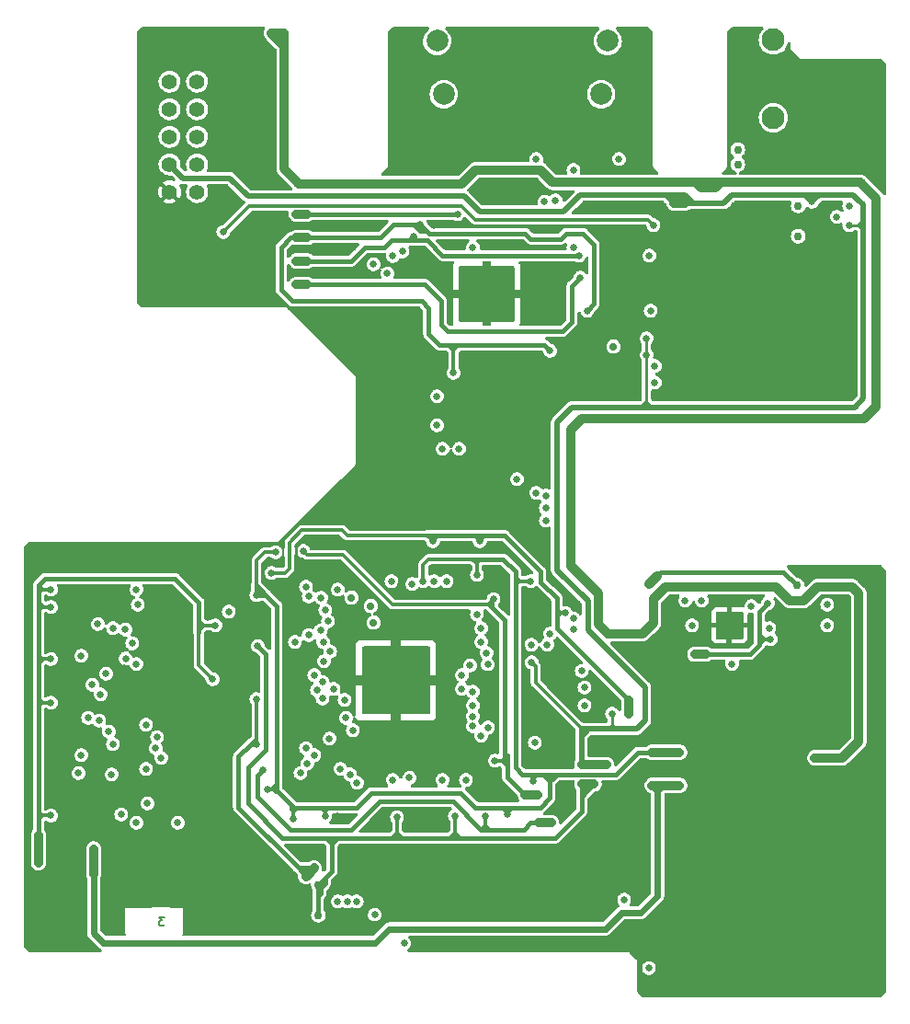
<source format=gbr>
%TF.GenerationSoftware,KiCad,Pcbnew,(6.0.7)*%
%TF.CreationDate,2022-08-24T00:27:46+02:00*%
%TF.ProjectId,n64adv2,6e363461-6476-4322-9e6b-696361645f70,20220729*%
%TF.SameCoordinates,Original*%
%TF.FileFunction,Copper,L3,Inr*%
%TF.FilePolarity,Positive*%
%FSLAX46Y46*%
G04 Gerber Fmt 4.6, Leading zero omitted, Abs format (unit mm)*
G04 Created by KiCad (PCBNEW (6.0.7)) date 2022-08-24 00:27:46*
%MOMM*%
%LPD*%
G01*
G04 APERTURE LIST*
%ADD10C,0.203200*%
%TA.AperFunction,NonConductor*%
%ADD11C,0.203200*%
%TD*%
%TA.AperFunction,ComponentPad*%
%ADD12C,1.422400*%
%TD*%
%TA.AperFunction,ComponentPad*%
%ADD13C,2.000000*%
%TD*%
%TA.AperFunction,ComponentPad*%
%ADD14C,2.100000*%
%TD*%
%TA.AperFunction,ViaPad*%
%ADD15C,0.755600*%
%TD*%
%TA.AperFunction,ViaPad*%
%ADD16C,0.655600*%
%TD*%
%TA.AperFunction,ViaPad*%
%ADD17C,2.355600*%
%TD*%
%TA.AperFunction,ViaPad*%
%ADD18C,0.855600*%
%TD*%
%TA.AperFunction,ViaPad*%
%ADD19C,0.955600*%
%TD*%
%TA.AperFunction,ViaPad*%
%ADD20C,1.955600*%
%TD*%
%TA.AperFunction,ViaPad*%
%ADD21C,1.155600*%
%TD*%
%TA.AperFunction,ViaPad*%
%ADD22C,1.355600*%
%TD*%
%TA.AperFunction,ViaPad*%
%ADD23C,1.855600*%
%TD*%
%TA.AperFunction,ViaPad*%
%ADD24C,0.705600*%
%TD*%
%TA.AperFunction,Conductor*%
%ADD25C,0.406400*%
%TD*%
%TA.AperFunction,Conductor*%
%ADD26C,0.304800*%
%TD*%
%TA.AperFunction,Conductor*%
%ADD27C,0.812800*%
%TD*%
%TA.AperFunction,Conductor*%
%ADD28C,0.254000*%
%TD*%
%TA.AperFunction,Conductor*%
%ADD29C,0.200000*%
%TD*%
%TA.AperFunction,Conductor*%
%ADD30C,0.609600*%
%TD*%
%TA.AperFunction,Conductor*%
%ADD31C,0.508000*%
%TD*%
G04 APERTURE END LIST*
D10*
D11*
X121732160Y-142252095D02*
X121228999Y-142252095D01*
X121499932Y-142561733D01*
X121383818Y-142561733D01*
X121306408Y-142600438D01*
X121267703Y-142639142D01*
X121228999Y-142716552D01*
X121228999Y-142910076D01*
X121267703Y-142987485D01*
X121306408Y-143026190D01*
X121383818Y-143064895D01*
X121616046Y-143064895D01*
X121693456Y-143026190D01*
X121732160Y-142987485D01*
D12*
%TO.N,/n64adv2_logic/TCK*%
%TO.C,X2*%
X124752100Y-75539600D03*
%TO.N,GND*%
X122212100Y-75539600D03*
%TO.N,/n64adv2_logic/TDO*%
X124752100Y-72999600D03*
%TO.N,VCCIO_3V3*%
X122212100Y-72999600D03*
%TO.N,/n64adv2_logic/TMS*%
X124752100Y-70459600D03*
%TO.N,unconnected-(X2-Pad6)*%
X122212100Y-70459600D03*
%TO.N,unconnected-(X2-Pad7)*%
X124752100Y-67919600D03*
%TO.N,unconnected-(X2-Pad8)*%
X122212100Y-67919600D03*
%TO.N,/n64adv2_logic/TDI*%
X124752100Y-65379600D03*
%TO.N,Net-(R6-Pad1)*%
X122212100Y-65379600D03*
%TD*%
D13*
%TO.N,/n64adv2_logic/GND_HDMI_SHIELD*%
%TO.C,X3*%
X161970100Y-66538600D03*
X147470100Y-66538600D03*
X162570100Y-61638600D03*
X146870100Y-61638600D03*
%TD*%
D14*
%TO.N,Net-(C4-Pad2)*%
%TO.C,X5*%
X177838100Y-61550600D03*
X177838100Y-68700600D03*
%TD*%
D15*
%TO.N,VCCA*%
X157391100Y-133578600D03*
D16*
X134536100Y-108559600D03*
X130848100Y-128752600D03*
D15*
X156121100Y-131038600D03*
X156248100Y-133578600D03*
X154978100Y-131038600D03*
D16*
X152184100Y-127863600D03*
X151295100Y-132943600D03*
X152057100Y-113004600D03*
%TO.N,GND*%
X120561100Y-133832600D03*
X152311100Y-135991600D03*
X156883100Y-126593600D03*
X112687100Y-134086600D03*
X162344100Y-79095600D03*
X119799100Y-84175600D03*
X145834100Y-129641600D03*
X166154100Y-79603600D03*
D15*
X174282100Y-76809600D03*
D16*
X186982100Y-125450600D03*
D17*
X143040100Y-120497600D03*
D16*
X146710400Y-144424400D03*
X168313100Y-131419600D03*
X154470100Y-135991600D03*
D18*
X113957100Y-139928600D03*
D16*
X139484100Y-115925600D03*
D19*
X140754100Y-120497600D03*
D16*
X139103100Y-80619600D03*
X182410100Y-145643600D03*
X150660100Y-129641600D03*
X177076100Y-124561600D03*
X125641100Y-133578600D03*
X111290100Y-131038600D03*
X159169100Y-130022600D03*
X142200000Y-128850000D03*
X154970100Y-65506600D03*
D18*
X176568100Y-132562600D03*
D16*
X138595100Y-90525600D03*
X143548100Y-111607600D03*
D20*
X151422100Y-84937600D03*
D16*
X165252400Y-145440400D03*
X183553100Y-69443600D03*
X138341100Y-137642600D03*
X165138100Y-72618600D03*
X137960100Y-117957600D03*
X126657100Y-117322600D03*
X125768100Y-117322600D03*
X129578100Y-138785600D03*
X169329100Y-138404600D03*
X163626800Y-144424400D03*
X129959100Y-84937600D03*
X125450600Y-122529600D03*
X118656100Y-125831600D03*
X122847100Y-128752600D03*
D21*
X149644100Y-86715600D03*
D16*
X146850100Y-95351600D03*
D18*
X151422100Y-86829900D03*
D16*
X111290100Y-115671600D03*
D22*
X145072100Y-118465600D03*
D16*
X117132100Y-140563600D03*
D22*
X145072100Y-122529600D03*
D16*
X143167100Y-137007600D03*
X179997100Y-114401600D03*
X118529100Y-138277600D03*
X121450100Y-131673600D03*
X164503100Y-139166600D03*
X166027100Y-131419600D03*
D15*
X170853100Y-83794600D03*
D16*
X179679600Y-145199100D03*
D18*
X165900100Y-148310600D03*
D16*
X172631100Y-131165600D03*
X122110500Y-83286600D03*
D18*
X182156100Y-129260600D03*
D16*
X157010100Y-78968600D03*
D18*
X184442100Y-132054600D03*
D16*
X154978100Y-119735600D03*
X138341100Y-111353600D03*
X125641100Y-112623600D03*
D18*
X151422100Y-83019900D03*
D16*
X137706100Y-115925600D03*
D15*
X174282100Y-80238600D03*
D16*
X111290100Y-124434600D03*
D23*
X173774100Y-115417600D03*
D16*
X140119100Y-137896600D03*
X152184100Y-126212600D03*
X159804100Y-113449100D03*
X138976100Y-113893600D03*
X145580100Y-126085600D03*
X148501100Y-139547600D03*
D21*
X149644100Y-83159600D03*
D16*
X144945100Y-104241600D03*
X180124100Y-110591600D03*
X178981100Y-128117600D03*
X173139100Y-128625600D03*
X165011100Y-135356600D03*
X158407100Y-85826600D03*
X138214100Y-120243600D03*
X125006100Y-140563600D03*
X146596100Y-103987600D03*
X152692100Y-80492600D03*
X139357100Y-78587600D03*
X159169100Y-128117600D03*
X136944100Y-86461600D03*
X187109100Y-69443600D03*
X111290100Y-120370600D03*
X147485100Y-73634600D03*
X137071100Y-107924600D03*
X154089100Y-103098600D03*
X145834100Y-115925600D03*
X146596100Y-78587600D03*
X153708100Y-104241600D03*
X130086100Y-67665600D03*
X180505100Y-117449600D03*
X144310100Y-127150000D03*
X184315100Y-140309600D03*
X165392100Y-128498600D03*
X187655200Y-117475000D03*
X130213990Y-73798810D03*
X182283100Y-125831600D03*
X111290100Y-116687600D03*
D21*
X153200100Y-83159600D03*
D16*
X155486100Y-82651600D03*
X168186100Y-113131600D03*
X161772600Y-93129100D03*
X157264100Y-94208600D03*
X171742100Y-125831600D03*
D18*
X149504400Y-84937600D03*
D16*
X161836100Y-123545600D03*
X148374100Y-129641600D03*
X166281100Y-117830600D03*
X138595100Y-87731600D03*
X136140000Y-136800000D03*
D21*
X153200100Y-86715600D03*
D16*
X140500100Y-129387600D03*
X182918100Y-117957600D03*
X111671100Y-109321600D03*
X160058100Y-89382600D03*
D18*
X153416000Y-84937600D03*
D16*
X127419100Y-131673600D03*
X170230800Y-145186400D03*
X120180100Y-112623600D03*
X136182100Y-104749600D03*
D22*
X141008100Y-122529600D03*
D18*
X110401100Y-144754600D03*
D16*
X155994100Y-74587100D03*
X163614100Y-83413600D03*
X114592100Y-114147600D03*
X126530100Y-112623600D03*
D15*
X178092100Y-73507600D03*
D16*
X164503100Y-142976600D03*
X135928100Y-111861600D03*
X141643100Y-78460600D03*
X126530100Y-128752600D03*
X129197100Y-62712600D03*
X125768100Y-114655600D03*
X118148100Y-131419600D03*
X155613100Y-86715600D03*
X161836100Y-87477600D03*
X141020800Y-143154400D03*
X184696100Y-116433600D03*
D19*
X145326100Y-120497600D03*
D16*
X168821100Y-94208600D03*
D18*
X119164100Y-108432600D03*
D19*
X143040100Y-118211600D03*
D16*
X145961100Y-133197600D03*
D19*
X143040100Y-122783600D03*
D16*
X136753600Y-143052800D03*
X118021100Y-119354600D03*
X126657100Y-122402600D03*
X131991100Y-109702600D03*
X168567100Y-135356600D03*
X151168100Y-103987600D03*
D18*
X177838100Y-135356600D03*
D16*
X151970100Y-65506600D03*
X156883100Y-106908600D03*
D15*
X166662100Y-83794600D03*
D18*
X170472100Y-147040600D03*
D16*
X129832100Y-119481600D03*
X115989100Y-116306600D03*
X128308100Y-108559600D03*
X162610800Y-141122400D03*
X131229100Y-68808600D03*
X154978100Y-127990600D03*
X124879100Y-108521600D03*
D18*
X177838100Y-132562600D03*
D16*
X145199100Y-138658600D03*
X130848100Y-115163600D03*
X149136100Y-126085600D03*
D18*
X112179100Y-144754600D03*
D15*
X176568100Y-66395600D03*
D18*
X112179100Y-139928600D03*
D16*
X168440100Y-125831600D03*
X129324100Y-142595600D03*
X148755100Y-101193600D03*
X181267100Y-146786600D03*
X164122100Y-70713600D03*
X177330100Y-117957600D03*
X137706100Y-132943600D03*
X161582100Y-131800600D03*
X119164100Y-127355600D03*
X139992100Y-126085600D03*
X126530100Y-126466600D03*
D18*
X113068100Y-108432600D03*
D16*
X150533100Y-111734600D03*
X141262100Y-127355600D03*
X185077100Y-141833600D03*
X147358100Y-112623600D03*
X136944100Y-88747600D03*
X139484100Y-82651600D03*
D18*
X113068100Y-109702600D03*
D16*
X186982100Y-111861600D03*
D18*
X119164100Y-109702600D03*
D16*
X155359100Y-113258600D03*
X117386100Y-124053600D03*
X142024100Y-132943600D03*
X148755100Y-136753600D03*
X111290100Y-128498600D03*
X159677100Y-69697600D03*
X159296100Y-119100600D03*
X153470100Y-65506600D03*
X143548100Y-108559600D03*
X160324800Y-139547600D03*
X143040100Y-126085600D03*
X150406100Y-99161600D03*
X147612100Y-124307600D03*
X158788100Y-124688600D03*
D22*
X141008100Y-118465600D03*
D18*
X176568100Y-135356600D03*
D16*
X185331100Y-145643600D03*
X177965100Y-123545600D03*
D18*
X113957100Y-144754600D03*
D16*
X167424100Y-122148600D03*
X111290100Y-121386600D03*
X148247100Y-95605600D03*
X130467100Y-135864600D03*
X148628100Y-80492600D03*
X147612100Y-127200000D03*
D18*
X110401100Y-139928600D03*
D16*
X147104100Y-82651600D03*
X154216100Y-74587100D03*
D15*
X150470100Y-65506600D03*
D16*
X163614100Y-85445600D03*
X151168100Y-74587100D03*
X126784100Y-110337600D03*
%TO.N,+5V*%
X127165100Y-79222600D03*
X166789100Y-78587600D03*
%TO.N,DVDD*%
X160693100Y-86461600D03*
X148374100Y-92176600D03*
X157264100Y-90144600D03*
D15*
X133896100Y-79730600D03*
D16*
X145326100Y-78548600D03*
D15*
X134912100Y-79730600D03*
D16*
%TO.N,AVDD*%
X144691100Y-79603600D03*
D15*
X133896100Y-81889600D03*
X134912100Y-81889600D03*
D16*
X159931100Y-81381600D03*
%TO.N,PVDD*%
X160058100Y-83413600D03*
D15*
X134912100Y-84048600D03*
X133896100Y-84048600D03*
%TO.N,DVDD_3V3*%
X133896100Y-77571600D03*
D16*
X148755100Y-77571600D03*
D15*
X134912100Y-77571600D03*
%TO.N,5V_IN*%
X184188100Y-127609600D03*
X171234100Y-75158600D03*
X132753100Y-62077600D03*
X132753100Y-60931400D03*
X131610100Y-60937800D03*
X172504100Y-75158600D03*
X181648100Y-127609600D03*
X182918100Y-127609600D03*
D16*
%TO.N,VDD_U3*%
X126188100Y-120370600D03*
D15*
X110147100Y-137261600D03*
X110147100Y-134721600D03*
D16*
X111290100Y-113729600D03*
X111290100Y-118529600D03*
X126442100Y-115417600D03*
D15*
X110147100Y-135991600D03*
D16*
X111290100Y-132929600D03*
X111290100Y-122529600D03*
X111290100Y-112129600D03*
D15*
%TO.N,+3V3*%
X167932100Y-127101600D03*
X166662100Y-130149600D03*
D16*
X136563100Y-132943600D03*
X145580100Y-111353600D03*
D15*
X169202100Y-127101600D03*
D16*
X153327100Y-132816600D03*
D15*
X167932100Y-130149600D03*
X115227100Y-135991600D03*
D16*
X155486100Y-111353600D03*
D15*
X115227100Y-138277600D03*
D16*
X131229100Y-130530600D03*
X133642100Y-133197600D03*
X131991100Y-108686600D03*
X130213100Y-112623600D03*
D15*
X166662100Y-127101600D03*
D16*
X155740100Y-129768600D03*
D15*
X115227100Y-137134600D03*
X169202100Y-130149600D03*
D16*
X150533100Y-110782100D03*
D15*
%TO.N,VCCIO_2V5*%
X164503100Y-123545600D03*
D16*
X150787100Y-107670600D03*
X146469100Y-107670600D03*
D15*
X164503100Y-122275600D03*
D16*
X131610100Y-110591600D03*
D15*
X179997100Y-111734600D03*
D24*
X167170100Y-110845600D03*
D16*
X158661100Y-114274600D03*
D24*
X166408100Y-111607600D03*
D15*
%TO.N,VCCIO_3V3*%
X161328100Y-130022600D03*
D16*
X130340100Y-117322600D03*
X155560000Y-118820000D03*
D15*
X161328100Y-128244600D03*
X160185100Y-128244600D03*
X135928100Y-142087600D03*
X135928100Y-139293600D03*
D16*
X166154100Y-90525600D03*
D15*
X160185100Y-130022600D03*
D16*
X162979100Y-123545600D03*
X143167100Y-133070600D03*
X166154100Y-89001600D03*
D15*
X162471100Y-128244600D03*
D16*
X148501100Y-132943600D03*
X181394100Y-76428600D03*
X184823100Y-78587600D03*
D15*
X169710100Y-76555600D03*
X168694100Y-76555600D03*
%TO.N,VDD_U4*%
X171615100Y-118084600D03*
X170599100Y-118084600D03*
D16*
X177330100Y-113385600D03*
X177584100Y-116687600D03*
%TO.N,VCCIO_BANK6*%
X130213100Y-126339600D03*
D15*
X135530000Y-137750000D03*
X134760000Y-138520000D03*
D16*
X130213100Y-122193000D03*
%TO.N,Net-(D23-Pad1)*%
X155999700Y-72491600D03*
X163614100Y-72491600D03*
%TO.N,Net-(D23-Pad3)*%
X159423100Y-73507600D03*
X159423100Y-80619600D03*
%TO.N,Net-(D23-Pad4)*%
X142786100Y-81433600D03*
X157772100Y-76301600D03*
%TO.N,Net-(D23-Pad6)*%
X156756100Y-76428600D03*
X143675100Y-81000600D03*
%TO.N,Net-(R14-Pad1)*%
X174028100Y-118973600D03*
X160185100Y-119608600D03*
%TO.N,Net-(R15-Pad2)*%
X150914100Y-125577600D03*
X183680100Y-77825600D03*
%TO.N,Net-(R17-Pad2)*%
X184823100Y-76809600D03*
X151549100Y-124815600D03*
%TO.N,Net-(RN13-Pad2)*%
X164084000Y-140665200D03*
X143814800Y-144678400D03*
%TO.N,Net-(RN14-Pad4)*%
X166370000Y-146964400D03*
X155867100Y-126212600D03*
%TO.N,Net-(RN15-Pad1)*%
X141122400Y-142036800D03*
X149517100Y-129641600D03*
%TO.N,Net-(RN15-Pad2)*%
X147358100Y-129641600D03*
X139450700Y-140817600D03*
%TO.N,Net-(RN15-Pad3)*%
X144300000Y-129450000D03*
X138595100Y-140817600D03*
%TO.N,Net-(RN15-Pad4)*%
X137706100Y-140817600D03*
X142786100Y-129641600D03*
%TO.N,Net-(RN16-Pad1)*%
X150152100Y-122783600D03*
X142278100Y-83032600D03*
X159423100Y-114782600D03*
X169710100Y-113131600D03*
%TO.N,Net-(RN16-Pad2)*%
X150152100Y-123799600D03*
X141008100Y-82187600D03*
X175806100Y-113639600D03*
X160439100Y-121132600D03*
%TO.N,Net-(RN16-Pad3)*%
X150152100Y-80619600D03*
X150152100Y-124688600D03*
%TO.N,Net-(RN16-Pad4)*%
X177457100Y-115671600D03*
X160439100Y-122783600D03*
D15*
%TO.N,Net-(SJ5-Pad1)*%
X174550000Y-71650000D03*
X180124100Y-76809600D03*
X180124100Y-79603600D03*
X174550000Y-73000000D03*
D16*
%TO.N,Net-(TP_SPDIF0-PadTP)*%
X150914100Y-115671600D03*
X155994100Y-103225600D03*
%TO.N,Net-(U1-Pad21)*%
X151520000Y-119010000D03*
X156883100Y-105765600D03*
%TO.N,Net-(U1-Pad22)*%
X151422100Y-117957600D03*
X156883100Y-104622600D03*
%TO.N,Net-(U1-Pad24)*%
X150914100Y-116941600D03*
X156883100Y-103479600D03*
%TO.N,Net-(U1-Pad26)*%
X155549600Y-117195600D03*
X182791100Y-115417600D03*
%TO.N,Net-(U1-Pad27)*%
X182791100Y-113512600D03*
X157010100Y-117195600D03*
%TO.N,Net-(U1-Pad28)*%
X170345100Y-115417600D03*
X157264100Y-116179600D03*
%TO.N,Net-(U1-Pad29)*%
X159423100Y-115798600D03*
X171234100Y-113131600D03*
%TO.N,Net-(U1-Pad30)*%
X154216100Y-101955600D03*
X150533100Y-114401600D03*
%TO.N,Net-(U1-Pad47)*%
X147739100Y-111353600D03*
X148882100Y-99161600D03*
%TO.N,Net-(U1-Pad48)*%
X146596100Y-111353600D03*
X147358100Y-99161600D03*
%TO.N,Net-(U1-Pad52)*%
X144564100Y-111607600D03*
X146850100Y-97002600D03*
%TO.N,Net-(U1-Pad54)*%
X142659100Y-111353600D03*
X146850100Y-94335600D03*
%TO.N,Net-(U1-Pad74)*%
X119164100Y-112115600D03*
X134785100Y-111861600D03*
%TO.N,Net-(U1-Pad75)*%
X119291100Y-113512600D03*
X135039100Y-112750600D03*
%TO.N,Net-(U1-Pad76)*%
X115608100Y-115290600D03*
X136182100Y-112877600D03*
%TO.N,Net-(U1-Pad77)*%
X127673100Y-114147600D03*
X117005100Y-115671600D03*
%TO.N,Net-(U1-Pad78)*%
X118148100Y-115798600D03*
X136563100Y-114020600D03*
%TO.N,Net-(U1-Pad79)*%
X118783100Y-117068600D03*
X136817100Y-115036600D03*
%TO.N,Net-(U1-Pad80)*%
X136144000Y-115874800D03*
X118160800Y-118465600D03*
%TO.N,Net-(U1-Pad81)*%
X119164100Y-118973600D03*
X135039100Y-116306600D03*
%TO.N,Net-(U1-Pad84)*%
X114084100Y-118211600D03*
X133769100Y-116941600D03*
%TO.N,Net-(U1-Pad85)*%
X136372600Y-116941600D03*
X116370100Y-119862600D03*
%TO.N,Net-(U1-Pad86)*%
X115100100Y-120878600D03*
X137007600Y-117830600D03*
%TO.N,Net-(U1-Pad87)*%
X115862100Y-121767600D03*
X136436100Y-118719600D03*
%TO.N,Net-(U1-Pad88)*%
X137325100Y-121259600D03*
X120053100Y-124561600D03*
%TO.N,Net-(U1-Pad89)*%
X114719100Y-123926600D03*
X135547100Y-119989600D03*
%TO.N,Net-(U1-Pad90)*%
X136309100Y-120624600D03*
X115735100Y-124180600D03*
%TO.N,Net-(U1-Pad91)*%
X116624100Y-125196600D03*
X135801100Y-121386600D03*
%TO.N,Net-(U1-Pad92)*%
X136309100Y-122148600D03*
X117005100Y-126339600D03*
%TO.N,Net-(U1-Pad93)*%
X121069100Y-125704600D03*
X138341100Y-122275600D03*
%TO.N,Net-(U1-Pad96)*%
X138468100Y-123926600D03*
X120942100Y-126720600D03*
%TO.N,Net-(U1-Pad97)*%
X121450100Y-127609600D03*
X139103100Y-125069600D03*
%TO.N,Net-(U1-Pad98)*%
X136944100Y-125831600D03*
X120053100Y-128625600D03*
%TO.N,Net-(U1-Pad101)*%
X114084100Y-127355600D03*
X134785100Y-126720600D03*
%TO.N,Net-(U1-Pad102)*%
X135547100Y-127355600D03*
X116878100Y-129133600D03*
%TO.N,Net-(U1-Pad105)*%
X134912100Y-128117600D03*
X113830100Y-129006600D03*
%TO.N,Net-(U1-Pad106)*%
X117767100Y-132816600D03*
X134277100Y-129006600D03*
%TO.N,Net-(U1-Pad113)*%
X120180100Y-131800600D03*
X137960100Y-128625600D03*
%TO.N,Net-(U1-Pad114)*%
X138849100Y-129133600D03*
X119164100Y-133578600D03*
%TO.N,Net-(U1-Pad118)*%
X139484100Y-129895600D03*
X122974100Y-133578600D03*
%TO.N,/n64adv2_logic/TCK*%
X166408100Y-81381600D03*
X149136100Y-121259600D03*
X137706100Y-112115600D03*
%TO.N,/n64adv2_logic/TMS*%
X150152100Y-121513600D03*
X166916100Y-93065600D03*
D24*
X141008100Y-115163600D03*
%TO.N,/n64adv2_logic/TDI*%
X140754100Y-113639600D03*
D16*
X149136100Y-119989600D03*
X166535100Y-86461600D03*
%TO.N,/n64adv2_logic/TDO*%
X166916100Y-91541600D03*
X149898100Y-119100600D03*
D24*
X138976100Y-112877600D03*
%TO.N,Net-(R6-Pad1)*%
X163106100Y-89763600D03*
%TD*%
D25*
%TO.N,VCCA*%
X156248100Y-133578600D02*
X155486100Y-133578600D01*
D26*
X151993600Y-113639600D02*
X151993600Y-113068100D01*
D25*
X153073100Y-127609600D02*
X153073100Y-114909600D01*
D26*
X153073100Y-127609600D02*
X153327100Y-127355600D01*
X152057100Y-113004600D02*
X151549100Y-113512600D01*
D25*
X151993600Y-113830100D02*
X153073100Y-114909600D01*
X153327100Y-128371600D02*
X153327100Y-127863600D01*
X138976100Y-134213600D02*
X141589700Y-131600000D01*
D26*
X151676100Y-134213600D02*
X151295100Y-133832600D01*
D25*
X154978100Y-131038600D02*
X153327100Y-129387600D01*
D26*
X151549100Y-113512600D02*
X151676100Y-113512600D01*
X151739600Y-113322100D02*
X151676100Y-113385600D01*
D25*
X130340100Y-129260600D02*
X130340100Y-131165600D01*
D26*
X151993600Y-113068100D02*
X152057100Y-113004600D01*
X151993600Y-113830100D02*
X151993600Y-113639600D01*
D27*
X156121100Y-131038600D02*
X154978100Y-131038600D01*
X157391100Y-133578600D02*
X156248100Y-133578600D01*
D25*
X154851100Y-134213600D02*
X151676100Y-134213600D01*
X153327100Y-129387600D02*
X153327100Y-128371600D01*
X150914100Y-134213600D02*
X151295100Y-134213600D01*
X130340100Y-131165600D02*
X133388100Y-134213600D01*
D26*
X152819100Y-127863600D02*
X153073100Y-127609600D01*
X134917100Y-108940600D02*
X134536100Y-108559600D01*
X152819100Y-127863600D02*
X153327100Y-127863600D01*
D25*
X155486100Y-133578600D02*
X154851100Y-134213600D01*
D26*
X151295100Y-133832600D02*
X151295100Y-134213600D01*
X152184100Y-127863600D02*
X152819100Y-127863600D01*
X142791100Y-113512600D02*
X151549100Y-113512600D01*
D25*
X151676100Y-113512600D02*
X151993600Y-113830100D01*
X141589700Y-131600000D02*
X148300500Y-131600000D01*
X151676100Y-134213600D02*
X151295100Y-134213600D01*
X130848100Y-128752600D02*
X130340100Y-129260600D01*
D26*
X151295100Y-132943600D02*
X151295100Y-133832600D01*
D25*
X148300500Y-131600000D02*
X150914100Y-134213600D01*
D26*
X138219100Y-108940600D02*
X134917100Y-108940600D01*
X152819100Y-127863600D02*
X153327100Y-128371600D01*
D25*
X153327100Y-127863600D02*
X153327100Y-127355600D01*
D26*
X151993600Y-113639600D02*
X151739600Y-113385600D01*
X151676100Y-113385600D02*
X151676100Y-113512600D01*
X151739600Y-113385600D02*
X151739600Y-113322100D01*
D25*
X133388100Y-134213600D02*
X138976100Y-134213600D01*
D26*
X150914100Y-134213600D02*
X151295100Y-133832600D01*
X138219100Y-108940600D02*
X142791100Y-113512600D01*
D28*
%TO.N,GND*%
X138595100Y-87731600D02*
X134781600Y-87731600D01*
X133832600Y-109321600D02*
X135928100Y-111417100D01*
X134781600Y-87731600D02*
X131987600Y-84937600D01*
X134340600Y-107645200D02*
X133832600Y-108153200D01*
X131987600Y-84937600D02*
X129959100Y-84937600D01*
D29*
X135407400Y-104749600D02*
X136182100Y-104749600D01*
X132715000Y-108978700D02*
X132715000Y-107442000D01*
D28*
X137071100Y-107924600D02*
X135737600Y-107924600D01*
X133832600Y-108153200D02*
X133832600Y-109321600D01*
X135928100Y-111417100D02*
X135928100Y-111861600D01*
D29*
X131991100Y-109702600D02*
X132715000Y-108978700D01*
D28*
X135737600Y-107924600D02*
X135458200Y-107645200D01*
X135458200Y-107645200D02*
X134340600Y-107645200D01*
D29*
X132715000Y-107442000D02*
X135407400Y-104749600D01*
D26*
%TO.N,+5V*%
X166789100Y-78587600D02*
X166281100Y-78079600D01*
X150406100Y-78079600D02*
X149136100Y-76809600D01*
X149136100Y-76809600D02*
X129578100Y-76809600D01*
X166281100Y-78079600D02*
X150406100Y-78079600D01*
X129578100Y-76809600D02*
X127165100Y-79222600D01*
D25*
%TO.N,DVDD*%
X142825100Y-78548600D02*
X144818100Y-78548600D01*
X146088100Y-88620600D02*
X147104100Y-89636600D01*
X154978100Y-79349600D02*
X155486100Y-79857600D01*
D26*
X148374100Y-90144600D02*
X148374100Y-89636600D01*
D25*
X145834100Y-79095600D02*
X145326100Y-79095600D01*
X158280100Y-79857600D02*
X158788100Y-79349600D01*
D26*
X148374100Y-90144600D02*
X148882100Y-89636600D01*
D25*
X133388100Y-79730600D02*
X132499100Y-80619600D01*
X158788100Y-79349600D02*
X160312100Y-79349600D01*
X144818100Y-78548600D02*
X145326100Y-78548600D01*
X161328100Y-85826600D02*
X160693100Y-86461600D01*
X144818100Y-78587600D02*
X144818100Y-78548600D01*
X146127100Y-79349600D02*
X154978100Y-79349600D01*
X133515100Y-85572600D02*
X145453100Y-85572600D01*
X132499100Y-80619600D02*
X132499100Y-84556600D01*
D26*
X148374100Y-90144600D02*
X147866100Y-89636600D01*
D25*
X155486100Y-79857600D02*
X158280100Y-79857600D01*
X145453100Y-85572600D02*
X146088100Y-86207600D01*
D26*
X148374100Y-92176600D02*
X148374100Y-90144600D01*
D25*
X145326100Y-78548600D02*
X146127100Y-79349600D01*
X146088100Y-86207600D02*
X146088100Y-88620600D01*
X148374100Y-89636600D02*
X148882100Y-89636600D01*
X145326100Y-79095600D02*
X144818100Y-78587600D01*
X148882100Y-89636600D02*
X156756100Y-89636600D01*
X156756100Y-89636600D02*
X157264100Y-90144600D01*
X134912100Y-79730600D02*
X141643100Y-79730600D01*
X147866100Y-89636600D02*
X148374100Y-89636600D01*
X160312100Y-79349600D02*
X161328100Y-80365600D01*
X132499100Y-84556600D02*
X133515100Y-85572600D01*
X161328100Y-80365600D02*
X161328100Y-85826600D01*
D27*
X133896100Y-79730600D02*
X134912100Y-79730600D01*
D25*
X133896100Y-79730600D02*
X133388100Y-79730600D01*
X141643100Y-79730600D02*
X142825100Y-78548600D01*
X147104100Y-89636600D02*
X147866100Y-89636600D01*
%TO.N,AVDD*%
X142024100Y-80619600D02*
X142659100Y-79984600D01*
X140246100Y-80619600D02*
X142024100Y-80619600D01*
D26*
X144691100Y-79603600D02*
X145072100Y-79984600D01*
D25*
X138976100Y-81889600D02*
X140246100Y-80619600D01*
X144310100Y-79984600D02*
X144691100Y-79603600D01*
X145072100Y-79984600D02*
X144310100Y-79984600D01*
X145961100Y-79984600D02*
X147358100Y-81381600D01*
X144310100Y-79984600D02*
X142659100Y-79984600D01*
X145072100Y-79984600D02*
X145961100Y-79984600D01*
X134912100Y-81889600D02*
X138976100Y-81889600D01*
X147358100Y-81381600D02*
X159931100Y-81381600D01*
D27*
X133896100Y-81889600D02*
X134912100Y-81889600D01*
D25*
%TO.N,PVDD*%
X159296100Y-84175600D02*
X160058100Y-83413600D01*
D27*
X133896100Y-84048600D02*
X134912100Y-84048600D01*
D25*
X147231100Y-87731600D02*
X147866100Y-88366600D01*
X145707100Y-84048600D02*
X147231100Y-85572600D01*
X147231100Y-85572600D02*
X147231100Y-87731600D01*
X134912100Y-84048600D02*
X145707100Y-84048600D01*
X158407100Y-88366600D02*
X159296100Y-87477600D01*
X147866100Y-88366600D02*
X158407100Y-88366600D01*
X159296100Y-87477600D02*
X159296100Y-84175600D01*
D27*
%TO.N,DVDD_3V3*%
X133896100Y-77571600D02*
X134912100Y-77571600D01*
D25*
X134912100Y-77571600D02*
X148755100Y-77571600D01*
D27*
%TO.N,5V_IN*%
X134150100Y-74777600D02*
X132753100Y-73380600D01*
X181902100Y-111861600D02*
X185077100Y-111861600D01*
X185712100Y-126085600D02*
X184188100Y-127609600D01*
X170726759Y-74651260D02*
X171234100Y-75158600D01*
X165773100Y-116179600D02*
X166789100Y-115163600D01*
X132753100Y-62077600D02*
X131613221Y-60937722D01*
X149136100Y-74777600D02*
X134150100Y-74777600D01*
X166789100Y-115163600D02*
X166789100Y-113004600D01*
X187310000Y-76121501D02*
X187310000Y-95277700D01*
X182918100Y-127609600D02*
X181648100Y-127609600D01*
X132751931Y-60932569D02*
X132753100Y-60931400D01*
X150406100Y-73507600D02*
X149136100Y-74777600D01*
X159160000Y-109947500D02*
X161709100Y-112496600D01*
X185077100Y-111861600D02*
X185712100Y-112496600D01*
X131613221Y-60937722D02*
X131610100Y-60937800D01*
X185839759Y-74651260D02*
X187310000Y-76121501D01*
X161709100Y-115290600D02*
X162598100Y-116179600D01*
X173011440Y-74651260D02*
X185839759Y-74651260D01*
X159160000Y-97380000D02*
X159160000Y-109947500D01*
X185712100Y-112496600D02*
X185712100Y-126085600D01*
X186220100Y-96367600D02*
X160172400Y-96367600D01*
X132751931Y-60932569D02*
X131610100Y-60937800D01*
X171234100Y-75158600D02*
X172504100Y-75158600D01*
X132753100Y-60931400D02*
X132753100Y-62077600D01*
X162598100Y-116179600D02*
X165773100Y-116179600D01*
X173011440Y-74651260D02*
X170725440Y-74651260D01*
X156373781Y-73507600D02*
X157517440Y-74651260D01*
X178092100Y-111861600D02*
X179362100Y-113131600D01*
X172504100Y-75158600D02*
X173011440Y-74651260D01*
X184188100Y-127609600D02*
X182918100Y-127609600D01*
X160172400Y-96367600D02*
X159160000Y-97380000D01*
X156373781Y-73507600D02*
X150406100Y-73507600D01*
X179362100Y-113131600D02*
X180632100Y-113131600D01*
X166789100Y-113004600D02*
X167932100Y-111861600D01*
X157517440Y-74651260D02*
X170726759Y-74651260D01*
X161709100Y-112496600D02*
X161709100Y-115290600D01*
X180632100Y-113131600D02*
X181902100Y-111861600D01*
X187310000Y-95277700D02*
X186220100Y-96367600D01*
X132753100Y-73380600D02*
X132753100Y-62077600D01*
X167932100Y-111861600D02*
X178092100Y-111861600D01*
D25*
%TO.N,VDD_U3*%
X122720100Y-111099600D02*
X124918100Y-113297600D01*
D26*
X110147100Y-118465600D02*
X110211100Y-118529600D01*
X111276100Y-112115600D02*
X110528100Y-112115600D01*
D25*
X124918100Y-115036600D02*
X124918100Y-115417600D01*
D27*
X110147100Y-134721600D02*
X110147100Y-135991600D01*
D26*
X110161100Y-132929600D02*
X110514100Y-132929600D01*
X110465100Y-118529600D02*
X110465100Y-118655600D01*
D25*
X110147100Y-113639600D02*
X110147100Y-113258600D01*
D26*
X110528100Y-122529600D02*
X111290100Y-122529600D01*
D25*
X110147100Y-111734600D02*
X110782100Y-111099600D01*
X110147100Y-122910600D02*
X110147100Y-122529600D01*
D26*
X110528100Y-112115600D02*
X110147100Y-112496600D01*
D25*
X110147100Y-118465600D02*
X110147100Y-118211600D01*
D26*
X110528100Y-113729600D02*
X110618100Y-113729600D01*
D25*
X124918100Y-115417600D02*
X124918100Y-116052600D01*
D26*
X110147100Y-112115600D02*
X110528100Y-112115600D01*
X110542100Y-132929600D02*
X110514100Y-132929600D01*
X110211100Y-118529600D02*
X110465100Y-118529600D01*
X110465100Y-118655600D02*
X110147100Y-118973600D01*
D25*
X110147100Y-122529600D02*
X110147100Y-122148600D01*
D26*
X110147100Y-132943600D02*
X110161100Y-132929600D01*
X125387100Y-115417600D02*
X124918100Y-115417600D01*
X110237100Y-113729600D02*
X110528100Y-113729600D01*
D25*
X110147100Y-113258600D02*
X110147100Y-112496600D01*
D26*
X110147100Y-114110600D02*
X110147100Y-114147600D01*
X110618100Y-113729600D02*
X110147100Y-113258600D01*
X124918100Y-115886600D02*
X124918100Y-116052600D01*
X125387100Y-115417600D02*
X125006100Y-115036600D01*
D25*
X110147100Y-132943600D02*
X110147100Y-132562600D01*
X110782100Y-111099600D02*
X122720100Y-111099600D01*
X110147100Y-118211600D02*
X110147100Y-114147600D01*
D26*
X110528100Y-122529600D02*
X110147100Y-122910600D01*
X110147100Y-122529600D02*
X110528100Y-122529600D01*
D25*
X110147100Y-122148600D02*
X110147100Y-118973600D01*
X110147100Y-118973600D02*
X110147100Y-118465600D01*
D26*
X110542100Y-132929600D02*
X110147100Y-133324600D01*
D27*
X110147100Y-137261600D02*
X110147100Y-135991600D01*
D26*
X110147100Y-113639600D02*
X110237100Y-113729600D01*
D25*
X110147100Y-133324600D02*
X110147100Y-132943600D01*
D26*
X110528100Y-113729600D02*
X110147100Y-114110600D01*
X111290100Y-113729600D02*
X110618100Y-113729600D01*
X124918100Y-116052600D02*
X124918100Y-119100600D01*
D25*
X110147100Y-112115600D02*
X110147100Y-111734600D01*
D26*
X110147100Y-118211600D02*
X110465100Y-118529600D01*
D25*
X110147100Y-114147600D02*
X110147100Y-113639600D01*
D26*
X110514100Y-132929600D02*
X110147100Y-132562600D01*
X110528100Y-112115600D02*
X110147100Y-111734600D01*
X124918100Y-119100600D02*
X126188100Y-120370600D01*
D25*
X110147100Y-112496600D02*
X110147100Y-112115600D01*
D26*
X110528100Y-122529600D02*
X110147100Y-122148600D01*
X111276100Y-112115600D02*
X111290100Y-112129600D01*
D25*
X110147100Y-134721600D02*
X110147100Y-133324600D01*
D26*
X124918100Y-115036600D02*
X125006100Y-115036600D01*
X110465100Y-118529600D02*
X111290100Y-118529600D01*
D25*
X110147100Y-132562600D02*
X110147100Y-122910600D01*
X124918100Y-113297600D02*
X124918100Y-115036600D01*
D26*
X110542100Y-132929600D02*
X111290100Y-132929600D01*
X126442100Y-115417600D02*
X125387100Y-115417600D01*
X125387100Y-115417600D02*
X124918100Y-115886600D01*
D25*
%TO.N,+3V3*%
X157264100Y-129133600D02*
X157899100Y-129133600D01*
X132118100Y-130022600D02*
X132118100Y-113639600D01*
X157264100Y-129387600D02*
X157645100Y-129387600D01*
X157264100Y-129768600D02*
X157645100Y-129387600D01*
D27*
X166662100Y-130149600D02*
X167932100Y-130149600D01*
D25*
X156629100Y-129133600D02*
X157264100Y-129133600D01*
D30*
X165595300Y-141884400D02*
X167170100Y-140309600D01*
D25*
X130213100Y-112623600D02*
X131102100Y-112623600D01*
X154089100Y-111734600D02*
X154089100Y-111353600D01*
D26*
X150914100Y-109321600D02*
X150533100Y-109702600D01*
X155740100Y-129514600D02*
X155359100Y-129133600D01*
X133642100Y-132562600D02*
X133451600Y-132372100D01*
D25*
X136563100Y-132181600D02*
X136182100Y-132181600D01*
D30*
X141173200Y-144627600D02*
X142443200Y-143357600D01*
X116116100Y-144627600D02*
X141173200Y-144627600D01*
X167170100Y-140309600D02*
X167170100Y-130657600D01*
D25*
X165392100Y-127101600D02*
X166662100Y-127101600D01*
D26*
X131991100Y-130784600D02*
X131737100Y-130530600D01*
D25*
X132118100Y-130657600D02*
X132118100Y-130022600D01*
X136182100Y-132181600D02*
X134023100Y-132181600D01*
X130213100Y-112623600D02*
X130657600Y-112179100D01*
D26*
X154470100Y-111353600D02*
X154089100Y-111353600D01*
D25*
X132118100Y-130657600D02*
X132245100Y-130784600D01*
X155740100Y-129133600D02*
X156121100Y-129133600D01*
X139478400Y-132181600D02*
X140830000Y-130830000D01*
D27*
X166662100Y-127101600D02*
X167932100Y-127101600D01*
D25*
X157264100Y-129768600D02*
X157264100Y-129387600D01*
D26*
X131991100Y-130530600D02*
X131737100Y-130530600D01*
X136563100Y-132562600D02*
X136182100Y-132181600D01*
D25*
X136563100Y-132181600D02*
X136944100Y-132181600D01*
X153835100Y-132181600D02*
X156375100Y-132181600D01*
D26*
X145580100Y-109829600D02*
X145580100Y-111353600D01*
D25*
X150533100Y-109321600D02*
X150152100Y-109321600D01*
D26*
X153327100Y-132689600D02*
X153835100Y-132181600D01*
D30*
X163830000Y-141884400D02*
X165595300Y-141884400D01*
D26*
X133642100Y-132562600D02*
X133642100Y-132181600D01*
D25*
X154089100Y-128498600D02*
X154724100Y-129133600D01*
D30*
X167170100Y-130657600D02*
X167678100Y-130149600D01*
D25*
X156629100Y-129133600D02*
X157264100Y-129768600D01*
D26*
X134023100Y-132181600D02*
X133642100Y-132562600D01*
D25*
X157264100Y-131292600D02*
X157264100Y-129768600D01*
X152819100Y-132181600D02*
X153327100Y-132181600D01*
X153327100Y-132181600D02*
X153835100Y-132181600D01*
D26*
X136563100Y-132562600D02*
X136563100Y-132181600D01*
X131610100Y-130530600D02*
X132118100Y-130022600D01*
X150533100Y-110782100D02*
X150533100Y-109702600D01*
X133642100Y-133197600D02*
X133642100Y-132562600D01*
X136563100Y-132562600D02*
X136944100Y-132181600D01*
D25*
X154089100Y-110972600D02*
X154089100Y-110464600D01*
X133642100Y-132181600D02*
X133451600Y-131991100D01*
D30*
X115227100Y-143738600D02*
X116116100Y-144627600D01*
D26*
X150533100Y-109702600D02*
X150533100Y-109321600D01*
X155740100Y-129768600D02*
X155740100Y-129133600D01*
D25*
X150914100Y-109321600D02*
X150533100Y-109321600D01*
D27*
X115227100Y-135991600D02*
X115227100Y-137134600D01*
D25*
X156375100Y-132181600D02*
X157264100Y-131292600D01*
D26*
X155740100Y-129768600D02*
X155740100Y-129514600D01*
D27*
X167932100Y-130149600D02*
X169202100Y-130149600D01*
D26*
X154470100Y-111353600D02*
X154089100Y-110972600D01*
X150152100Y-109321600D02*
X146088100Y-109321600D01*
X130975100Y-108686600D02*
X131991100Y-108686600D01*
X153327100Y-132181600D02*
X153327100Y-132816600D01*
X136563100Y-132943600D02*
X136563100Y-132562600D01*
D30*
X166662100Y-130149600D02*
X167170100Y-130657600D01*
D26*
X132245100Y-130784600D02*
X131991100Y-130784600D01*
X130213100Y-111734600D02*
X130213100Y-109448600D01*
D25*
X132118100Y-113639600D02*
X131102100Y-112623600D01*
X140830000Y-130830000D02*
X149054500Y-130830000D01*
X157645100Y-129387600D02*
X157899100Y-129133600D01*
D26*
X150533100Y-109702600D02*
X150152100Y-109321600D01*
X132118100Y-130657600D02*
X131991100Y-130530600D01*
D27*
X169202100Y-127101600D02*
X167932100Y-127101600D01*
D25*
X152946100Y-109321600D02*
X150914100Y-109321600D01*
D26*
X131737100Y-130530600D02*
X131610100Y-130530600D01*
D25*
X149054500Y-130830000D02*
X150406100Y-132181600D01*
D26*
X146088100Y-109321600D02*
X145580100Y-109829600D01*
D25*
X133451600Y-131991100D02*
X132245100Y-130784600D01*
D30*
X142443200Y-143357600D02*
X162356800Y-143357600D01*
X162356800Y-143357600D02*
X163830000Y-141884400D01*
D26*
X154470100Y-111353600D02*
X154089100Y-111734600D01*
D25*
X154089100Y-111353600D02*
X154089100Y-110972600D01*
X150406100Y-132181600D02*
X152819100Y-132181600D01*
X163360100Y-129133600D02*
X157899100Y-129133600D01*
D27*
X115227100Y-137134600D02*
X115227100Y-138277600D01*
D26*
X153327100Y-132816600D02*
X153327100Y-132689600D01*
X130213100Y-109448600D02*
X130975100Y-108686600D01*
X133451600Y-132372100D02*
X133451600Y-131991100D01*
X153327100Y-132689600D02*
X152819100Y-132181600D01*
D25*
X154089100Y-110464600D02*
X152946100Y-109321600D01*
D30*
X167678100Y-130149600D02*
X167932100Y-130149600D01*
D26*
X155740100Y-129514600D02*
X156121100Y-129133600D01*
D25*
X154724100Y-129133600D02*
X155359100Y-129133600D01*
X130657600Y-112179100D02*
X130213100Y-111734600D01*
D26*
X155486100Y-111353600D02*
X154470100Y-111353600D01*
D30*
X115227100Y-138277600D02*
X115227100Y-143738600D01*
D25*
X155359100Y-129133600D02*
X155740100Y-129133600D01*
D26*
X131229100Y-130530600D02*
X131610100Y-130530600D01*
D25*
X131102100Y-112623600D02*
X130657600Y-112179100D01*
X156121100Y-129133600D02*
X156629100Y-129133600D01*
X157264100Y-129387600D02*
X157264100Y-129133600D01*
X130213100Y-112623600D02*
X130213100Y-111734600D01*
X134023100Y-132181600D02*
X133642100Y-132181600D01*
X154089100Y-111734600D02*
X154089100Y-128498600D01*
X165392100Y-127101600D02*
X163360100Y-129133600D01*
X136944100Y-132181600D02*
X139478400Y-132181600D01*
D26*
%TO.N,VCCIO_2V5*%
X133261100Y-110210600D02*
X132880100Y-110591600D01*
X131610100Y-110591600D02*
X132880100Y-110591600D01*
D27*
X164503100Y-123545600D02*
X164503100Y-122275600D01*
D25*
X156400000Y-110489500D02*
X156400000Y-111430000D01*
X156400000Y-111430000D02*
X157899100Y-112929100D01*
X146977100Y-107162600D02*
X150279100Y-107162600D01*
D26*
X158280100Y-114274600D02*
X157899100Y-114655600D01*
X133261100Y-107797600D02*
X133261100Y-110210600D01*
D25*
X151295100Y-107162600D02*
X153073100Y-107162600D01*
X157899100Y-112929100D02*
X157899100Y-113893600D01*
X157899100Y-115671600D02*
X157899100Y-114655600D01*
X164503100Y-122275600D02*
X157899100Y-115671600D01*
D26*
X138595100Y-107162600D02*
X145961100Y-107162600D01*
D25*
X179997100Y-111734600D02*
X178772500Y-110510000D01*
D26*
X158280100Y-114274600D02*
X157899100Y-113893600D01*
D25*
X146596100Y-107162600D02*
X146977100Y-107162600D01*
X150279100Y-107162600D02*
X150914100Y-107162600D01*
D26*
X150787100Y-107670600D02*
X150279100Y-107162600D01*
X150787100Y-107289600D02*
X150914100Y-107162600D01*
X146977100Y-107162600D02*
X146469100Y-107670600D01*
D25*
X178772500Y-110510000D02*
X167505700Y-110510000D01*
X167505700Y-110510000D02*
X167170100Y-110845600D01*
D26*
X150787100Y-107670600D02*
X150787100Y-107289600D01*
X138087100Y-106654600D02*
X138595100Y-107162600D01*
X133261100Y-107797600D02*
X134404100Y-106654600D01*
X151295100Y-107162600D02*
X150787100Y-107670600D01*
X158026100Y-114274600D02*
X158280100Y-114274600D01*
D25*
X150914100Y-107162600D02*
X151295100Y-107162600D01*
X157899100Y-114655600D02*
X157899100Y-114147600D01*
X157899100Y-114147600D02*
X157899100Y-113893600D01*
D26*
X146469100Y-107670600D02*
X146469100Y-107289600D01*
X146469100Y-107289600D02*
X146596100Y-107162600D01*
D27*
X166408100Y-111607600D02*
X167170100Y-110845600D01*
D25*
X153073100Y-107162600D02*
X156400000Y-110489500D01*
D26*
X158026100Y-114274600D02*
X157899100Y-114147600D01*
X158661100Y-114274600D02*
X158280100Y-114274600D01*
D25*
X145961100Y-107162600D02*
X146596100Y-107162600D01*
D26*
X134404100Y-106654600D02*
X138087100Y-106654600D01*
X146469100Y-107670600D02*
X145961100Y-107162600D01*
D25*
%TO.N,VCCIO_3V3*%
X160502600Y-125260100D02*
X160185100Y-124942600D01*
D27*
X161328100Y-130022600D02*
X160185100Y-130022600D01*
D25*
X137198100Y-135483600D02*
X137706100Y-134975600D01*
D31*
X185204100Y-75793600D02*
X182029100Y-75793600D01*
X129451100Y-75920600D02*
X127800100Y-74269600D01*
X168313100Y-76174600D02*
X167932100Y-75793600D01*
X181394100Y-76301600D02*
X181902100Y-75793600D01*
D25*
X143675100Y-134975600D02*
X143167100Y-134975600D01*
D31*
X165265100Y-124942600D02*
X163360100Y-124942600D01*
D26*
X148501100Y-132943600D02*
X148501100Y-134467600D01*
D31*
X168694100Y-76555600D02*
X168313100Y-76174600D01*
X166154100Y-95351600D02*
X166662100Y-95351600D01*
X166662100Y-95351600D02*
X185331100Y-95351600D01*
D25*
X148501100Y-134975600D02*
X147993100Y-134975600D01*
D26*
X148501100Y-134975600D02*
X148501100Y-134467600D01*
D31*
X180759100Y-75793600D02*
X181394100Y-75793600D01*
D28*
X166154100Y-94843600D02*
X166154100Y-95351600D01*
D25*
X143167100Y-134975600D02*
X142532100Y-134975600D01*
X160185100Y-125577600D02*
X160502600Y-125260100D01*
X160566100Y-130784600D02*
X160185100Y-131165600D01*
D26*
X143167100Y-134975600D02*
X143167100Y-134467600D01*
D28*
X185623150Y-78587600D02*
X186016850Y-78981300D01*
D25*
X136182100Y-139547600D02*
X135928100Y-139801600D01*
X160185100Y-130403600D02*
X160312100Y-130530600D01*
D31*
X160185100Y-125577600D02*
X160185100Y-124942600D01*
D25*
X157772100Y-134975600D02*
X149009100Y-134975600D01*
D31*
X158534100Y-77317600D02*
X150787100Y-77317600D01*
D27*
X160185100Y-128244600D02*
X161328100Y-128244600D01*
D25*
X160312100Y-130530600D02*
X160820100Y-130530600D01*
X136563100Y-138658600D02*
X136563100Y-139166600D01*
D28*
X185966050Y-78244700D02*
X186016850Y-78244700D01*
D25*
X137198100Y-135483600D02*
X136690100Y-134975600D01*
X160185100Y-130403600D02*
X160185100Y-130784600D01*
D31*
X167932100Y-75793600D02*
X160058100Y-75793600D01*
D26*
X155942100Y-120699600D02*
X160185100Y-124942600D01*
D31*
X169837100Y-76174600D02*
X170091100Y-76174600D01*
D25*
X136563100Y-138658600D02*
X137198100Y-138023600D01*
D31*
X149390100Y-75920600D02*
X129451100Y-75920600D01*
D25*
X160502600Y-125260100D02*
X160820100Y-124942600D01*
D26*
X155560000Y-118820000D02*
X155942100Y-119202100D01*
D25*
X129451100Y-128498600D02*
X131102100Y-126847600D01*
X132626100Y-134975600D02*
X129451100Y-131800600D01*
D28*
X184823100Y-78587600D02*
X185623150Y-78587600D01*
D25*
X160185100Y-132562600D02*
X157772100Y-134975600D01*
D26*
X166154100Y-94843600D02*
X165646100Y-95351600D01*
D31*
X185712100Y-76301600D02*
X185204100Y-75793600D01*
X181394100Y-76428600D02*
X180759100Y-75793600D01*
D25*
X161328100Y-130022600D02*
X160820100Y-130530600D01*
D31*
X185331100Y-95351600D02*
X186110000Y-94572700D01*
D28*
X162979100Y-123545600D02*
X162979100Y-124942600D01*
D31*
X173266100Y-76555600D02*
X174028100Y-75793600D01*
D25*
X149009100Y-134975600D02*
X148501100Y-134975600D01*
D31*
X160756600Y-113195100D02*
X160756600Y-115862100D01*
X181394100Y-76428600D02*
X181394100Y-76301600D01*
D25*
X160820100Y-130530600D02*
X160566100Y-130784600D01*
X135928100Y-139801600D02*
X135928100Y-139293600D01*
D31*
X170472100Y-76555600D02*
X169710100Y-76555600D01*
X181902100Y-75793600D02*
X181394100Y-75793600D01*
X162979100Y-124942600D02*
X162598100Y-124942600D01*
X186110000Y-76699500D02*
X185712100Y-76301600D01*
X159296100Y-95351600D02*
X157899100Y-96748600D01*
X163360100Y-124942600D02*
X162979100Y-124942600D01*
X173266100Y-76555600D02*
X170472100Y-76555600D01*
D26*
X142659100Y-134975600D02*
X142532100Y-134975600D01*
D25*
X137706100Y-134975600D02*
X137198100Y-134975600D01*
X135928100Y-140309600D02*
X135928100Y-139801600D01*
X136690100Y-134975600D02*
X132626100Y-134975600D01*
D31*
X157899100Y-110337600D02*
X160756600Y-113195100D01*
D26*
X143167100Y-134467600D02*
X143675100Y-134975600D01*
D25*
X160185100Y-131165600D02*
X160185100Y-132562600D01*
D31*
X181394100Y-76428600D02*
X182029100Y-75793600D01*
D28*
X166154100Y-89001600D02*
X166154100Y-94843600D01*
X162979100Y-124561600D02*
X163360100Y-124942600D01*
D25*
X135928100Y-142087600D02*
X135928100Y-140309600D01*
X135928100Y-139293600D02*
X136563100Y-138658600D01*
D31*
X160185100Y-128244600D02*
X160185100Y-125577600D01*
D25*
X160185100Y-130784600D02*
X160185100Y-131165600D01*
D28*
X162979100Y-123545600D02*
X162979100Y-124561600D01*
X181394100Y-76428600D02*
X181394100Y-75793600D01*
D25*
X137198100Y-135483600D02*
X137198100Y-134975600D01*
D31*
X160058100Y-75793600D02*
X158534100Y-77317600D01*
D25*
X160185100Y-130784600D02*
X160566100Y-130784600D01*
D31*
X186110000Y-80369800D02*
X186110000Y-76699500D01*
D25*
X129451100Y-128498600D02*
X129451100Y-131800600D01*
X137198100Y-138023600D02*
X137198100Y-135483600D01*
D31*
X169710100Y-75793600D02*
X169964100Y-76047600D01*
X169964100Y-76047600D02*
X170472100Y-76555600D01*
D26*
X148501100Y-134467600D02*
X147993100Y-134975600D01*
D31*
X160820100Y-124942600D02*
X160185100Y-124942600D01*
X166027100Y-124180600D02*
X165265100Y-124942600D01*
D25*
X142532100Y-134975600D02*
X137706100Y-134975600D01*
X160185100Y-130022600D02*
X160185100Y-130403600D01*
X136563100Y-139166600D02*
X136182100Y-139547600D01*
D26*
X148501100Y-134467600D02*
X149009100Y-134975600D01*
D31*
X169837100Y-76174600D02*
X169964100Y-76047600D01*
D28*
X185623150Y-78587600D02*
X185966050Y-78244700D01*
D25*
X137198100Y-134975600D02*
X136690100Y-134975600D01*
D31*
X168313100Y-76174600D02*
X169837100Y-76174600D01*
D26*
X166154100Y-94843600D02*
X166662100Y-95351600D01*
D25*
X136182100Y-140055600D02*
X136182100Y-139547600D01*
X135928100Y-140309600D02*
X136182100Y-140055600D01*
D31*
X165646100Y-95351600D02*
X166154100Y-95351600D01*
X186110000Y-94572700D02*
X186110000Y-80369800D01*
X169710100Y-76555600D02*
X170091100Y-76174600D01*
X166027100Y-121132600D02*
X166027100Y-124180600D01*
D26*
X143167100Y-134467600D02*
X142659100Y-134975600D01*
D28*
X162598100Y-124942600D02*
X162979100Y-124561600D01*
D25*
X131102100Y-118084600D02*
X130340100Y-117322600D01*
D27*
X169710100Y-76555600D02*
X168694100Y-76555600D01*
D26*
X155942100Y-119202100D02*
X155942100Y-120699600D01*
D31*
X169710100Y-75793600D02*
X167932100Y-75793600D01*
D27*
X161328100Y-128244600D02*
X162471100Y-128244600D01*
D31*
X159296100Y-95351600D02*
X165646100Y-95351600D01*
X160756600Y-115862100D02*
X166027100Y-121132600D01*
X162598100Y-124942600D02*
X160820100Y-124942600D01*
D26*
X143167100Y-133070600D02*
X143167100Y-134467600D01*
D31*
X127800100Y-74269600D02*
X123482100Y-74269600D01*
X174028100Y-75793600D02*
X180759100Y-75793600D01*
X123482100Y-74269600D02*
X122212100Y-72999600D01*
X182029100Y-75793600D02*
X181902100Y-75793600D01*
X150787100Y-77317600D02*
X149390100Y-75920600D01*
D25*
X147993100Y-134975600D02*
X143675100Y-134975600D01*
X131102100Y-126847600D02*
X131102100Y-118084600D01*
D31*
X157899100Y-96748600D02*
X157899100Y-110337600D01*
D28*
X185623150Y-78587600D02*
X186016850Y-78587600D01*
D27*
%TO.N,VDD_U4*%
X170599100Y-118084600D02*
X171615100Y-118084600D01*
D25*
X177330100Y-113385600D02*
X176568100Y-114147600D01*
X175679100Y-118084600D02*
X176568100Y-117195600D01*
X176568100Y-114147600D02*
X176568100Y-116179600D01*
X171615100Y-118084600D02*
X175679100Y-118084600D01*
X176568100Y-116687600D02*
X176568100Y-117195600D01*
D26*
X177584100Y-116687600D02*
X177076100Y-116687600D01*
D28*
X176568100Y-116687600D02*
X177076100Y-116687600D01*
D25*
X176568100Y-116179600D02*
X176568100Y-116687600D01*
D26*
X177076100Y-116687600D02*
X176568100Y-116179600D01*
X177076100Y-116687600D02*
X176568100Y-117195600D01*
D27*
%TO.N,VCCIO_BANK6*%
X135175000Y-138105000D02*
X134760000Y-138520000D01*
D25*
X134130250Y-137749750D02*
X134130500Y-137750000D01*
X128562100Y-132181600D02*
X128562100Y-127482600D01*
X134130500Y-137750000D02*
X134485500Y-138105000D01*
X134485500Y-138105000D02*
X135175000Y-138105000D01*
X134130250Y-137749750D02*
X128562100Y-132181600D01*
X134760000Y-138520000D02*
X134760000Y-138379500D01*
X134130500Y-137750000D02*
X135530000Y-137750000D01*
D26*
X130213100Y-125831600D02*
X130213100Y-126339600D01*
X130213100Y-125831600D02*
X129705100Y-126339600D01*
X130213100Y-122193000D02*
X130213100Y-125831600D01*
D27*
X135530000Y-137750000D02*
X135175000Y-138105000D01*
D25*
X129705100Y-126339600D02*
X130213100Y-126339600D01*
X134760000Y-138379500D02*
X134130250Y-137749750D01*
X128562100Y-127482600D02*
X129705100Y-126339600D01*
%TD*%
%TA.AperFunction,Conductor*%
%TO.N,GND*%
G36*
X130948858Y-60366062D02*
G01*
X131003396Y-60420600D01*
X131023358Y-60495100D01*
X131007740Y-60561509D01*
X130981177Y-60614861D01*
X130979765Y-60617626D01*
X130979136Y-60618826D01*
X130974214Y-60627497D01*
X130965761Y-60641292D01*
X130963375Y-60648769D01*
X130962155Y-60651257D01*
X130948313Y-60677692D01*
X130948311Y-60677697D01*
X130944143Y-60685657D01*
X130942395Y-60692755D01*
X130939137Y-60699298D01*
X130937169Y-60708055D01*
X130937165Y-60708065D01*
X130922286Y-60774257D01*
X130921593Y-60777201D01*
X130920115Y-60783204D01*
X130917382Y-60792884D01*
X130913742Y-60804290D01*
X130913614Y-60806174D01*
X130911533Y-60810479D01*
X130913291Y-60810912D01*
X130903222Y-60851788D01*
X130903217Y-60859098D01*
X130901614Y-60866230D01*
X130901791Y-60875207D01*
X130901791Y-60875210D01*
X130903131Y-60943016D01*
X130903160Y-60946063D01*
X130903154Y-60954629D01*
X130902809Y-60964657D01*
X130902716Y-60966022D01*
X130902716Y-60966026D01*
X130902105Y-60974990D01*
X130902355Y-60976424D01*
X130901404Y-60980901D01*
X130903137Y-60980902D01*
X130903109Y-61022886D01*
X130904849Y-61029989D01*
X130904993Y-61037294D01*
X130924792Y-61111540D01*
X130925533Y-61114439D01*
X130927499Y-61122466D01*
X130929558Y-61132296D01*
X130929976Y-61134690D01*
X130931521Y-61143539D01*
X130932219Y-61145129D01*
X130932367Y-61149838D01*
X130934100Y-61149414D01*
X130943813Y-61189070D01*
X130947196Y-61195551D01*
X130949079Y-61202613D01*
X130953394Y-61210485D01*
X130953398Y-61210494D01*
X130986020Y-61270001D01*
X130987411Y-61272599D01*
X130989901Y-61277369D01*
X130994235Y-61286402D01*
X131000294Y-61300206D01*
X131004918Y-61306232D01*
X131005700Y-61307639D01*
X131009643Y-61315192D01*
X131022983Y-61340749D01*
X131027813Y-61346235D01*
X131031327Y-61352645D01*
X131037397Y-61359261D01*
X131037402Y-61359269D01*
X131083274Y-61409273D01*
X131085283Y-61411508D01*
X131136046Y-61469164D01*
X131142046Y-61473340D01*
X131146987Y-61478726D01*
X131154462Y-61483705D01*
X131154464Y-61483707D01*
X131157236Y-61485553D01*
X131179992Y-61504201D01*
X132002559Y-62326767D01*
X132041123Y-62393562D01*
X132046200Y-62432126D01*
X132046200Y-73350951D01*
X132045855Y-73361084D01*
X132041984Y-73417867D01*
X132048032Y-73452518D01*
X132052836Y-73480047D01*
X132053975Y-73487759D01*
X132061563Y-73550458D01*
X132064738Y-73558861D01*
X132066881Y-73567583D01*
X132066712Y-73567625D01*
X132067092Y-73569014D01*
X132067258Y-73568964D01*
X132069856Y-73577567D01*
X132071400Y-73586417D01*
X132096787Y-73644248D01*
X132099724Y-73651448D01*
X132122042Y-73710509D01*
X132127128Y-73717909D01*
X132131292Y-73725874D01*
X132131138Y-73725955D01*
X132131840Y-73727216D01*
X132131991Y-73727127D01*
X132136560Y-73734853D01*
X132140173Y-73743084D01*
X132145644Y-73750214D01*
X132178610Y-73793177D01*
X132183193Y-73799485D01*
X132218952Y-73851515D01*
X132255418Y-73884005D01*
X132264867Y-73892424D01*
X132271106Y-73898314D01*
X133484533Y-75111741D01*
X133523097Y-75178536D01*
X133523097Y-75255664D01*
X133484533Y-75322459D01*
X133417738Y-75361023D01*
X133379174Y-75366100D01*
X129742500Y-75366100D01*
X129668000Y-75346138D01*
X129637141Y-75322459D01*
X128203190Y-73888509D01*
X128198871Y-73884005D01*
X128163750Y-73845811D01*
X128163748Y-73845809D01*
X128156874Y-73838334D01*
X128142873Y-73829653D01*
X128120511Y-73815787D01*
X128108945Y-73807838D01*
X128093703Y-73796269D01*
X128074865Y-73781970D01*
X128062614Y-73777119D01*
X128038954Y-73765220D01*
X128027756Y-73758277D01*
X128000004Y-73750214D01*
X127986667Y-73746339D01*
X127973389Y-73741793D01*
X127943057Y-73729784D01*
X127943055Y-73729784D01*
X127933610Y-73726044D01*
X127920511Y-73724667D01*
X127894522Y-73719568D01*
X127894281Y-73719498D01*
X127881865Y-73715891D01*
X127874081Y-73715319D01*
X127874079Y-73715319D01*
X127873926Y-73715308D01*
X127871093Y-73715100D01*
X127837302Y-73715100D01*
X127821727Y-73714284D01*
X127792618Y-73711224D01*
X127792614Y-73711224D01*
X127782519Y-73710163D01*
X127765669Y-73713013D01*
X127740820Y-73715100D01*
X125765246Y-73715100D01*
X125690746Y-73695138D01*
X125636208Y-73640600D01*
X125616246Y-73566100D01*
X125635692Y-73492502D01*
X125677206Y-73419424D01*
X125677208Y-73419420D01*
X125680806Y-73413086D01*
X125691707Y-73380316D01*
X125741133Y-73231737D01*
X125741134Y-73231734D01*
X125743432Y-73224825D01*
X125762334Y-73075205D01*
X125767777Y-73032118D01*
X125767777Y-73032116D01*
X125768299Y-73027985D01*
X125768695Y-72999600D01*
X125749334Y-72802142D01*
X125742328Y-72778937D01*
X125694095Y-72619180D01*
X125694093Y-72619176D01*
X125691989Y-72612206D01*
X125655083Y-72542795D01*
X125602266Y-72443460D01*
X125602264Y-72443457D01*
X125598844Y-72437025D01*
X125594242Y-72431382D01*
X125594239Y-72431378D01*
X125478049Y-72288916D01*
X125473446Y-72283272D01*
X125320573Y-72156805D01*
X125306046Y-72148950D01*
X125195199Y-72089016D01*
X125146046Y-72062439D01*
X125139084Y-72060284D01*
X125139082Y-72060283D01*
X124963478Y-72005924D01*
X124963474Y-72005923D01*
X124956515Y-72003769D01*
X124949273Y-72003008D01*
X124949269Y-72003007D01*
X124766438Y-71983791D01*
X124766437Y-71983791D01*
X124759197Y-71983030D01*
X124561609Y-72001012D01*
X124371277Y-72057030D01*
X124195450Y-72148950D01*
X124189769Y-72153518D01*
X124189767Y-72153519D01*
X124123298Y-72206962D01*
X124040826Y-72273271D01*
X123913294Y-72425257D01*
X123817712Y-72599121D01*
X123757720Y-72788238D01*
X123756907Y-72795482D01*
X123756907Y-72795484D01*
X123736945Y-72973452D01*
X123735604Y-72985406D01*
X123752206Y-73183115D01*
X123754216Y-73190124D01*
X123754216Y-73190125D01*
X123759490Y-73208516D01*
X123806894Y-73373834D01*
X123833361Y-73425332D01*
X123849659Y-73500716D01*
X123826082Y-73574152D01*
X123768945Y-73625961D01*
X123693559Y-73642260D01*
X123620123Y-73618683D01*
X123595478Y-73598797D01*
X123257074Y-73260393D01*
X123218510Y-73193598D01*
X123214608Y-73136359D01*
X123227777Y-73032118D01*
X123227777Y-73032116D01*
X123228299Y-73027985D01*
X123228695Y-72999600D01*
X123209334Y-72802142D01*
X123202328Y-72778937D01*
X123154095Y-72619180D01*
X123154093Y-72619176D01*
X123151989Y-72612206D01*
X123115083Y-72542795D01*
X123062266Y-72443460D01*
X123062264Y-72443457D01*
X123058844Y-72437025D01*
X123054242Y-72431382D01*
X123054239Y-72431378D01*
X122938049Y-72288916D01*
X122933446Y-72283272D01*
X122780573Y-72156805D01*
X122766046Y-72148950D01*
X122655199Y-72089016D01*
X122606046Y-72062439D01*
X122599084Y-72060284D01*
X122599082Y-72060283D01*
X122423478Y-72005924D01*
X122423474Y-72005923D01*
X122416515Y-72003769D01*
X122409273Y-72003008D01*
X122409269Y-72003007D01*
X122226438Y-71983791D01*
X122226437Y-71983791D01*
X122219197Y-71983030D01*
X122021609Y-72001012D01*
X121831277Y-72057030D01*
X121655450Y-72148950D01*
X121649769Y-72153518D01*
X121649767Y-72153519D01*
X121583298Y-72206962D01*
X121500826Y-72273271D01*
X121373294Y-72425257D01*
X121277712Y-72599121D01*
X121217720Y-72788238D01*
X121216907Y-72795482D01*
X121216907Y-72795484D01*
X121196945Y-72973452D01*
X121195604Y-72985406D01*
X121212206Y-73183115D01*
X121214216Y-73190124D01*
X121214216Y-73190125D01*
X121219490Y-73208516D01*
X121266894Y-73373834D01*
X121270223Y-73380312D01*
X121270225Y-73380316D01*
X121284916Y-73408902D01*
X121357584Y-73550298D01*
X121480823Y-73705786D01*
X121486369Y-73710506D01*
X121486370Y-73710507D01*
X121626365Y-73829653D01*
X121626368Y-73829655D01*
X121631915Y-73834376D01*
X121654861Y-73847200D01*
X121798742Y-73927613D01*
X121798744Y-73927614D01*
X121805107Y-73931170D01*
X121812038Y-73933422D01*
X121986869Y-73990228D01*
X121986872Y-73990229D01*
X121993801Y-73992480D01*
X122063189Y-74000754D01*
X122183579Y-74015110D01*
X122183582Y-74015110D01*
X122190810Y-74015972D01*
X122357851Y-74003119D01*
X122433662Y-74017307D01*
X122474640Y-74046321D01*
X122713104Y-74284786D01*
X122751668Y-74351581D01*
X122751668Y-74428709D01*
X122713104Y-74495504D01*
X122646309Y-74534068D01*
X122563684Y-74532481D01*
X122434449Y-74492475D01*
X122420240Y-74489558D01*
X122226819Y-74469229D01*
X122212327Y-74469128D01*
X122018641Y-74486755D01*
X122004396Y-74489472D01*
X121817825Y-74544383D01*
X121804383Y-74549814D01*
X121632026Y-74639920D01*
X121619898Y-74647856D01*
X121608212Y-74657252D01*
X121598753Y-74670176D01*
X121602853Y-74679471D01*
X122212100Y-75288719D01*
X123070296Y-76146914D01*
X123084167Y-76154922D01*
X123090671Y-76151168D01*
X123090989Y-76150716D01*
X123187055Y-75981611D01*
X123192951Y-75968367D01*
X123254339Y-75783827D01*
X123257553Y-75769681D01*
X123282318Y-75573638D01*
X123282898Y-75565343D01*
X123283200Y-75543775D01*
X123282851Y-75535450D01*
X123263569Y-75338797D01*
X123260752Y-75324568D01*
X123204541Y-75138388D01*
X123199014Y-75124978D01*
X123139241Y-75012563D01*
X123121891Y-74937411D01*
X123144441Y-74863653D01*
X123200848Y-74811052D01*
X123276000Y-74793702D01*
X123325649Y-74804074D01*
X123339141Y-74809416D01*
X123339147Y-74809418D01*
X123348590Y-74813156D01*
X123361689Y-74814533D01*
X123387678Y-74819632D01*
X123400335Y-74823309D01*
X123408119Y-74823881D01*
X123408121Y-74823881D01*
X123408274Y-74823892D01*
X123411107Y-74824100D01*
X123444898Y-74824100D01*
X123460473Y-74824916D01*
X123489582Y-74827976D01*
X123489586Y-74827976D01*
X123499681Y-74829037D01*
X123516531Y-74826187D01*
X123541380Y-74824100D01*
X123738951Y-74824100D01*
X123813451Y-74844062D01*
X123867989Y-74898600D01*
X123887951Y-74973100D01*
X123869521Y-75044880D01*
X123817712Y-75139121D01*
X123757720Y-75328238D01*
X123756908Y-75335480D01*
X123756907Y-75335483D01*
X123736416Y-75518165D01*
X123735604Y-75525406D01*
X123752206Y-75723115D01*
X123806894Y-75913834D01*
X123810224Y-75920314D01*
X123810225Y-75920316D01*
X123826325Y-75951643D01*
X123897584Y-76090298D01*
X124020823Y-76245786D01*
X124026369Y-76250506D01*
X124026370Y-76250507D01*
X124166365Y-76369653D01*
X124166368Y-76369655D01*
X124171915Y-76374376D01*
X124232386Y-76408172D01*
X124338742Y-76467613D01*
X124338744Y-76467614D01*
X124345107Y-76471170D01*
X124352038Y-76473422D01*
X124526869Y-76530228D01*
X124526872Y-76530229D01*
X124533801Y-76532480D01*
X124622975Y-76543113D01*
X124723579Y-76555110D01*
X124723582Y-76555110D01*
X124730810Y-76555972D01*
X124883554Y-76544219D01*
X124921366Y-76541310D01*
X124921367Y-76541310D01*
X124928630Y-76540751D01*
X125036920Y-76510516D01*
X125112707Y-76489356D01*
X125112709Y-76489355D01*
X125119726Y-76487396D01*
X125126227Y-76484112D01*
X125126230Y-76484111D01*
X125290316Y-76401225D01*
X125290317Y-76401224D01*
X125296819Y-76397940D01*
X125302561Y-76393454D01*
X125447420Y-76280277D01*
X125447422Y-76280276D01*
X125453164Y-76275789D01*
X125582805Y-76125598D01*
X125680806Y-75953086D01*
X125696193Y-75906830D01*
X125741133Y-75771737D01*
X125741134Y-75771734D01*
X125743432Y-75764825D01*
X125763776Y-75603787D01*
X125767777Y-75572118D01*
X125767777Y-75572116D01*
X125768299Y-75567985D01*
X125768695Y-75539600D01*
X125749334Y-75342142D01*
X125746930Y-75334178D01*
X125694095Y-75159180D01*
X125694093Y-75159176D01*
X125691989Y-75152206D01*
X125633949Y-75043049D01*
X125616600Y-74967900D01*
X125639150Y-74894142D01*
X125695557Y-74841541D01*
X125765509Y-74824100D01*
X127508701Y-74824100D01*
X127583201Y-74844062D01*
X127614060Y-74867741D01*
X129048009Y-76301690D01*
X129052328Y-76306194D01*
X129084681Y-76341377D01*
X129094326Y-76351866D01*
X129102954Y-76357216D01*
X129102963Y-76357223D01*
X129120360Y-76368009D01*
X129173158Y-76424233D01*
X129190769Y-76499323D01*
X129168476Y-76573159D01*
X129147202Y-76600001D01*
X127196763Y-78550440D01*
X127129968Y-78589004D01*
X127108531Y-78593093D01*
X127101331Y-78593926D01*
X127092355Y-78593879D01*
X127083625Y-78595975D01*
X127083624Y-78595975D01*
X126994133Y-78617460D01*
X126944484Y-78629380D01*
X126936495Y-78633503D01*
X126936496Y-78633503D01*
X126875181Y-78665150D01*
X126809349Y-78699128D01*
X126802583Y-78705030D01*
X126802579Y-78705033D01*
X126701521Y-78793192D01*
X126694752Y-78799097D01*
X126607310Y-78923516D01*
X126604049Y-78931881D01*
X126604048Y-78931882D01*
X126590241Y-78967294D01*
X126552069Y-79065200D01*
X126532220Y-79215972D01*
X126548907Y-79367127D01*
X126601169Y-79509937D01*
X126606180Y-79517395D01*
X126606181Y-79517396D01*
X126653313Y-79587536D01*
X126685986Y-79636160D01*
X126798464Y-79738507D01*
X126806359Y-79742794D01*
X126806361Y-79742795D01*
X126924217Y-79806785D01*
X126924220Y-79806786D01*
X126932108Y-79811069D01*
X127079204Y-79849659D01*
X127155231Y-79850854D01*
X127222281Y-79851907D01*
X127231258Y-79852048D01*
X127240012Y-79850043D01*
X127240013Y-79850043D01*
X127370730Y-79820105D01*
X127370732Y-79820104D01*
X127379492Y-79818098D01*
X127388939Y-79813347D01*
X127478973Y-79768064D01*
X127515350Y-79749768D01*
X127522176Y-79743938D01*
X127522179Y-79743936D01*
X127573169Y-79700386D01*
X127630987Y-79651005D01*
X127665051Y-79603600D01*
X127714485Y-79534806D01*
X127714486Y-79534803D01*
X127719728Y-79527509D01*
X127723794Y-79517396D01*
X127754659Y-79440614D01*
X127776449Y-79386410D01*
X127791790Y-79278617D01*
X127822051Y-79207673D01*
X127833945Y-79194252D01*
X129722056Y-77306141D01*
X129788851Y-77267577D01*
X129827415Y-77262500D01*
X133053791Y-77262500D01*
X133128291Y-77282462D01*
X133182829Y-77337000D01*
X133202791Y-77411500D01*
X133198302Y-77447798D01*
X133189623Y-77482351D01*
X133188727Y-77653446D01*
X133190823Y-77662176D01*
X133190823Y-77662177D01*
X133212981Y-77754469D01*
X133228669Y-77819815D01*
X133232787Y-77827794D01*
X133232788Y-77827796D01*
X133300470Y-77958926D01*
X133307143Y-77971855D01*
X133313047Y-77978622D01*
X133313049Y-77978626D01*
X133413712Y-78094018D01*
X133419617Y-78100787D01*
X133559600Y-78199169D01*
X133719010Y-78261320D01*
X133727916Y-78262493D01*
X133727918Y-78262493D01*
X133844662Y-78277863D01*
X133844667Y-78277863D01*
X133849503Y-78278500D01*
X134955005Y-78278500D01*
X135081958Y-78263137D01*
X135242009Y-78202658D01*
X135383015Y-78105748D01*
X135384119Y-78107354D01*
X135442775Y-78078239D01*
X135472222Y-78075300D01*
X142226343Y-78075300D01*
X142300843Y-78095262D01*
X142355381Y-78149800D01*
X142375343Y-78224300D01*
X142355381Y-78298800D01*
X142331702Y-78329659D01*
X141478102Y-79183259D01*
X141411307Y-79221823D01*
X141372743Y-79226900D01*
X135471970Y-79226900D01*
X135397470Y-79206938D01*
X135386294Y-79199804D01*
X135255949Y-79108196D01*
X135248600Y-79103031D01*
X135089190Y-79040880D01*
X135080284Y-79039707D01*
X135080282Y-79039707D01*
X134963538Y-79024337D01*
X134963533Y-79024337D01*
X134958697Y-79023700D01*
X133853195Y-79023700D01*
X133726242Y-79039063D01*
X133566191Y-79099542D01*
X133425185Y-79196452D01*
X133424358Y-79195249D01*
X133364024Y-79225197D01*
X133351926Y-79226841D01*
X133351934Y-79226899D01*
X133342643Y-79228230D01*
X133330743Y-79229449D01*
X133284906Y-79232293D01*
X133274918Y-79235899D01*
X133265243Y-79237902D01*
X133255780Y-79240669D01*
X133245274Y-79242174D01*
X133203459Y-79261186D01*
X133192399Y-79265689D01*
X133149196Y-79281286D01*
X133140625Y-79287547D01*
X133131915Y-79292179D01*
X133123602Y-79297495D01*
X133113930Y-79301893D01*
X133105883Y-79308826D01*
X133105884Y-79308826D01*
X133079141Y-79331869D01*
X133069777Y-79339305D01*
X133059678Y-79346683D01*
X133049438Y-79356923D01*
X133041341Y-79364440D01*
X133004627Y-79396075D01*
X132998852Y-79404984D01*
X132991875Y-79412982D01*
X132991604Y-79412746D01*
X132983082Y-79423279D01*
X132193874Y-80212487D01*
X132185086Y-80220596D01*
X132178262Y-80226404D01*
X132169285Y-80232068D01*
X132134487Y-80271469D01*
X132128166Y-80278195D01*
X132117354Y-80289007D01*
X132114178Y-80293245D01*
X132114175Y-80293248D01*
X132111729Y-80296512D01*
X132104183Y-80305780D01*
X132080803Y-80332253D01*
X132080800Y-80332258D01*
X132073774Y-80340213D01*
X132069263Y-80349822D01*
X132063841Y-80358076D01*
X132059103Y-80366729D01*
X132052737Y-80375224D01*
X132036609Y-80418247D01*
X132031975Y-80429244D01*
X132012456Y-80470818D01*
X132010823Y-80481307D01*
X132007932Y-80490763D01*
X132005816Y-80500390D01*
X132002091Y-80510326D01*
X132000485Y-80531941D01*
X131998688Y-80556116D01*
X131997325Y-80567993D01*
X131996353Y-80574239D01*
X131995400Y-80580359D01*
X131995400Y-80594844D01*
X131994990Y-80605886D01*
X131991399Y-80654211D01*
X131993615Y-80664594D01*
X131994337Y-80675182D01*
X131993978Y-80675206D01*
X131995400Y-80688679D01*
X131995400Y-84484557D01*
X131994920Y-84496506D01*
X131994201Y-84505436D01*
X131991859Y-84515788D01*
X131992516Y-84526380D01*
X131992516Y-84526382D01*
X131995114Y-84568255D01*
X131995400Y-84577481D01*
X131995400Y-84592771D01*
X131996151Y-84598014D01*
X131996730Y-84602057D01*
X131997949Y-84613957D01*
X132000793Y-84659794D01*
X132004399Y-84669783D01*
X132006402Y-84679456D01*
X132009169Y-84688920D01*
X132010674Y-84699426D01*
X132015065Y-84709084D01*
X132015066Y-84709087D01*
X132022730Y-84725942D01*
X132029675Y-84741216D01*
X132029684Y-84741236D01*
X132034193Y-84752314D01*
X132046180Y-84785519D01*
X132046183Y-84785524D01*
X132049786Y-84795505D01*
X132056049Y-84804078D01*
X132060684Y-84812795D01*
X132065998Y-84821104D01*
X132070393Y-84830770D01*
X132077322Y-84838812D01*
X132077323Y-84838813D01*
X132100376Y-84865568D01*
X132107811Y-84874932D01*
X132115183Y-84885022D01*
X132125423Y-84895262D01*
X132132940Y-84903359D01*
X132164575Y-84940073D01*
X132173484Y-84945848D01*
X132181482Y-84952825D01*
X132181246Y-84953096D01*
X132191779Y-84961618D01*
X133107987Y-85877826D01*
X133116096Y-85886614D01*
X133121904Y-85893438D01*
X133127568Y-85902415D01*
X133153462Y-85925284D01*
X133166969Y-85937213D01*
X133173695Y-85943534D01*
X133176434Y-85946273D01*
X133212561Y-86008847D01*
X133241593Y-86007757D01*
X133270305Y-86018649D01*
X133270724Y-86018963D01*
X133313747Y-86035091D01*
X133324744Y-86039725D01*
X133366318Y-86059244D01*
X133376807Y-86060877D01*
X133386263Y-86063768D01*
X133395890Y-86065884D01*
X133405826Y-86069609D01*
X133448862Y-86072807D01*
X133451616Y-86073012D01*
X133463493Y-86074375D01*
X133470178Y-86075416D01*
X133470183Y-86075416D01*
X133475859Y-86076300D01*
X133490344Y-86076300D01*
X133501387Y-86076710D01*
X133549711Y-86080301D01*
X133560094Y-86078085D01*
X133570682Y-86077363D01*
X133570706Y-86077722D01*
X133584179Y-86076300D01*
X145182743Y-86076300D01*
X145257243Y-86096262D01*
X145288102Y-86119941D01*
X145540759Y-86372599D01*
X145579323Y-86439394D01*
X145584400Y-86477958D01*
X145584400Y-88548557D01*
X145583920Y-88560506D01*
X145583201Y-88569436D01*
X145580859Y-88579788D01*
X145581516Y-88590380D01*
X145581516Y-88590382D01*
X145584114Y-88632255D01*
X145584400Y-88641481D01*
X145584400Y-88656771D01*
X145585151Y-88662014D01*
X145585730Y-88666057D01*
X145586949Y-88677957D01*
X145589793Y-88723794D01*
X145593399Y-88733783D01*
X145595402Y-88743456D01*
X145598169Y-88752920D01*
X145599674Y-88763426D01*
X145604065Y-88773084D01*
X145604066Y-88773087D01*
X145609437Y-88784900D01*
X145617147Y-88801855D01*
X145618684Y-88805236D01*
X145623193Y-88816314D01*
X145635180Y-88849519D01*
X145635183Y-88849524D01*
X145638786Y-88859505D01*
X145645049Y-88868078D01*
X145649684Y-88876795D01*
X145654998Y-88885104D01*
X145659393Y-88894770D01*
X145666322Y-88902812D01*
X145666323Y-88902813D01*
X145689376Y-88929568D01*
X145696811Y-88938932D01*
X145704183Y-88949022D01*
X145714423Y-88959262D01*
X145721940Y-88967359D01*
X145753575Y-89004073D01*
X145762484Y-89009848D01*
X145770482Y-89016825D01*
X145770246Y-89017096D01*
X145780779Y-89025618D01*
X146696987Y-89941826D01*
X146705096Y-89950614D01*
X146710904Y-89957438D01*
X146716568Y-89966415D01*
X146755969Y-90001213D01*
X146762695Y-90007534D01*
X146773507Y-90018346D01*
X146777745Y-90021522D01*
X146777748Y-90021525D01*
X146781012Y-90023971D01*
X146790280Y-90031517D01*
X146816753Y-90054897D01*
X146816758Y-90054900D01*
X146824713Y-90061926D01*
X146834322Y-90066437D01*
X146842576Y-90071859D01*
X146851229Y-90076597D01*
X146859724Y-90082963D01*
X146902747Y-90099091D01*
X146913744Y-90103725D01*
X146955318Y-90123244D01*
X146965807Y-90124877D01*
X146975263Y-90127768D01*
X146984890Y-90129884D01*
X146994826Y-90133609D01*
X147037862Y-90136807D01*
X147040616Y-90137012D01*
X147052493Y-90138375D01*
X147059178Y-90139416D01*
X147059183Y-90139416D01*
X147064859Y-90140300D01*
X147079344Y-90140300D01*
X147090387Y-90140710D01*
X147138711Y-90144301D01*
X147149094Y-90142085D01*
X147159682Y-90141363D01*
X147159706Y-90141722D01*
X147173179Y-90140300D01*
X147667585Y-90140300D01*
X147742085Y-90160262D01*
X147772944Y-90183942D01*
X147877559Y-90288558D01*
X147916123Y-90355353D01*
X147921200Y-90393916D01*
X147921200Y-91681148D01*
X147901238Y-91755648D01*
X147894105Y-91766823D01*
X147838102Y-91846509D01*
X147816310Y-91877516D01*
X147813049Y-91885881D01*
X147813048Y-91885882D01*
X147788689Y-91948358D01*
X147761069Y-92019200D01*
X147741220Y-92169972D01*
X147757907Y-92321127D01*
X147810169Y-92463937D01*
X147815180Y-92471395D01*
X147815181Y-92471396D01*
X147884495Y-92574547D01*
X147894986Y-92590160D01*
X148007464Y-92692507D01*
X148015359Y-92696794D01*
X148015361Y-92696795D01*
X148133217Y-92760785D01*
X148133220Y-92760786D01*
X148141108Y-92765069D01*
X148288204Y-92803659D01*
X148364231Y-92804854D01*
X148431281Y-92805907D01*
X148440258Y-92806048D01*
X148449012Y-92804043D01*
X148449013Y-92804043D01*
X148579730Y-92774105D01*
X148579732Y-92774104D01*
X148588492Y-92772098D01*
X148597939Y-92767347D01*
X148716325Y-92707804D01*
X148724350Y-92703768D01*
X148731176Y-92697938D01*
X148731179Y-92697936D01*
X148797759Y-92641071D01*
X148839987Y-92605005D01*
X148912295Y-92504378D01*
X148923485Y-92488806D01*
X148923486Y-92488803D01*
X148928728Y-92481509D01*
X148932794Y-92471396D01*
X148957346Y-92410318D01*
X148985449Y-92340410D01*
X149006876Y-92189855D01*
X149007015Y-92176600D01*
X148988745Y-92025629D01*
X148934992Y-91883373D01*
X148925917Y-91870169D01*
X148853205Y-91764371D01*
X148827459Y-91691667D01*
X148827000Y-91679977D01*
X148827000Y-90393915D01*
X148846962Y-90319415D01*
X148870642Y-90288556D01*
X148975258Y-90183941D01*
X149042053Y-90145377D01*
X149080616Y-90140300D01*
X156485743Y-90140300D01*
X156560243Y-90160262D01*
X156591102Y-90183941D01*
X156604904Y-90197743D01*
X156643468Y-90264538D01*
X156644773Y-90271477D01*
X156644871Y-90271454D01*
X156646921Y-90280194D01*
X156647907Y-90289127D01*
X156700169Y-90431937D01*
X156784986Y-90558160D01*
X156897464Y-90660507D01*
X156905359Y-90664794D01*
X156905361Y-90664795D01*
X157023217Y-90728785D01*
X157023220Y-90728786D01*
X157031108Y-90733069D01*
X157178204Y-90771659D01*
X157254231Y-90772853D01*
X157321281Y-90773907D01*
X157330258Y-90774048D01*
X157339012Y-90772043D01*
X157339013Y-90772043D01*
X157469730Y-90742105D01*
X157469732Y-90742104D01*
X157478492Y-90740098D01*
X157487939Y-90735347D01*
X157579273Y-90689410D01*
X157614350Y-90671768D01*
X157621176Y-90665938D01*
X157621179Y-90665936D01*
X157672168Y-90622387D01*
X157729987Y-90573005D01*
X157760547Y-90530476D01*
X157813485Y-90456806D01*
X157813486Y-90456803D01*
X157818728Y-90449509D01*
X157822794Y-90439396D01*
X157865886Y-90332198D01*
X157875449Y-90308410D01*
X157896876Y-90157855D01*
X157897015Y-90144600D01*
X157878745Y-89993629D01*
X157824992Y-89851373D01*
X157819910Y-89843978D01*
X157819908Y-89843975D01*
X157759932Y-89756709D01*
X162448038Y-89756709D01*
X162449024Y-89765640D01*
X162457673Y-89843975D01*
X162465390Y-89913877D01*
X162468477Y-89922312D01*
X162468477Y-89922313D01*
X162508440Y-90031517D01*
X162519730Y-90062370D01*
X162524741Y-90069827D01*
X162587136Y-90162680D01*
X162607923Y-90193615D01*
X162614565Y-90199658D01*
X162614566Y-90199660D01*
X162653121Y-90234742D01*
X162724876Y-90300034D01*
X162732765Y-90304318D01*
X162732766Y-90304318D01*
X162855945Y-90371199D01*
X162855949Y-90371200D01*
X162863838Y-90375484D01*
X163016786Y-90415609D01*
X163095838Y-90416851D01*
X163165913Y-90417952D01*
X163174890Y-90418093D01*
X163183644Y-90416088D01*
X163183645Y-90416088D01*
X163320261Y-90384799D01*
X163320263Y-90384798D01*
X163329023Y-90382792D01*
X163337048Y-90378756D01*
X163337053Y-90378754D01*
X163455034Y-90319415D01*
X163470286Y-90311744D01*
X163590524Y-90209051D01*
X163623845Y-90162680D01*
X163677553Y-90087938D01*
X163677554Y-90087935D01*
X163682796Y-90080641D01*
X163686327Y-90071859D01*
X163738424Y-89942262D01*
X163738424Y-89942260D01*
X163741774Y-89933928D01*
X163752328Y-89859770D01*
X163763365Y-89782225D01*
X163763365Y-89782221D01*
X163764054Y-89777382D01*
X163764198Y-89763600D01*
X163745202Y-89606622D01*
X163689309Y-89458706D01*
X163599747Y-89328392D01*
X163590727Y-89320355D01*
X163488397Y-89229183D01*
X163488396Y-89229182D01*
X163481685Y-89223203D01*
X163341941Y-89149213D01*
X163333228Y-89147024D01*
X163333227Y-89147024D01*
X163197527Y-89112938D01*
X163188582Y-89110691D01*
X163083079Y-89110139D01*
X163039438Y-89109910D01*
X163030460Y-89109863D01*
X163021729Y-89111959D01*
X163021730Y-89111959D01*
X162885438Y-89144680D01*
X162885435Y-89144681D01*
X162876705Y-89146777D01*
X162868726Y-89150895D01*
X162868724Y-89150896D01*
X162751744Y-89211274D01*
X162736194Y-89219300D01*
X162617038Y-89323246D01*
X162526116Y-89452615D01*
X162468677Y-89599938D01*
X162448038Y-89756709D01*
X157759932Y-89756709D01*
X157743943Y-89733445D01*
X157743939Y-89733441D01*
X157738857Y-89726046D01*
X157625313Y-89624882D01*
X157490916Y-89553723D01*
X157482203Y-89551535D01*
X157482202Y-89551534D01*
X157390162Y-89528415D01*
X157321102Y-89489263D01*
X157163213Y-89331374D01*
X157155104Y-89322586D01*
X157149296Y-89315762D01*
X157143632Y-89306785D01*
X157104231Y-89271987D01*
X157097505Y-89265666D01*
X157086693Y-89254854D01*
X157082455Y-89251678D01*
X157082452Y-89251675D01*
X157079188Y-89249229D01*
X157069920Y-89241683D01*
X157043447Y-89218303D01*
X157043442Y-89218300D01*
X157035487Y-89211274D01*
X157025878Y-89206763D01*
X157017624Y-89201341D01*
X157008971Y-89196603D01*
X157000476Y-89190237D01*
X156957453Y-89174109D01*
X156946456Y-89169475D01*
X156913866Y-89154174D01*
X156854913Y-89104442D01*
X156828724Y-89031896D01*
X156842317Y-88955975D01*
X156892049Y-88897022D01*
X156964595Y-88870833D01*
X156977191Y-88870300D01*
X158335057Y-88870300D01*
X158347006Y-88870780D01*
X158355936Y-88871499D01*
X158366288Y-88873841D01*
X158376880Y-88873184D01*
X158376882Y-88873184D01*
X158418755Y-88870586D01*
X158427981Y-88870300D01*
X158443271Y-88870300D01*
X158452558Y-88868970D01*
X158464457Y-88867751D01*
X158510294Y-88864907D01*
X158520283Y-88861301D01*
X158529956Y-88859298D01*
X158539420Y-88856531D01*
X158549926Y-88855026D01*
X158559584Y-88850635D01*
X158559587Y-88850634D01*
X158578063Y-88842233D01*
X158591746Y-88836012D01*
X158602814Y-88831507D01*
X158636019Y-88819520D01*
X158636024Y-88819517D01*
X158646005Y-88815914D01*
X158654578Y-88809651D01*
X158663295Y-88805016D01*
X158671604Y-88799702D01*
X158681270Y-88795307D01*
X158707058Y-88773087D01*
X158716068Y-88765324D01*
X158725434Y-88757887D01*
X158725874Y-88757566D01*
X158735522Y-88750517D01*
X158745762Y-88740277D01*
X158753860Y-88732759D01*
X158790573Y-88701125D01*
X158796347Y-88692217D01*
X158803325Y-88684219D01*
X158803596Y-88684455D01*
X158812118Y-88673922D01*
X159601333Y-87884707D01*
X159610121Y-87876598D01*
X159616938Y-87870796D01*
X159625915Y-87865132D01*
X159660706Y-87825739D01*
X159667026Y-87819014D01*
X159677847Y-87808193D01*
X159681028Y-87803949D01*
X159681032Y-87803944D01*
X159683478Y-87800680D01*
X159691028Y-87791406D01*
X159714400Y-87764943D01*
X159714402Y-87764941D01*
X159721426Y-87756987D01*
X159725937Y-87747378D01*
X159731355Y-87739130D01*
X159736095Y-87730473D01*
X159742463Y-87721976D01*
X159758591Y-87678953D01*
X159763228Y-87667949D01*
X159776633Y-87639399D01*
X159782744Y-87626382D01*
X159784377Y-87615893D01*
X159787268Y-87606437D01*
X159789384Y-87596810D01*
X159793109Y-87586874D01*
X159796512Y-87541084D01*
X159797875Y-87529207D01*
X159798916Y-87522522D01*
X159798916Y-87522517D01*
X159799800Y-87516841D01*
X159799800Y-87502355D01*
X159800210Y-87491313D01*
X159803014Y-87453575D01*
X159803801Y-87442988D01*
X159801585Y-87432606D01*
X159800863Y-87422015D01*
X159801222Y-87421991D01*
X159799800Y-87408518D01*
X159799800Y-86689627D01*
X159819762Y-86615127D01*
X159874300Y-86560589D01*
X159948800Y-86540627D01*
X160023300Y-86560589D01*
X160077838Y-86615127D01*
X160088725Y-86638421D01*
X160118580Y-86720001D01*
X160129169Y-86748937D01*
X160213986Y-86875160D01*
X160326464Y-86977507D01*
X160334359Y-86981794D01*
X160334361Y-86981795D01*
X160452217Y-87045785D01*
X160452220Y-87045786D01*
X160460108Y-87050069D01*
X160607204Y-87088659D01*
X160683231Y-87089853D01*
X160750281Y-87090907D01*
X160759258Y-87091048D01*
X160768012Y-87089043D01*
X160768013Y-87089043D01*
X160898730Y-87059105D01*
X160898732Y-87059104D01*
X160907492Y-87057098D01*
X160916939Y-87052347D01*
X161035325Y-86992804D01*
X161043350Y-86988768D01*
X161050176Y-86982938D01*
X161050179Y-86982936D01*
X161101168Y-86939387D01*
X161158987Y-86890005D01*
X161247728Y-86766509D01*
X161251794Y-86756396D01*
X161278634Y-86689627D01*
X161304449Y-86625410D01*
X161307869Y-86601380D01*
X161338130Y-86530436D01*
X161350024Y-86517015D01*
X161412067Y-86454972D01*
X165902220Y-86454972D01*
X165918907Y-86606127D01*
X165971169Y-86748937D01*
X166055986Y-86875160D01*
X166168464Y-86977507D01*
X166176359Y-86981794D01*
X166176361Y-86981795D01*
X166294217Y-87045785D01*
X166294220Y-87045786D01*
X166302108Y-87050069D01*
X166449204Y-87088659D01*
X166525231Y-87089853D01*
X166592281Y-87090907D01*
X166601258Y-87091048D01*
X166610012Y-87089043D01*
X166610013Y-87089043D01*
X166740730Y-87059105D01*
X166740732Y-87059104D01*
X166749492Y-87057098D01*
X166758939Y-87052347D01*
X166877325Y-86992804D01*
X166885350Y-86988768D01*
X166892176Y-86982938D01*
X166892179Y-86982936D01*
X166943168Y-86939387D01*
X167000987Y-86890005D01*
X167089728Y-86766509D01*
X167093794Y-86756396D01*
X167120634Y-86689627D01*
X167146449Y-86625410D01*
X167167876Y-86474855D01*
X167168015Y-86461600D01*
X167149745Y-86310629D01*
X167095992Y-86168373D01*
X167090910Y-86160978D01*
X167090908Y-86160975D01*
X167014943Y-86050445D01*
X167014939Y-86050441D01*
X167009857Y-86043046D01*
X167000919Y-86035082D01*
X166944696Y-85984990D01*
X166896313Y-85941882D01*
X166761916Y-85870723D01*
X166753208Y-85868536D01*
X166753206Y-85868535D01*
X166623137Y-85835864D01*
X166623135Y-85835864D01*
X166614425Y-85833676D01*
X166548395Y-85833330D01*
X166471342Y-85832926D01*
X166471341Y-85832926D01*
X166462355Y-85832879D01*
X166453617Y-85834977D01*
X166453616Y-85834977D01*
X166448047Y-85836314D01*
X166314484Y-85868380D01*
X166179349Y-85938128D01*
X166172583Y-85944030D01*
X166172579Y-85944033D01*
X166098282Y-86008847D01*
X166064752Y-86038097D01*
X165977310Y-86162516D01*
X165974049Y-86170881D01*
X165974048Y-86170882D01*
X165953848Y-86222692D01*
X165922069Y-86304200D01*
X165902220Y-86454972D01*
X161412067Y-86454972D01*
X161633335Y-86233704D01*
X161642126Y-86225592D01*
X161648934Y-86219798D01*
X161657915Y-86214132D01*
X161692706Y-86174739D01*
X161699026Y-86168014D01*
X161709847Y-86157193D01*
X161713028Y-86152949D01*
X161713032Y-86152944D01*
X161715478Y-86149680D01*
X161723028Y-86140406D01*
X161746400Y-86113943D01*
X161746402Y-86113941D01*
X161753426Y-86105987D01*
X161757937Y-86096378D01*
X161763355Y-86088130D01*
X161768095Y-86079473D01*
X161774463Y-86070976D01*
X161790591Y-86027953D01*
X161795228Y-86016949D01*
X161796565Y-86014103D01*
X161814744Y-85975382D01*
X161816377Y-85964891D01*
X161819264Y-85955449D01*
X161821382Y-85945817D01*
X161825109Y-85935874D01*
X161828512Y-85890080D01*
X161829876Y-85878197D01*
X161830914Y-85871530D01*
X161831800Y-85865841D01*
X161831800Y-85851365D01*
X161832210Y-85840322D01*
X161832763Y-85832879D01*
X161835802Y-85791988D01*
X161833586Y-85781606D01*
X161832864Y-85771016D01*
X161833222Y-85770992D01*
X161831800Y-85757515D01*
X161831800Y-81374972D01*
X165775220Y-81374972D01*
X165791907Y-81526127D01*
X165844169Y-81668937D01*
X165849180Y-81676395D01*
X165849181Y-81676396D01*
X165885315Y-81730169D01*
X165928986Y-81795160D01*
X165951710Y-81815837D01*
X166032446Y-81889301D01*
X166041464Y-81897507D01*
X166049359Y-81901794D01*
X166049361Y-81901795D01*
X166167217Y-81965785D01*
X166167220Y-81965786D01*
X166175108Y-81970069D01*
X166322204Y-82008659D01*
X166398231Y-82009854D01*
X166465281Y-82010907D01*
X166474258Y-82011048D01*
X166483012Y-82009043D01*
X166483013Y-82009043D01*
X166613730Y-81979105D01*
X166613732Y-81979104D01*
X166622492Y-81977098D01*
X166631939Y-81972347D01*
X166750325Y-81912804D01*
X166758350Y-81908768D01*
X166765176Y-81902938D01*
X166765179Y-81902936D01*
X166834084Y-81844085D01*
X166873987Y-81810005D01*
X166900894Y-81772560D01*
X166957485Y-81693806D01*
X166957486Y-81693803D01*
X166962728Y-81686509D01*
X166966794Y-81676396D01*
X166986385Y-81627659D01*
X167019449Y-81545410D01*
X167040876Y-81394855D01*
X167041015Y-81381600D01*
X167022745Y-81230629D01*
X166968992Y-81088373D01*
X166963910Y-81080978D01*
X166963908Y-81080975D01*
X166887943Y-80970445D01*
X166887939Y-80970441D01*
X166882857Y-80963046D01*
X166769313Y-80861882D01*
X166634916Y-80790723D01*
X166626208Y-80788536D01*
X166626206Y-80788535D01*
X166496137Y-80755864D01*
X166496135Y-80755864D01*
X166487425Y-80753676D01*
X166421395Y-80753330D01*
X166344342Y-80752926D01*
X166344341Y-80752926D01*
X166335355Y-80752879D01*
X166326617Y-80754977D01*
X166326616Y-80754977D01*
X166303495Y-80760528D01*
X166187484Y-80788380D01*
X166135023Y-80815457D01*
X166068816Y-80849629D01*
X166052349Y-80858128D01*
X166045583Y-80864030D01*
X166045579Y-80864033D01*
X165944521Y-80952192D01*
X165937752Y-80958097D01*
X165850310Y-81082516D01*
X165847049Y-81090881D01*
X165847048Y-81090882D01*
X165833284Y-81126184D01*
X165795069Y-81224200D01*
X165775220Y-81374972D01*
X161831800Y-81374972D01*
X161831800Y-80437643D01*
X161832280Y-80425694D01*
X161832999Y-80416764D01*
X161835341Y-80406412D01*
X161832086Y-80353945D01*
X161831800Y-80344719D01*
X161831800Y-80329429D01*
X161830470Y-80320142D01*
X161829250Y-80308238D01*
X161829168Y-80306914D01*
X161826407Y-80262406D01*
X161822801Y-80252418D01*
X161820798Y-80242743D01*
X161818031Y-80233280D01*
X161816526Y-80222774D01*
X161797514Y-80180959D01*
X161793010Y-80169896D01*
X161787457Y-80154513D01*
X161777414Y-80126696D01*
X161771153Y-80118125D01*
X161766521Y-80109415D01*
X161761205Y-80101102D01*
X161756807Y-80091430D01*
X161726831Y-80056641D01*
X161719395Y-80047277D01*
X161712017Y-80037178D01*
X161701777Y-80026938D01*
X161694259Y-80018840D01*
X161669555Y-79990170D01*
X161662625Y-79982127D01*
X161653716Y-79976352D01*
X161645718Y-79969375D01*
X161645954Y-79969104D01*
X161635421Y-79960582D01*
X161271284Y-79596445D01*
X179440855Y-79596445D01*
X179441841Y-79605376D01*
X179457139Y-79743936D01*
X179458871Y-79759628D01*
X179461958Y-79768063D01*
X179461958Y-79768064D01*
X179477696Y-79811069D01*
X179515291Y-79913804D01*
X179524696Y-79927800D01*
X179601317Y-80041823D01*
X179606859Y-80050071D01*
X179613502Y-80056115D01*
X179613504Y-80056118D01*
X179636234Y-80076800D01*
X179728288Y-80160562D01*
X179872567Y-80238900D01*
X179881255Y-80241179D01*
X179881257Y-80241180D01*
X179924499Y-80252524D01*
X180031368Y-80280560D01*
X180126432Y-80282054D01*
X180186545Y-80282998D01*
X180195522Y-80283139D01*
X180204276Y-80281134D01*
X180204277Y-80281134D01*
X180346792Y-80248494D01*
X180346794Y-80248493D01*
X180355554Y-80246487D01*
X180368403Y-80240025D01*
X180441131Y-80203446D01*
X180502222Y-80172720D01*
X180509048Y-80166890D01*
X180509051Y-80166888D01*
X180578399Y-80107659D01*
X180627062Y-80066097D01*
X180647843Y-80037178D01*
X180717622Y-79940071D01*
X180717624Y-79940068D01*
X180722865Y-79932774D01*
X180727494Y-79921261D01*
X180770874Y-79813347D01*
X180784100Y-79780446D01*
X180807232Y-79617910D01*
X180807382Y-79603600D01*
X180787659Y-79440614D01*
X180745784Y-79329796D01*
X180732802Y-79295440D01*
X180732802Y-79295439D01*
X180729627Y-79287038D01*
X180696792Y-79239263D01*
X180641730Y-79159148D01*
X180641729Y-79159147D01*
X180636637Y-79151738D01*
X180514058Y-79042524D01*
X180368966Y-78965701D01*
X180360254Y-78963513D01*
X180360252Y-78963512D01*
X180218450Y-78927894D01*
X180218448Y-78927894D01*
X180209738Y-78925706D01*
X180118290Y-78925227D01*
X180054545Y-78924893D01*
X180045566Y-78924846D01*
X180036837Y-78926942D01*
X180036834Y-78926942D01*
X179957246Y-78946050D01*
X179885927Y-78963172D01*
X179740039Y-79038471D01*
X179616323Y-79146395D01*
X179521921Y-79280715D01*
X179462285Y-79433675D01*
X179440855Y-79596445D01*
X161271284Y-79596445D01*
X160719213Y-79044374D01*
X160711104Y-79035586D01*
X160705296Y-79028762D01*
X160699632Y-79019785D01*
X160660231Y-78984987D01*
X160653505Y-78978666D01*
X160642693Y-78967854D01*
X160638455Y-78964678D01*
X160638452Y-78964675D01*
X160635188Y-78962229D01*
X160625920Y-78954683D01*
X160599447Y-78931303D01*
X160599442Y-78931300D01*
X160591487Y-78924274D01*
X160581878Y-78919763D01*
X160573624Y-78914341D01*
X160564971Y-78909603D01*
X160556476Y-78903237D01*
X160513453Y-78887109D01*
X160502456Y-78882475D01*
X160460882Y-78862956D01*
X160450393Y-78861323D01*
X160440937Y-78858432D01*
X160431310Y-78856316D01*
X160421374Y-78852591D01*
X160378338Y-78849393D01*
X160375584Y-78849188D01*
X160363707Y-78847825D01*
X160357022Y-78846784D01*
X160357017Y-78846784D01*
X160351341Y-78845900D01*
X160336856Y-78845900D01*
X160325814Y-78845490D01*
X160317026Y-78844837D01*
X160277489Y-78841899D01*
X160267106Y-78844115D01*
X160256518Y-78844837D01*
X160256494Y-78844478D01*
X160243021Y-78845900D01*
X158860145Y-78845900D01*
X158848196Y-78845420D01*
X158839262Y-78844701D01*
X158828912Y-78842359D01*
X158818320Y-78843016D01*
X158818318Y-78843016D01*
X158776445Y-78845614D01*
X158767219Y-78845900D01*
X158751929Y-78845900D01*
X158742628Y-78847232D01*
X158730741Y-78848450D01*
X158684905Y-78851293D01*
X158674914Y-78854900D01*
X158665252Y-78856901D01*
X158655785Y-78859669D01*
X158645274Y-78861174D01*
X158635614Y-78865566D01*
X158635608Y-78865568D01*
X158603460Y-78880186D01*
X158592402Y-78884688D01*
X158549195Y-78900286D01*
X158540625Y-78906546D01*
X158531910Y-78911180D01*
X158523593Y-78916499D01*
X158513930Y-78920893D01*
X158505888Y-78927822D01*
X158505887Y-78927823D01*
X158479132Y-78950876D01*
X158469766Y-78958313D01*
X158464406Y-78962229D01*
X158459678Y-78965683D01*
X158449438Y-78975923D01*
X158441341Y-78983440D01*
X158404627Y-79015075D01*
X158398852Y-79023984D01*
X158391875Y-79031982D01*
X158391604Y-79031746D01*
X158383082Y-79042279D01*
X158115102Y-79310259D01*
X158048307Y-79348823D01*
X158009743Y-79353900D01*
X155756457Y-79353900D01*
X155681957Y-79333938D01*
X155651098Y-79310259D01*
X155385213Y-79044374D01*
X155377104Y-79035586D01*
X155371296Y-79028762D01*
X155365632Y-79019785D01*
X155326231Y-78984987D01*
X155319505Y-78978666D01*
X155308693Y-78967854D01*
X155304455Y-78964678D01*
X155304452Y-78964675D01*
X155301188Y-78962229D01*
X155291920Y-78954683D01*
X155265447Y-78931303D01*
X155265442Y-78931300D01*
X155257487Y-78924274D01*
X155247878Y-78919763D01*
X155239624Y-78914341D01*
X155230971Y-78909603D01*
X155222476Y-78903237D01*
X155179453Y-78887109D01*
X155168456Y-78882475D01*
X155126882Y-78862956D01*
X155116393Y-78861323D01*
X155106937Y-78858432D01*
X155097310Y-78856316D01*
X155087374Y-78852591D01*
X155044338Y-78849393D01*
X155041584Y-78849188D01*
X155029707Y-78847825D01*
X155023022Y-78846784D01*
X155023017Y-78846784D01*
X155017341Y-78845900D01*
X155002856Y-78845900D01*
X154991814Y-78845490D01*
X154983026Y-78844837D01*
X154943489Y-78841899D01*
X154933106Y-78844115D01*
X154922518Y-78844837D01*
X154922494Y-78844478D01*
X154909021Y-78845900D01*
X146397457Y-78845900D01*
X146322957Y-78825938D01*
X146292098Y-78802259D01*
X145984461Y-78494622D01*
X145945897Y-78427827D01*
X145941899Y-78407166D01*
X145941823Y-78406540D01*
X145940745Y-78397629D01*
X145937573Y-78389235D01*
X145937572Y-78389230D01*
X145895152Y-78276966D01*
X145887493Y-78200220D01*
X145919233Y-78129925D01*
X145981868Y-78084918D01*
X146034534Y-78075300D01*
X148328141Y-78075300D01*
X148399236Y-78093356D01*
X148412923Y-78100787D01*
X148514217Y-78155785D01*
X148514220Y-78155786D01*
X148522108Y-78160069D01*
X148669204Y-78198659D01*
X148745231Y-78199854D01*
X148812281Y-78200907D01*
X148821258Y-78201048D01*
X148830012Y-78199043D01*
X148830013Y-78199043D01*
X148960730Y-78169105D01*
X148960732Y-78169104D01*
X148969492Y-78167098D01*
X148978939Y-78162347D01*
X149063348Y-78119893D01*
X149105350Y-78098768D01*
X149112176Y-78092938D01*
X149112179Y-78092936D01*
X149179269Y-78035635D01*
X149220987Y-78000005D01*
X149309728Y-77876509D01*
X149311420Y-77877725D01*
X149356389Y-77830834D01*
X149430455Y-77809319D01*
X149505357Y-77827719D01*
X149538930Y-77852927D01*
X150060596Y-78374593D01*
X150072249Y-78387707D01*
X150092566Y-78413479D01*
X150101728Y-78419811D01*
X150101731Y-78419814D01*
X150140820Y-78446830D01*
X150144627Y-78449550D01*
X150149027Y-78452800D01*
X150191781Y-78484378D01*
X150198627Y-78486782D01*
X150204601Y-78490911D01*
X150240758Y-78502346D01*
X150260522Y-78508597D01*
X150264919Y-78510063D01*
X150320276Y-78529503D01*
X150327529Y-78529788D01*
X150334451Y-78531977D01*
X150341096Y-78532500D01*
X150393628Y-78532500D01*
X150399478Y-78532615D01*
X150445229Y-78534413D01*
X150445231Y-78534413D01*
X150456360Y-78534850D01*
X150463774Y-78532884D01*
X150470753Y-78532500D01*
X166017413Y-78532500D01*
X166091913Y-78552462D01*
X166146451Y-78607000D01*
X166165513Y-78665150D01*
X166172907Y-78732127D01*
X166225169Y-78874937D01*
X166230180Y-78882395D01*
X166230181Y-78882396D01*
X166298080Y-78983441D01*
X166309986Y-79001160D01*
X166357225Y-79044144D01*
X166390152Y-79074105D01*
X166422464Y-79103507D01*
X166430359Y-79107794D01*
X166430361Y-79107795D01*
X166548217Y-79171785D01*
X166548220Y-79171786D01*
X166556108Y-79176069D01*
X166703204Y-79214659D01*
X166779231Y-79215854D01*
X166846281Y-79216907D01*
X166855258Y-79217048D01*
X166864012Y-79215043D01*
X166864013Y-79215043D01*
X166994730Y-79185105D01*
X166994732Y-79185104D01*
X167003492Y-79183098D01*
X167012939Y-79178347D01*
X167115427Y-79126800D01*
X167139350Y-79114768D01*
X167146176Y-79108938D01*
X167146179Y-79108936D01*
X167216940Y-79048500D01*
X167254987Y-79016005D01*
X167288113Y-78969905D01*
X167338485Y-78899806D01*
X167338486Y-78899803D01*
X167343728Y-78892509D01*
X167347794Y-78882396D01*
X167383653Y-78793192D01*
X167400449Y-78751410D01*
X167421876Y-78600855D01*
X167422015Y-78587600D01*
X167403745Y-78436629D01*
X167349992Y-78294373D01*
X167344910Y-78286978D01*
X167344908Y-78286975D01*
X167268943Y-78176445D01*
X167268939Y-78176441D01*
X167263857Y-78169046D01*
X167257139Y-78163060D01*
X167220084Y-78130046D01*
X167150313Y-78067882D01*
X167015916Y-77996723D01*
X167007208Y-77994536D01*
X167007206Y-77994535D01*
X166877137Y-77961864D01*
X166877135Y-77961864D01*
X166868425Y-77959676D01*
X166859444Y-77959629D01*
X166850531Y-77958503D01*
X166850794Y-77956422D01*
X166788179Y-77939288D01*
X166758003Y-77916006D01*
X166626604Y-77784607D01*
X166614951Y-77771493D01*
X166601530Y-77754469D01*
X166594634Y-77745721D01*
X166585472Y-77739389D01*
X166585469Y-77739386D01*
X166546380Y-77712370D01*
X166542573Y-77709650D01*
X166512305Y-77687294D01*
X166495419Y-77674822D01*
X166488573Y-77672418D01*
X166482599Y-77668289D01*
X166435667Y-77653446D01*
X166426678Y-77650603D01*
X166422281Y-77649137D01*
X166366924Y-77629697D01*
X166359671Y-77629412D01*
X166352749Y-77627223D01*
X166346104Y-77626700D01*
X166293572Y-77626700D01*
X166287722Y-77626585D01*
X166241971Y-77624787D01*
X166241969Y-77624787D01*
X166230840Y-77624350D01*
X166223426Y-77626316D01*
X166216447Y-77626700D01*
X159368899Y-77626700D01*
X159294399Y-77606738D01*
X159239861Y-77552200D01*
X159219899Y-77477700D01*
X159239861Y-77403200D01*
X159263540Y-77372341D01*
X159649436Y-76986446D01*
X160244141Y-76391741D01*
X160310936Y-76353177D01*
X160349500Y-76348100D01*
X167640701Y-76348100D01*
X167715201Y-76368062D01*
X167746059Y-76391740D01*
X167836911Y-76482593D01*
X167910020Y-76555702D01*
X167914339Y-76560206D01*
X167956326Y-76605866D01*
X167954513Y-76607533D01*
X167990643Y-76658378D01*
X167995869Y-76675526D01*
X168012102Y-76743138D01*
X168026669Y-76803815D01*
X168030787Y-76811794D01*
X168030788Y-76811796D01*
X168099640Y-76945194D01*
X168105143Y-76955855D01*
X168111047Y-76962622D01*
X168111049Y-76962626D01*
X168168048Y-77027965D01*
X168217617Y-77084787D01*
X168357600Y-77183169D01*
X168517010Y-77245320D01*
X168525916Y-77246493D01*
X168525918Y-77246493D01*
X168642662Y-77261863D01*
X168642667Y-77261863D01*
X168647503Y-77262500D01*
X169753005Y-77262500D01*
X169879958Y-77247137D01*
X170040009Y-77186658D01*
X170113275Y-77136304D01*
X170185977Y-77110559D01*
X170197667Y-77110100D01*
X170434907Y-77110100D01*
X170450482Y-77110916D01*
X170459932Y-77111909D01*
X170489680Y-77115036D01*
X170506531Y-77112186D01*
X170531378Y-77110100D01*
X173250563Y-77110100D01*
X173256802Y-77110231D01*
X173308621Y-77112403D01*
X173308624Y-77112403D01*
X173318774Y-77112828D01*
X173360418Y-77103060D01*
X173374211Y-77100505D01*
X173406547Y-77096075D01*
X173406551Y-77096074D01*
X173416618Y-77094695D01*
X173428712Y-77089461D01*
X173453862Y-77081144D01*
X173466683Y-77078137D01*
X173475585Y-77073243D01*
X173475588Y-77073242D01*
X173504177Y-77057525D01*
X173516774Y-77051353D01*
X173556046Y-77034358D01*
X173566277Y-77026073D01*
X173588260Y-77011301D01*
X173592972Y-77008710D01*
X173592973Y-77008709D01*
X173599815Y-77004948D01*
X173607991Y-76997890D01*
X173631890Y-76973991D01*
X173643481Y-76963555D01*
X173666217Y-76945144D01*
X173674113Y-76938750D01*
X173684014Y-76924818D01*
X173700109Y-76905772D01*
X174214140Y-76391741D01*
X174280935Y-76353177D01*
X174319499Y-76348100D01*
X179357948Y-76348100D01*
X179432448Y-76368062D01*
X179486986Y-76422600D01*
X179506948Y-76497100D01*
X179496770Y-76551224D01*
X179473987Y-76609661D01*
X179462285Y-76639675D01*
X179440855Y-76802445D01*
X179441841Y-76811376D01*
X179457139Y-76949936D01*
X179458871Y-76965628D01*
X179461958Y-76974063D01*
X179461958Y-76974064D01*
X179508577Y-77101456D01*
X179515291Y-77119804D01*
X179526379Y-77136305D01*
X179601581Y-77248216D01*
X179606859Y-77256071D01*
X179613502Y-77262115D01*
X179613504Y-77262118D01*
X179652946Y-77298007D01*
X179728288Y-77366562D01*
X179872567Y-77444900D01*
X179881255Y-77447179D01*
X179881257Y-77447180D01*
X179982123Y-77473641D01*
X180031368Y-77486560D01*
X180126432Y-77488054D01*
X180186545Y-77488998D01*
X180195522Y-77489139D01*
X180204276Y-77487134D01*
X180204277Y-77487134D01*
X180346792Y-77454494D01*
X180346794Y-77454493D01*
X180355554Y-77452487D01*
X180382275Y-77439048D01*
X180445785Y-77407105D01*
X180502222Y-77378720D01*
X180509048Y-77372890D01*
X180509051Y-77372888D01*
X180564642Y-77325408D01*
X180627062Y-77272097D01*
X180644998Y-77247137D01*
X180717622Y-77146071D01*
X180717624Y-77146068D01*
X180722865Y-77138774D01*
X180727494Y-77127261D01*
X180781660Y-76992516D01*
X180827969Y-76930838D01*
X180898913Y-76900578D01*
X180975483Y-76909843D01*
X181013285Y-76933556D01*
X181013497Y-76933257D01*
X181018674Y-76936936D01*
X181020182Y-76937882D01*
X181020813Y-76938456D01*
X181020818Y-76938459D01*
X181027464Y-76944507D01*
X181035359Y-76948794D01*
X181035361Y-76948795D01*
X181153217Y-77012785D01*
X181153220Y-77012786D01*
X181161108Y-77017069D01*
X181308204Y-77055659D01*
X181384231Y-77056854D01*
X181451281Y-77057907D01*
X181460258Y-77058048D01*
X181469012Y-77056043D01*
X181469013Y-77056043D01*
X181599730Y-77026105D01*
X181599732Y-77026104D01*
X181608492Y-77024098D01*
X181617939Y-77019347D01*
X181719091Y-76968472D01*
X181744350Y-76955768D01*
X181751176Y-76949938D01*
X181751179Y-76949936D01*
X181808969Y-76900578D01*
X181859987Y-76857005D01*
X181870654Y-76842160D01*
X181943485Y-76740806D01*
X181943486Y-76740803D01*
X181948728Y-76733509D01*
X181953067Y-76722717D01*
X181988027Y-76635749D01*
X182020916Y-76585965D01*
X182215140Y-76391741D01*
X182281935Y-76353177D01*
X182320499Y-76348100D01*
X184110616Y-76348100D01*
X184185116Y-76368062D01*
X184239654Y-76422600D01*
X184259616Y-76497100D01*
X184249438Y-76551224D01*
X184210069Y-76652200D01*
X184190220Y-76802972D01*
X184206907Y-76954127D01*
X184259169Y-77096937D01*
X184276242Y-77122344D01*
X184301225Y-77195312D01*
X184286376Y-77270997D01*
X184235675Y-77329118D01*
X184162705Y-77354102D01*
X184087020Y-77339253D01*
X184053454Y-77316699D01*
X184050713Y-77314257D01*
X184041313Y-77305882D01*
X183906916Y-77234723D01*
X183898208Y-77232536D01*
X183898206Y-77232535D01*
X183768137Y-77199864D01*
X183768135Y-77199864D01*
X183759425Y-77197676D01*
X183693395Y-77197330D01*
X183616342Y-77196926D01*
X183616341Y-77196926D01*
X183607355Y-77196879D01*
X183598617Y-77198977D01*
X183598616Y-77198977D01*
X183533420Y-77214629D01*
X183459484Y-77232380D01*
X183430893Y-77247137D01*
X183384665Y-77270997D01*
X183324349Y-77302128D01*
X183317583Y-77308030D01*
X183317579Y-77308033D01*
X183231923Y-77382756D01*
X183209752Y-77402097D01*
X183204587Y-77409445D01*
X183204587Y-77409446D01*
X183187063Y-77434380D01*
X183122310Y-77526516D01*
X183119049Y-77534881D01*
X183119048Y-77534882D01*
X183112296Y-77552200D01*
X183067069Y-77668200D01*
X183047220Y-77818972D01*
X183048206Y-77827903D01*
X183048206Y-77827904D01*
X183052114Y-77863306D01*
X183063907Y-77970127D01*
X183116169Y-78112937D01*
X183121180Y-78120395D01*
X183121181Y-78120396D01*
X183191001Y-78224300D01*
X183200986Y-78239160D01*
X183228522Y-78264216D01*
X183270893Y-78302770D01*
X183313464Y-78341507D01*
X183321359Y-78345794D01*
X183321361Y-78345795D01*
X183439217Y-78409785D01*
X183439220Y-78409786D01*
X183447108Y-78414069D01*
X183594204Y-78452659D01*
X183670231Y-78453854D01*
X183737281Y-78454907D01*
X183746258Y-78455048D01*
X183755012Y-78453043D01*
X183755013Y-78453043D01*
X183885730Y-78423105D01*
X183885732Y-78423104D01*
X183894492Y-78421098D01*
X183903939Y-78416347D01*
X183982325Y-78376922D01*
X184057850Y-78361281D01*
X184131078Y-78385498D01*
X184182386Y-78443085D01*
X184198027Y-78518610D01*
X184197000Y-78529469D01*
X184190220Y-78580972D01*
X184206907Y-78732127D01*
X184259169Y-78874937D01*
X184264180Y-78882395D01*
X184264181Y-78882396D01*
X184332080Y-78983441D01*
X184343986Y-79001160D01*
X184391225Y-79044144D01*
X184424152Y-79074105D01*
X184456464Y-79103507D01*
X184464359Y-79107794D01*
X184464361Y-79107795D01*
X184582217Y-79171785D01*
X184582220Y-79171786D01*
X184590108Y-79176069D01*
X184737204Y-79214659D01*
X184813231Y-79215854D01*
X184880281Y-79216907D01*
X184889258Y-79217048D01*
X184898012Y-79215043D01*
X184898013Y-79215043D01*
X185028730Y-79185105D01*
X185028732Y-79185104D01*
X185037492Y-79183098D01*
X185046939Y-79178347D01*
X185149427Y-79126800D01*
X185173350Y-79114768D01*
X185180180Y-79108935D01*
X185180184Y-79108932D01*
X185248248Y-79050800D01*
X185317863Y-79017595D01*
X185345016Y-79015100D01*
X185384355Y-79015100D01*
X185458855Y-79035062D01*
X185489714Y-79058741D01*
X185511859Y-79080886D01*
X185550423Y-79147681D01*
X185555500Y-79186245D01*
X185555500Y-94281301D01*
X185535538Y-94355801D01*
X185511859Y-94386660D01*
X185145060Y-94753459D01*
X185078265Y-94792023D01*
X185039701Y-94797100D01*
X166809815Y-94797100D01*
X166735315Y-94777138D01*
X166704456Y-94753459D01*
X166625241Y-94674244D01*
X166586677Y-94607449D01*
X166581600Y-94568885D01*
X166581600Y-93820571D01*
X166601562Y-93746071D01*
X166656100Y-93691533D01*
X166730600Y-93671571D01*
X166768409Y-93676448D01*
X166821516Y-93690380D01*
X166821518Y-93690380D01*
X166830204Y-93692659D01*
X166906231Y-93693854D01*
X166973281Y-93694907D01*
X166982258Y-93695048D01*
X166991012Y-93693043D01*
X166991013Y-93693043D01*
X167121730Y-93663105D01*
X167121732Y-93663104D01*
X167130492Y-93661098D01*
X167144468Y-93654069D01*
X167200259Y-93626008D01*
X167266350Y-93592768D01*
X167273176Y-93586938D01*
X167273179Y-93586936D01*
X167324169Y-93543386D01*
X167381987Y-93494005D01*
X167470728Y-93370509D01*
X167527449Y-93229410D01*
X167548876Y-93078855D01*
X167549015Y-93065600D01*
X167530745Y-92914629D01*
X167476992Y-92772373D01*
X167471910Y-92764978D01*
X167471908Y-92764975D01*
X167395943Y-92654445D01*
X167395939Y-92654441D01*
X167390857Y-92647046D01*
X167277313Y-92545882D01*
X167142916Y-92474723D01*
X167046046Y-92450391D01*
X167035847Y-92447829D01*
X166968455Y-92410318D01*
X166928846Y-92344137D01*
X166927635Y-92267019D01*
X166965146Y-92199627D01*
X167031327Y-92160018D01*
X167038831Y-92158091D01*
X167130492Y-92137098D01*
X167144468Y-92130069D01*
X167200259Y-92102008D01*
X167266350Y-92068768D01*
X167273176Y-92062938D01*
X167273179Y-92062936D01*
X167334182Y-92010834D01*
X167381987Y-91970005D01*
X167442436Y-91885882D01*
X167465485Y-91853806D01*
X167465486Y-91853803D01*
X167470728Y-91846509D01*
X167527449Y-91705410D01*
X167548876Y-91554855D01*
X167549015Y-91541600D01*
X167530745Y-91390629D01*
X167476992Y-91248373D01*
X167471910Y-91240978D01*
X167471908Y-91240975D01*
X167395943Y-91130445D01*
X167395939Y-91130441D01*
X167390857Y-91123046D01*
X167277313Y-91021882D01*
X167142916Y-90950723D01*
X167134208Y-90948536D01*
X167134206Y-90948535D01*
X167004137Y-90915864D01*
X167004135Y-90915864D01*
X166995425Y-90913676D01*
X166895210Y-90913151D01*
X166820817Y-90892799D01*
X166766566Y-90837976D01*
X166746994Y-90763372D01*
X166757743Y-90708581D01*
X166762099Y-90697745D01*
X166762100Y-90697740D01*
X166765449Y-90689410D01*
X166786876Y-90538855D01*
X166787015Y-90525600D01*
X166768745Y-90374629D01*
X166714992Y-90232373D01*
X166709910Y-90224978D01*
X166709908Y-90224975D01*
X166633943Y-90114446D01*
X166633942Y-90114445D01*
X166628857Y-90107046D01*
X166622154Y-90101074D01*
X166618833Y-90097307D01*
X166584539Y-90028222D01*
X166581600Y-89998772D01*
X166581600Y-89528249D01*
X166601562Y-89453749D01*
X166617350Y-89432257D01*
X166619987Y-89430005D01*
X166625223Y-89422718D01*
X166625226Y-89422715D01*
X166703485Y-89313806D01*
X166703486Y-89313803D01*
X166708728Y-89306509D01*
X166712794Y-89296396D01*
X166734788Y-89241683D01*
X166765449Y-89165410D01*
X166786876Y-89014855D01*
X166787015Y-89001600D01*
X166768745Y-88850629D01*
X166714992Y-88708373D01*
X166709910Y-88700978D01*
X166709908Y-88700975D01*
X166633943Y-88590445D01*
X166633939Y-88590441D01*
X166628857Y-88583046D01*
X166515313Y-88481882D01*
X166380916Y-88410723D01*
X166372208Y-88408536D01*
X166372206Y-88408535D01*
X166242137Y-88375864D01*
X166242135Y-88375864D01*
X166233425Y-88373676D01*
X166167395Y-88373330D01*
X166090342Y-88372926D01*
X166090341Y-88372926D01*
X166081355Y-88372879D01*
X166072617Y-88374977D01*
X166072616Y-88374977D01*
X166015011Y-88388807D01*
X165933484Y-88408380D01*
X165925495Y-88412503D01*
X165925496Y-88412503D01*
X165841993Y-88455602D01*
X165798349Y-88478128D01*
X165791583Y-88484030D01*
X165791579Y-88484033D01*
X165717614Y-88548557D01*
X165683752Y-88578097D01*
X165596310Y-88702516D01*
X165593049Y-88710881D01*
X165593048Y-88710882D01*
X165574847Y-88757566D01*
X165541069Y-88844200D01*
X165521220Y-88994972D01*
X165537907Y-89146127D01*
X165590169Y-89288937D01*
X165595180Y-89296395D01*
X165595181Y-89296396D01*
X165618162Y-89330595D01*
X165674986Y-89415160D01*
X165681632Y-89421207D01*
X165687501Y-89428007D01*
X165685528Y-89429710D01*
X165719543Y-89482685D01*
X165726600Y-89527997D01*
X165726600Y-89998926D01*
X165706638Y-90073426D01*
X165689365Y-90097200D01*
X165683752Y-90102097D01*
X165596310Y-90226516D01*
X165593049Y-90234881D01*
X165593048Y-90234882D01*
X165571899Y-90289127D01*
X165541069Y-90368200D01*
X165521220Y-90518972D01*
X165537907Y-90670127D01*
X165590169Y-90812937D01*
X165674986Y-90939160D01*
X165681632Y-90945207D01*
X165687501Y-90952007D01*
X165685528Y-90953710D01*
X165719543Y-91006685D01*
X165726600Y-91051997D01*
X165726600Y-94568885D01*
X165706638Y-94643385D01*
X165682959Y-94674244D01*
X165603744Y-94753459D01*
X165536949Y-94792023D01*
X165498385Y-94797100D01*
X159311636Y-94797100D01*
X159305397Y-94796969D01*
X159253579Y-94794797D01*
X159253575Y-94794797D01*
X159243426Y-94794372D01*
X159201782Y-94804140D01*
X159187989Y-94806695D01*
X159155653Y-94811125D01*
X159155649Y-94811126D01*
X159145582Y-94812505D01*
X159136258Y-94816540D01*
X159133487Y-94817739D01*
X159108339Y-94826056D01*
X159095517Y-94829063D01*
X159086615Y-94833957D01*
X159086612Y-94833958D01*
X159058023Y-94849675D01*
X159045426Y-94855847D01*
X159006154Y-94872842D01*
X158998261Y-94879234D01*
X158998259Y-94879235D01*
X158995923Y-94881127D01*
X158973940Y-94895899D01*
X158969228Y-94898490D01*
X158962385Y-94902252D01*
X158954209Y-94909310D01*
X158930310Y-94933209D01*
X158918719Y-94943645D01*
X158888087Y-94968450D01*
X158882202Y-94976731D01*
X158878186Y-94982382D01*
X158862091Y-95001428D01*
X157518010Y-96345509D01*
X157513506Y-96349828D01*
X157475311Y-96384950D01*
X157475309Y-96384952D01*
X157467834Y-96391826D01*
X157462480Y-96400461D01*
X157445287Y-96428189D01*
X157437338Y-96439755D01*
X157411470Y-96473835D01*
X157406620Y-96486085D01*
X157394720Y-96509746D01*
X157387777Y-96520944D01*
X157384943Y-96530699D01*
X157375839Y-96562033D01*
X157371293Y-96575311D01*
X157359284Y-96605643D01*
X157355544Y-96615090D01*
X157354482Y-96625194D01*
X157354167Y-96628189D01*
X157349068Y-96654178D01*
X157345391Y-96666835D01*
X157344600Y-96677607D01*
X157344600Y-96711398D01*
X157343784Y-96726973D01*
X157340724Y-96756082D01*
X157340724Y-96756086D01*
X157339663Y-96766181D01*
X157341357Y-96776195D01*
X157342513Y-96783031D01*
X157344600Y-96807880D01*
X157344600Y-102765494D01*
X157324638Y-102839994D01*
X157270100Y-102894532D01*
X157195600Y-102914494D01*
X157125880Y-102897176D01*
X157109916Y-102888723D01*
X157101208Y-102886536D01*
X157101206Y-102886535D01*
X156971137Y-102853864D01*
X156971135Y-102853864D01*
X156962425Y-102851676D01*
X156896395Y-102851330D01*
X156819342Y-102850926D01*
X156819341Y-102850926D01*
X156810355Y-102850879D01*
X156801617Y-102852977D01*
X156801616Y-102852977D01*
X156782384Y-102857594D01*
X156662484Y-102886380D01*
X156658938Y-102888210D01*
X156584460Y-102895252D01*
X156514332Y-102863146D01*
X156486511Y-102832732D01*
X156473945Y-102814449D01*
X156468857Y-102807046D01*
X156355313Y-102705882D01*
X156220916Y-102634723D01*
X156212208Y-102632536D01*
X156212206Y-102632535D01*
X156082137Y-102599864D01*
X156082135Y-102599864D01*
X156073425Y-102597676D01*
X156007395Y-102597330D01*
X155930342Y-102596926D01*
X155930341Y-102596926D01*
X155921355Y-102596879D01*
X155912617Y-102598977D01*
X155912616Y-102598977D01*
X155847420Y-102614629D01*
X155773484Y-102632380D01*
X155638349Y-102702128D01*
X155631583Y-102708030D01*
X155631579Y-102708033D01*
X155565711Y-102765494D01*
X155523752Y-102802097D01*
X155436310Y-102926516D01*
X155381069Y-103068200D01*
X155361220Y-103218972D01*
X155377907Y-103370127D01*
X155430169Y-103512937D01*
X155514986Y-103639160D01*
X155627464Y-103741507D01*
X155635359Y-103745794D01*
X155635361Y-103745795D01*
X155753217Y-103809785D01*
X155753220Y-103809786D01*
X155761108Y-103814069D01*
X155908204Y-103852659D01*
X155984231Y-103853853D01*
X156051281Y-103854907D01*
X156060258Y-103855048D01*
X156069012Y-103853043D01*
X156069013Y-103853043D01*
X156199730Y-103823105D01*
X156199732Y-103823104D01*
X156208492Y-103821098D01*
X156216521Y-103817060D01*
X156216962Y-103816901D01*
X156293820Y-103810448D01*
X156363607Y-103843288D01*
X156391102Y-103873987D01*
X156403986Y-103893160D01*
X156456240Y-103940707D01*
X156497907Y-104005610D01*
X156501541Y-104082653D01*
X156466167Y-104151190D01*
X156453913Y-104163190D01*
X156412752Y-104199097D01*
X156325310Y-104323516D01*
X156270069Y-104465200D01*
X156250220Y-104615972D01*
X156266907Y-104767127D01*
X156319169Y-104909937D01*
X156403986Y-105036160D01*
X156456240Y-105083707D01*
X156497907Y-105148610D01*
X156501541Y-105225653D01*
X156466167Y-105294190D01*
X156453913Y-105306190D01*
X156412752Y-105342097D01*
X156325310Y-105466516D01*
X156270069Y-105608200D01*
X156250220Y-105758972D01*
X156266907Y-105910127D01*
X156319169Y-106052937D01*
X156403986Y-106179160D01*
X156454295Y-106224938D01*
X156488914Y-106256438D01*
X156516464Y-106281507D01*
X156524359Y-106285794D01*
X156524361Y-106285795D01*
X156642217Y-106349785D01*
X156642220Y-106349786D01*
X156650108Y-106354069D01*
X156797204Y-106392659D01*
X156873231Y-106393854D01*
X156940281Y-106394907D01*
X156949258Y-106395048D01*
X156958012Y-106393043D01*
X156958013Y-106393043D01*
X157088730Y-106363105D01*
X157088732Y-106363104D01*
X157097492Y-106361098D01*
X157114448Y-106352570D01*
X157128653Y-106345426D01*
X157204178Y-106329786D01*
X157277405Y-106354004D01*
X157328713Y-106411592D01*
X157344600Y-106478539D01*
X157344600Y-110322063D01*
X157344469Y-110328302D01*
X157342638Y-110372003D01*
X157341872Y-110390274D01*
X157351161Y-110429876D01*
X157351638Y-110431910D01*
X157354195Y-110445711D01*
X157358625Y-110478047D01*
X157358626Y-110478051D01*
X157360005Y-110488118D01*
X157364040Y-110497442D01*
X157365239Y-110500213D01*
X157373556Y-110525361D01*
X157376563Y-110538183D01*
X157381457Y-110547085D01*
X157381458Y-110547088D01*
X157397175Y-110575677D01*
X157403347Y-110588274D01*
X157420342Y-110627546D01*
X157426734Y-110635439D01*
X157426735Y-110635441D01*
X157428627Y-110637777D01*
X157443399Y-110659760D01*
X157444183Y-110661185D01*
X157449752Y-110671315D01*
X157456810Y-110679491D01*
X157480709Y-110703390D01*
X157491145Y-110714981D01*
X157515950Y-110745613D01*
X157524231Y-110751498D01*
X157529882Y-110755514D01*
X157548928Y-110771609D01*
X160158459Y-113381141D01*
X160197023Y-113447936D01*
X160202100Y-113486500D01*
X160202100Y-114326863D01*
X160182138Y-114401363D01*
X160127600Y-114455901D01*
X160053100Y-114475863D01*
X159978600Y-114455901D01*
X159930305Y-114411258D01*
X159902943Y-114371445D01*
X159902939Y-114371441D01*
X159897857Y-114364046D01*
X159883591Y-114351335D01*
X159854143Y-114325098D01*
X159784313Y-114262882D01*
X159649916Y-114191723D01*
X159641208Y-114189536D01*
X159641206Y-114189535D01*
X159511137Y-114156864D01*
X159511135Y-114156864D01*
X159502425Y-114154676D01*
X159389454Y-114154084D01*
X159315060Y-114133732D01*
X159260809Y-114078909D01*
X159250853Y-114057753D01*
X159225165Y-113989770D01*
X159225165Y-113989769D01*
X159221992Y-113981373D01*
X159216910Y-113973978D01*
X159216908Y-113973975D01*
X159140943Y-113863445D01*
X159140939Y-113863441D01*
X159135857Y-113856046D01*
X159022313Y-113754882D01*
X158887916Y-113683723D01*
X158879208Y-113681536D01*
X158879206Y-113681535D01*
X158749137Y-113648864D01*
X158749135Y-113648864D01*
X158740425Y-113646676D01*
X158674395Y-113646330D01*
X158597342Y-113645926D01*
X158597341Y-113645926D01*
X158588355Y-113645879D01*
X158579616Y-113647977D01*
X158570697Y-113649009D01*
X158570335Y-113645880D01*
X158509468Y-113644281D01*
X158443709Y-113603975D01*
X158406914Y-113536190D01*
X158402800Y-113501421D01*
X158402800Y-113001143D01*
X158403280Y-112989193D01*
X158403998Y-112980265D01*
X158406341Y-112969912D01*
X158403613Y-112925926D01*
X158403086Y-112917439D01*
X158402800Y-112908214D01*
X158402800Y-112892929D01*
X158401611Y-112884629D01*
X158401470Y-112883642D01*
X158400251Y-112871741D01*
X158399281Y-112856105D01*
X158397408Y-112825906D01*
X158393802Y-112815919D01*
X158391802Y-112806259D01*
X158389031Y-112796781D01*
X158387526Y-112786274D01*
X158383112Y-112776565D01*
X158368515Y-112744462D01*
X158364006Y-112733385D01*
X158352018Y-112700179D01*
X158348414Y-112690196D01*
X158342152Y-112681624D01*
X158337515Y-112672904D01*
X158332201Y-112664595D01*
X158327807Y-112654930D01*
X158320878Y-112646889D01*
X158320875Y-112646884D01*
X158297832Y-112620142D01*
X158290392Y-112610772D01*
X158286415Y-112605327D01*
X158286409Y-112605320D01*
X158283018Y-112600678D01*
X158272771Y-112590431D01*
X158265253Y-112582333D01*
X158253334Y-112568500D01*
X158233625Y-112545627D01*
X158224716Y-112539853D01*
X158216718Y-112532875D01*
X158216955Y-112532604D01*
X158206424Y-112524084D01*
X157577277Y-111894937D01*
X156947341Y-111265002D01*
X156908777Y-111198207D01*
X156903700Y-111159643D01*
X156903700Y-110561543D01*
X156904180Y-110549594D01*
X156904899Y-110540664D01*
X156907241Y-110530312D01*
X156903986Y-110477845D01*
X156903700Y-110468619D01*
X156903700Y-110453329D01*
X156902368Y-110444028D01*
X156901150Y-110432137D01*
X156900344Y-110419139D01*
X156898307Y-110386305D01*
X156894700Y-110376314D01*
X156892699Y-110366652D01*
X156889931Y-110357185D01*
X156888426Y-110346674D01*
X156884034Y-110337014D01*
X156884032Y-110337008D01*
X156869414Y-110304860D01*
X156864912Y-110293802D01*
X156849314Y-110250595D01*
X156843054Y-110242025D01*
X156838420Y-110233310D01*
X156833101Y-110224993D01*
X156828707Y-110215330D01*
X156821777Y-110207287D01*
X156798724Y-110180532D01*
X156791287Y-110171166D01*
X156787313Y-110165726D01*
X156787311Y-110165724D01*
X156783917Y-110161078D01*
X156773677Y-110150838D01*
X156766159Y-110142740D01*
X156748887Y-110122695D01*
X156734525Y-110106027D01*
X156725616Y-110100252D01*
X156717618Y-110093275D01*
X156717854Y-110093004D01*
X156707321Y-110084482D01*
X153480213Y-106857374D01*
X153472104Y-106848586D01*
X153466296Y-106841762D01*
X153460632Y-106832785D01*
X153421231Y-106797987D01*
X153414505Y-106791666D01*
X153403693Y-106780854D01*
X153399455Y-106777678D01*
X153399452Y-106777675D01*
X153396188Y-106775229D01*
X153386920Y-106767683D01*
X153360447Y-106744303D01*
X153360442Y-106744300D01*
X153352487Y-106737274D01*
X153342878Y-106732763D01*
X153334624Y-106727341D01*
X153325971Y-106722603D01*
X153317476Y-106716237D01*
X153274453Y-106700109D01*
X153263456Y-106695475D01*
X153221882Y-106675956D01*
X153211393Y-106674323D01*
X153201937Y-106671432D01*
X153192310Y-106669316D01*
X153182374Y-106665591D01*
X153139338Y-106662393D01*
X153136584Y-106662188D01*
X153124707Y-106660825D01*
X153118022Y-106659784D01*
X153118017Y-106659784D01*
X153112341Y-106658900D01*
X153097856Y-106658900D01*
X153086814Y-106658490D01*
X153078026Y-106657837D01*
X153038489Y-106654899D01*
X153028106Y-106657115D01*
X153017518Y-106657837D01*
X153017494Y-106657478D01*
X153004021Y-106658900D01*
X145924929Y-106658900D01*
X145919686Y-106659651D01*
X145919684Y-106659651D01*
X145828782Y-106672669D01*
X145828781Y-106672669D01*
X145818274Y-106674174D01*
X145784043Y-106689738D01*
X145769527Y-106696338D01*
X145707856Y-106709700D01*
X138844415Y-106709700D01*
X138769915Y-106689738D01*
X138739056Y-106666059D01*
X138432604Y-106359607D01*
X138420951Y-106346493D01*
X138407780Y-106329786D01*
X138400634Y-106320721D01*
X138391472Y-106314389D01*
X138391469Y-106314386D01*
X138352380Y-106287370D01*
X138348573Y-106284650D01*
X138310376Y-106256438D01*
X138301419Y-106249822D01*
X138294573Y-106247418D01*
X138288599Y-106243289D01*
X138252442Y-106231854D01*
X138232678Y-106225603D01*
X138228281Y-106224137D01*
X138172924Y-106204697D01*
X138165671Y-106204412D01*
X138158749Y-106202223D01*
X138152104Y-106201700D01*
X138099572Y-106201700D01*
X138093722Y-106201585D01*
X138047971Y-106199787D01*
X138047969Y-106199787D01*
X138036840Y-106199350D01*
X138029426Y-106201316D01*
X138022447Y-106201700D01*
X134439815Y-106201700D01*
X134422302Y-106200667D01*
X134400774Y-106198119D01*
X134389714Y-106196810D01*
X134332007Y-106207350D01*
X134327418Y-106208113D01*
X134280439Y-106215176D01*
X134280438Y-106215176D01*
X134269425Y-106216832D01*
X134262883Y-106219973D01*
X134255740Y-106221278D01*
X134245863Y-106226409D01*
X134245859Y-106226410D01*
X134203699Y-106248311D01*
X134199529Y-106250395D01*
X134186945Y-106256438D01*
X134156694Y-106270964D01*
X134156693Y-106270965D01*
X134146657Y-106275784D01*
X134141325Y-106280712D01*
X134134885Y-106284058D01*
X134129816Y-106288387D01*
X134092672Y-106325531D01*
X134088454Y-106329586D01*
X134058734Y-106357059D01*
X134046650Y-106368229D01*
X134042797Y-106374862D01*
X134038133Y-106380070D01*
X132966107Y-107452096D01*
X132952993Y-107463749D01*
X132927221Y-107484066D01*
X132920889Y-107493228D01*
X132920886Y-107493231D01*
X132893870Y-107532320D01*
X132891150Y-107536127D01*
X132856322Y-107583281D01*
X132853918Y-107590127D01*
X132849789Y-107596101D01*
X132843369Y-107616400D01*
X132832103Y-107652022D01*
X132830637Y-107656419D01*
X132811197Y-107711776D01*
X132810912Y-107719029D01*
X132808723Y-107725951D01*
X132808200Y-107732596D01*
X132808200Y-107785128D01*
X132808085Y-107790978D01*
X132806805Y-107823565D01*
X132805850Y-107847860D01*
X132807816Y-107855274D01*
X132808200Y-107862253D01*
X132808200Y-108286299D01*
X132788238Y-108360799D01*
X132733700Y-108415337D01*
X132659200Y-108435299D01*
X132584700Y-108415337D01*
X132536405Y-108370694D01*
X132465857Y-108268046D01*
X132459139Y-108262060D01*
X132421126Y-108228192D01*
X132352313Y-108166882D01*
X132217916Y-108095723D01*
X132209208Y-108093536D01*
X132209206Y-108093535D01*
X132079137Y-108060864D01*
X132079135Y-108060864D01*
X132070425Y-108058676D01*
X132004395Y-108058330D01*
X131927342Y-108057926D01*
X131927341Y-108057926D01*
X131918355Y-108057879D01*
X131909617Y-108059977D01*
X131909616Y-108059977D01*
X131858579Y-108072230D01*
X131770484Y-108093380D01*
X131635349Y-108163128D01*
X131628578Y-108169034D01*
X131628579Y-108169034D01*
X131596544Y-108196980D01*
X131527281Y-108230912D01*
X131498594Y-108233700D01*
X131010815Y-108233700D01*
X130993302Y-108232667D01*
X130960714Y-108228810D01*
X130949758Y-108230811D01*
X130949754Y-108230811D01*
X130903015Y-108239347D01*
X130898401Y-108240115D01*
X130865533Y-108245057D01*
X130840425Y-108248832D01*
X130833882Y-108251974D01*
X130826741Y-108253278D01*
X130784067Y-108275445D01*
X130774707Y-108280307D01*
X130770525Y-108282397D01*
X130717657Y-108307784D01*
X130712328Y-108312710D01*
X130705885Y-108316057D01*
X130700816Y-108320386D01*
X130663659Y-108357543D01*
X130659442Y-108361597D01*
X130617650Y-108400229D01*
X130613797Y-108406862D01*
X130609136Y-108412066D01*
X129918107Y-109103096D01*
X129904993Y-109114749D01*
X129879221Y-109135066D01*
X129872889Y-109144228D01*
X129872886Y-109144231D01*
X129845870Y-109183320D01*
X129843150Y-109187127D01*
X129842377Y-109188174D01*
X129808322Y-109234281D01*
X129805918Y-109241127D01*
X129801789Y-109247101D01*
X129798430Y-109257723D01*
X129784103Y-109303022D01*
X129782637Y-109307419D01*
X129763197Y-109362776D01*
X129762912Y-109370029D01*
X129760723Y-109376951D01*
X129760200Y-109383596D01*
X129760200Y-109436128D01*
X129760085Y-109441978D01*
X129757850Y-109498860D01*
X129759816Y-109506274D01*
X129760200Y-109513253D01*
X129760200Y-111473956D01*
X129744856Y-111533184D01*
X129746644Y-111533867D01*
X129742860Y-111543777D01*
X129737702Y-111553063D01*
X129735358Y-111563424D01*
X129732948Y-111569735D01*
X129730970Y-111576203D01*
X129726456Y-111585818D01*
X129724097Y-111600972D01*
X129718778Y-111635130D01*
X129716878Y-111645090D01*
X129710684Y-111672464D01*
X129705859Y-111693788D01*
X129706516Y-111704380D01*
X129706516Y-111704382D01*
X129709114Y-111746255D01*
X129709400Y-111755481D01*
X129709400Y-112200431D01*
X129689438Y-112274931D01*
X129682304Y-112286107D01*
X129665811Y-112309575D01*
X129655310Y-112324516D01*
X129652049Y-112332881D01*
X129652048Y-112332882D01*
X129637615Y-112369900D01*
X129600069Y-112466200D01*
X129580220Y-112616972D01*
X129581206Y-112625903D01*
X129581206Y-112625904D01*
X129584031Y-112651496D01*
X129596907Y-112768127D01*
X129649169Y-112910937D01*
X129654180Y-112918395D01*
X129654181Y-112918396D01*
X129721627Y-113018767D01*
X129733986Y-113037160D01*
X129781017Y-113079955D01*
X129833372Y-113127594D01*
X129846464Y-113139507D01*
X129854359Y-113143794D01*
X129854361Y-113143795D01*
X129972217Y-113207785D01*
X129972220Y-113207786D01*
X129980108Y-113212069D01*
X130127204Y-113250659D01*
X130203231Y-113251853D01*
X130270281Y-113252907D01*
X130279258Y-113253048D01*
X130288012Y-113251043D01*
X130288013Y-113251043D01*
X130418730Y-113221105D01*
X130418732Y-113221104D01*
X130427492Y-113219098D01*
X130435521Y-113215060D01*
X130555326Y-113154804D01*
X130555328Y-113154803D01*
X130563269Y-113150809D01*
X130563350Y-113150768D01*
X130563370Y-113150809D01*
X130632353Y-113127594D01*
X130641708Y-113127300D01*
X130831743Y-113127300D01*
X130906243Y-113147262D01*
X130937102Y-113170941D01*
X131570759Y-113804598D01*
X131609323Y-113871393D01*
X131614400Y-113909957D01*
X131614400Y-117524843D01*
X131594438Y-117599343D01*
X131539900Y-117653881D01*
X131465400Y-117673843D01*
X131390900Y-117653881D01*
X131360041Y-117630202D01*
X130998461Y-117268622D01*
X130959897Y-117201827D01*
X130955899Y-117181166D01*
X130955823Y-117180540D01*
X130954745Y-117171629D01*
X130907692Y-117047105D01*
X130904165Y-117037770D01*
X130904165Y-117037769D01*
X130900992Y-117029373D01*
X130895910Y-117021978D01*
X130895908Y-117021975D01*
X130819943Y-116911445D01*
X130819939Y-116911441D01*
X130814857Y-116904046D01*
X130808139Y-116898060D01*
X130775107Y-116868630D01*
X130701313Y-116802882D01*
X130566916Y-116731723D01*
X130558208Y-116729536D01*
X130558206Y-116729535D01*
X130428137Y-116696864D01*
X130428135Y-116696864D01*
X130419425Y-116694676D01*
X130353395Y-116694330D01*
X130276342Y-116693926D01*
X130276341Y-116693926D01*
X130267355Y-116693879D01*
X130258617Y-116695977D01*
X130258616Y-116695977D01*
X130238298Y-116700855D01*
X130119484Y-116729380D01*
X130106801Y-116735926D01*
X130000816Y-116790629D01*
X129984349Y-116799128D01*
X129977583Y-116805030D01*
X129977579Y-116805033D01*
X129881130Y-116889171D01*
X129869752Y-116899097D01*
X129864587Y-116906445D01*
X129864587Y-116906446D01*
X129850801Y-116926062D01*
X129782310Y-117023516D01*
X129779049Y-117031881D01*
X129779048Y-117031882D01*
X129760705Y-117078930D01*
X129727069Y-117165200D01*
X129707220Y-117315972D01*
X129708206Y-117324903D01*
X129708206Y-117324904D01*
X129708733Y-117329676D01*
X129723907Y-117467127D01*
X129776169Y-117609937D01*
X129781180Y-117617395D01*
X129781181Y-117617396D01*
X129847302Y-117715795D01*
X129860986Y-117736160D01*
X129867632Y-117742207D01*
X129958673Y-117825048D01*
X129973464Y-117838507D01*
X129981359Y-117842794D01*
X129981361Y-117842795D01*
X130099217Y-117906785D01*
X130099220Y-117906786D01*
X130107108Y-117911069D01*
X130216016Y-117939641D01*
X130283564Y-117978404D01*
X130554759Y-118249599D01*
X130593323Y-118316394D01*
X130598400Y-118354958D01*
X130598400Y-121450877D01*
X130578438Y-121525377D01*
X130523900Y-121579915D01*
X130449400Y-121599877D01*
X130413104Y-121595388D01*
X130292425Y-121565076D01*
X130226395Y-121564730D01*
X130149342Y-121564326D01*
X130149341Y-121564326D01*
X130140355Y-121564279D01*
X130131617Y-121566377D01*
X130131616Y-121566377D01*
X130122007Y-121568684D01*
X129992484Y-121599780D01*
X129949017Y-121622215D01*
X129876259Y-121659768D01*
X129857349Y-121669528D01*
X129850583Y-121675430D01*
X129850579Y-121675433D01*
X129753868Y-121759800D01*
X129742752Y-121769497D01*
X129737587Y-121776845D01*
X129737587Y-121776846D01*
X129730614Y-121786768D01*
X129655310Y-121893916D01*
X129652049Y-121902281D01*
X129652048Y-121902282D01*
X129634285Y-121947841D01*
X129600069Y-122035600D01*
X129580220Y-122186372D01*
X129596907Y-122337527D01*
X129649169Y-122480337D01*
X129654180Y-122487795D01*
X129654181Y-122487796D01*
X129733986Y-122606560D01*
X129731267Y-122608387D01*
X129757555Y-122662738D01*
X129760200Y-122690689D01*
X129760200Y-125582285D01*
X129740238Y-125656785D01*
X129716559Y-125687644D01*
X129564419Y-125839784D01*
X129520794Y-125870034D01*
X129520516Y-125870161D01*
X129509385Y-125874694D01*
X129476179Y-125886681D01*
X129476175Y-125886683D01*
X129466195Y-125890286D01*
X129457626Y-125896545D01*
X129448910Y-125901180D01*
X129440593Y-125906499D01*
X129430930Y-125910893D01*
X129422888Y-125917822D01*
X129422887Y-125917823D01*
X129396132Y-125940876D01*
X129386768Y-125948311D01*
X129376678Y-125955683D01*
X129366438Y-125965923D01*
X129358341Y-125973440D01*
X129321627Y-126005075D01*
X129315852Y-126013984D01*
X129308875Y-126021982D01*
X129308604Y-126021746D01*
X129300082Y-126032279D01*
X128256874Y-127075487D01*
X128248086Y-127083596D01*
X128241262Y-127089404D01*
X128232285Y-127095068D01*
X128208961Y-127121477D01*
X128197487Y-127134469D01*
X128191166Y-127141195D01*
X128180354Y-127152007D01*
X128177178Y-127156245D01*
X128177175Y-127156248D01*
X128174729Y-127159512D01*
X128167183Y-127168780D01*
X128143803Y-127195253D01*
X128143800Y-127195258D01*
X128136774Y-127203213D01*
X128132263Y-127212822D01*
X128126841Y-127221076D01*
X128122103Y-127229729D01*
X128115737Y-127238224D01*
X128099609Y-127281247D01*
X128094975Y-127292244D01*
X128075456Y-127333818D01*
X128073823Y-127344307D01*
X128070932Y-127353763D01*
X128068816Y-127363390D01*
X128065091Y-127373326D01*
X128062562Y-127407358D01*
X128061688Y-127419116D01*
X128060325Y-127430993D01*
X128058400Y-127443359D01*
X128058400Y-127457844D01*
X128057990Y-127468886D01*
X128054399Y-127517211D01*
X128056615Y-127527594D01*
X128057337Y-127538182D01*
X128056978Y-127538206D01*
X128058400Y-127551679D01*
X128058400Y-132109557D01*
X128057920Y-132121506D01*
X128057201Y-132130436D01*
X128054859Y-132140788D01*
X128055516Y-132151380D01*
X128055516Y-132151382D01*
X128058114Y-132193255D01*
X128058400Y-132202481D01*
X128058400Y-132217771D01*
X128059151Y-132223014D01*
X128059730Y-132227057D01*
X128060949Y-132238957D01*
X128063793Y-132284794D01*
X128067399Y-132294783D01*
X128069402Y-132304456D01*
X128072169Y-132313920D01*
X128073674Y-132324426D01*
X128078065Y-132334084D01*
X128078066Y-132334087D01*
X128085474Y-132350380D01*
X128087330Y-132354460D01*
X128092684Y-132366236D01*
X128097193Y-132377314D01*
X128109180Y-132410519D01*
X128109183Y-132410524D01*
X128112786Y-132420505D01*
X128119049Y-132429078D01*
X128123684Y-132437795D01*
X128128998Y-132446104D01*
X128133393Y-132455770D01*
X128140322Y-132463812D01*
X128140323Y-132463813D01*
X128163376Y-132490568D01*
X128170811Y-132499932D01*
X128178183Y-132510022D01*
X128188423Y-132520262D01*
X128195940Y-132528359D01*
X128227575Y-132565073D01*
X128236484Y-132570848D01*
X128244482Y-132577825D01*
X128244246Y-132578096D01*
X128254779Y-132586618D01*
X133723387Y-138055226D01*
X133731498Y-138064016D01*
X133737304Y-138070839D01*
X133742968Y-138079815D01*
X133750922Y-138086840D01*
X133750923Y-138086841D01*
X133782371Y-138114615D01*
X133789096Y-138120936D01*
X134008600Y-138340440D01*
X134047164Y-138407235D01*
X134049132Y-138457341D01*
X134051514Y-138457491D01*
X134050950Y-138466456D01*
X134049313Y-138475288D01*
X134059162Y-138646100D01*
X134109472Y-138809634D01*
X134197337Y-138956446D01*
X134203654Y-138962830D01*
X134203656Y-138962832D01*
X134311366Y-139071676D01*
X134311368Y-139071678D01*
X134317686Y-139078062D01*
X134463570Y-139167459D01*
X134472129Y-139170191D01*
X134472130Y-139170191D01*
X134503849Y-139180314D01*
X134626568Y-139219479D01*
X134635527Y-139220090D01*
X134635528Y-139220090D01*
X134788302Y-139230505D01*
X134788303Y-139230505D01*
X134797267Y-139231116D01*
X134806119Y-139229571D01*
X134806121Y-139229571D01*
X134956961Y-139203246D01*
X134956964Y-139203245D01*
X134965817Y-139201700D01*
X135037302Y-139170320D01*
X135113541Y-139158653D01*
X135185401Y-139186669D01*
X135233625Y-139246862D01*
X135245292Y-139290402D01*
X135258604Y-139410976D01*
X135262871Y-139449628D01*
X135265958Y-139458063D01*
X135265958Y-139458064D01*
X135281651Y-139500946D01*
X135319291Y-139603804D01*
X135324303Y-139611262D01*
X135397145Y-139719662D01*
X135422129Y-139792632D01*
X135422064Y-139813805D01*
X135420399Y-139836211D01*
X135422615Y-139846594D01*
X135423337Y-139857182D01*
X135422978Y-139857206D01*
X135424400Y-139870679D01*
X135424400Y-140284844D01*
X135423990Y-140295886D01*
X135420399Y-140344211D01*
X135422615Y-140354594D01*
X135423337Y-140365182D01*
X135422978Y-140365206D01*
X135424400Y-140378679D01*
X135424400Y-141577472D01*
X135404438Y-141651972D01*
X135397307Y-141663144D01*
X135325921Y-141764715D01*
X135266285Y-141917675D01*
X135244855Y-142080445D01*
X135245841Y-142089376D01*
X135259042Y-142208942D01*
X135262871Y-142243628D01*
X135265958Y-142252063D01*
X135265958Y-142252064D01*
X135301434Y-142349006D01*
X135319291Y-142397804D01*
X135329588Y-142413128D01*
X135384553Y-142494923D01*
X135410859Y-142534071D01*
X135417502Y-142540115D01*
X135417504Y-142540118D01*
X135448151Y-142568004D01*
X135532288Y-142644562D01*
X135676567Y-142722900D01*
X135685255Y-142725179D01*
X135685257Y-142725180D01*
X135769282Y-142747223D01*
X135835368Y-142764560D01*
X135930432Y-142766054D01*
X135990545Y-142766998D01*
X135999522Y-142767139D01*
X136008276Y-142765134D01*
X136008277Y-142765134D01*
X136150792Y-142732494D01*
X136150794Y-142732493D01*
X136159554Y-142730487D01*
X136306222Y-142656720D01*
X136313048Y-142650890D01*
X136313051Y-142650888D01*
X136368642Y-142603409D01*
X136431062Y-142550097D01*
X136442578Y-142534071D01*
X136521622Y-142424071D01*
X136521624Y-142424068D01*
X136526865Y-142416774D01*
X136531494Y-142405261D01*
X136561106Y-142331596D01*
X136588100Y-142264446D01*
X136611232Y-142101910D01*
X136611382Y-142087600D01*
X136604433Y-142030172D01*
X140489520Y-142030172D01*
X140506207Y-142181327D01*
X140558469Y-142324137D01*
X140563480Y-142331595D01*
X140563481Y-142331596D01*
X140620779Y-142416865D01*
X140643286Y-142450360D01*
X140665291Y-142470383D01*
X140744879Y-142542802D01*
X140755764Y-142552707D01*
X140763659Y-142556994D01*
X140763661Y-142556995D01*
X140881517Y-142620985D01*
X140881520Y-142620986D01*
X140889408Y-142625269D01*
X141036504Y-142663859D01*
X141112531Y-142665054D01*
X141179581Y-142666107D01*
X141188558Y-142666248D01*
X141197312Y-142664243D01*
X141197313Y-142664243D01*
X141328030Y-142634305D01*
X141328032Y-142634304D01*
X141336792Y-142632298D01*
X141346239Y-142627547D01*
X141464625Y-142568004D01*
X141472650Y-142563968D01*
X141479476Y-142558138D01*
X141479479Y-142558136D01*
X141530469Y-142514586D01*
X141588287Y-142465205D01*
X141677028Y-142341709D01*
X141681094Y-142331596D01*
X141720045Y-142234700D01*
X141733749Y-142200610D01*
X141755176Y-142050055D01*
X141755315Y-142036800D01*
X141737045Y-141885829D01*
X141683292Y-141743573D01*
X141678210Y-141736178D01*
X141678208Y-141736175D01*
X141602243Y-141625645D01*
X141602239Y-141625641D01*
X141597157Y-141618246D01*
X141483613Y-141517082D01*
X141349216Y-141445923D01*
X141340508Y-141443736D01*
X141340506Y-141443735D01*
X141210437Y-141411064D01*
X141210435Y-141411064D01*
X141201725Y-141408876D01*
X141135695Y-141408530D01*
X141058642Y-141408126D01*
X141058641Y-141408126D01*
X141049655Y-141408079D01*
X141040917Y-141410177D01*
X141040916Y-141410177D01*
X141020390Y-141415105D01*
X140901784Y-141443580D01*
X140766649Y-141513328D01*
X140759883Y-141519230D01*
X140759879Y-141519233D01*
X140693119Y-141577472D01*
X140652052Y-141613297D01*
X140646887Y-141620645D01*
X140646887Y-141620646D01*
X140640035Y-141630395D01*
X140564610Y-141737716D01*
X140561349Y-141746081D01*
X140561348Y-141746082D01*
X140556949Y-141757366D01*
X140509369Y-141879400D01*
X140489520Y-142030172D01*
X136604433Y-142030172D01*
X136591659Y-141924614D01*
X136533627Y-141771038D01*
X136458006Y-141661010D01*
X136432259Y-141588306D01*
X136431800Y-141576615D01*
X136431800Y-140810972D01*
X137073220Y-140810972D01*
X137089907Y-140962127D01*
X137142169Y-141104937D01*
X137147180Y-141112395D01*
X137147181Y-141112396D01*
X137159078Y-141130100D01*
X137226986Y-141231160D01*
X137259448Y-141260698D01*
X137331468Y-141326231D01*
X137339464Y-141333507D01*
X137347359Y-141337794D01*
X137347361Y-141337795D01*
X137465217Y-141401785D01*
X137465220Y-141401786D01*
X137473108Y-141406069D01*
X137620204Y-141444659D01*
X137696231Y-141445854D01*
X137763281Y-141446907D01*
X137772258Y-141447048D01*
X137781012Y-141445043D01*
X137781013Y-141445043D01*
X137911730Y-141415105D01*
X137911732Y-141415104D01*
X137920492Y-141413098D01*
X137928887Y-141408876D01*
X138048325Y-141348804D01*
X138056350Y-141344768D01*
X138063182Y-141338933D01*
X138068215Y-141335589D01*
X138141315Y-141310987D01*
X138216921Y-141326231D01*
X138227282Y-141332432D01*
X138228464Y-141333507D01*
X138235097Y-141337108D01*
X138235098Y-141337109D01*
X138354217Y-141401785D01*
X138354220Y-141401786D01*
X138362108Y-141406069D01*
X138509204Y-141444659D01*
X138585231Y-141445854D01*
X138652281Y-141446907D01*
X138661258Y-141447048D01*
X138670012Y-141445043D01*
X138670013Y-141445043D01*
X138800730Y-141415105D01*
X138800732Y-141415104D01*
X138809492Y-141413098D01*
X138817521Y-141409060D01*
X138937322Y-141348806D01*
X138937325Y-141348804D01*
X138945279Y-141344804D01*
X138945350Y-141344768D01*
X138945368Y-141344804D01*
X139014368Y-141321584D01*
X139094818Y-141339346D01*
X139129468Y-141358159D01*
X139209817Y-141401785D01*
X139209820Y-141401786D01*
X139217708Y-141406069D01*
X139364804Y-141444659D01*
X139440831Y-141445854D01*
X139507881Y-141446907D01*
X139516858Y-141447048D01*
X139525612Y-141445043D01*
X139525613Y-141445043D01*
X139656330Y-141415105D01*
X139656332Y-141415104D01*
X139665092Y-141413098D01*
X139673487Y-141408876D01*
X139792925Y-141348804D01*
X139800950Y-141344768D01*
X139807776Y-141338938D01*
X139807779Y-141338936D01*
X139859596Y-141294680D01*
X139916587Y-141246005D01*
X139927254Y-141231160D01*
X140000085Y-141129806D01*
X140000086Y-141129803D01*
X140005328Y-141122509D01*
X140009394Y-141112396D01*
X140037229Y-141043152D01*
X140062049Y-140981410D01*
X140083476Y-140830855D01*
X140083615Y-140817600D01*
X140065345Y-140666629D01*
X140011592Y-140524373D01*
X140006510Y-140516978D01*
X140006508Y-140516975D01*
X139930543Y-140406445D01*
X139930539Y-140406441D01*
X139925457Y-140399046D01*
X139915244Y-140389946D01*
X139887449Y-140365182D01*
X139811913Y-140297882D01*
X139677516Y-140226723D01*
X139668808Y-140224536D01*
X139668806Y-140224535D01*
X139538737Y-140191864D01*
X139538735Y-140191864D01*
X139530025Y-140189676D01*
X139463995Y-140189330D01*
X139386942Y-140188926D01*
X139386941Y-140188926D01*
X139377955Y-140188879D01*
X139369217Y-140190977D01*
X139369216Y-140190977D01*
X139313381Y-140204382D01*
X139230084Y-140224380D01*
X139094949Y-140294128D01*
X139093860Y-140292018D01*
X139033555Y-140313013D01*
X138952934Y-140296093D01*
X138941487Y-140290032D01*
X138821916Y-140226723D01*
X138813208Y-140224536D01*
X138813206Y-140224535D01*
X138683137Y-140191864D01*
X138683135Y-140191864D01*
X138674425Y-140189676D01*
X138608395Y-140189330D01*
X138531342Y-140188926D01*
X138531341Y-140188926D01*
X138522355Y-140188879D01*
X138513617Y-140190977D01*
X138513616Y-140190977D01*
X138457781Y-140204382D01*
X138374484Y-140224380D01*
X138239349Y-140294128D01*
X138233682Y-140299072D01*
X138161486Y-140324212D01*
X138085724Y-140309759D01*
X138070960Y-140301131D01*
X138067313Y-140297882D01*
X138059377Y-140293680D01*
X138059374Y-140293678D01*
X137940854Y-140230926D01*
X137940855Y-140230926D01*
X137932916Y-140226723D01*
X137924208Y-140224536D01*
X137924206Y-140224535D01*
X137794137Y-140191864D01*
X137794135Y-140191864D01*
X137785425Y-140189676D01*
X137719395Y-140189330D01*
X137642342Y-140188926D01*
X137642341Y-140188926D01*
X137633355Y-140188879D01*
X137624617Y-140190977D01*
X137624616Y-140190977D01*
X137568781Y-140204382D01*
X137485484Y-140224380D01*
X137477495Y-140228503D01*
X137477496Y-140228503D01*
X137368337Y-140284844D01*
X137350349Y-140294128D01*
X137343583Y-140300030D01*
X137343579Y-140300033D01*
X137242521Y-140388192D01*
X137235752Y-140394097D01*
X137148310Y-140518516D01*
X137145049Y-140526881D01*
X137145048Y-140526882D01*
X137124355Y-140579957D01*
X137093069Y-140660200D01*
X137073220Y-140810972D01*
X136431800Y-140810972D01*
X136431800Y-140579957D01*
X136451762Y-140505457D01*
X136475441Y-140474598D01*
X136487326Y-140462713D01*
X136496114Y-140454604D01*
X136502938Y-140448796D01*
X136511915Y-140443132D01*
X136546713Y-140403731D01*
X136553034Y-140397005D01*
X136563846Y-140386193D01*
X136569478Y-140378679D01*
X136577007Y-140369430D01*
X136607426Y-140334987D01*
X136611935Y-140325384D01*
X136617347Y-140317145D01*
X136622095Y-140308471D01*
X136628462Y-140299976D01*
X136639727Y-140269927D01*
X136644585Y-140256970D01*
X136649228Y-140245952D01*
X136664232Y-140213993D01*
X136664233Y-140213991D01*
X136668744Y-140204382D01*
X136670377Y-140193894D01*
X136673266Y-140184444D01*
X136675384Y-140174809D01*
X136679109Y-140164874D01*
X136680391Y-140147633D01*
X136682512Y-140119084D01*
X136683875Y-140107207D01*
X136684916Y-140100522D01*
X136684916Y-140100517D01*
X136685800Y-140094841D01*
X136685800Y-140080356D01*
X136686210Y-140069314D01*
X136686495Y-140065482D01*
X136689801Y-140020989D01*
X136687585Y-140010607D01*
X136686863Y-140000016D01*
X136687222Y-139999992D01*
X136685800Y-139986519D01*
X136685800Y-139817957D01*
X136705762Y-139743457D01*
X136729441Y-139712598D01*
X136868326Y-139573713D01*
X136877114Y-139565604D01*
X136883938Y-139559796D01*
X136892915Y-139554132D01*
X136927713Y-139514731D01*
X136934034Y-139508005D01*
X136944846Y-139497193D01*
X136950470Y-139489688D01*
X136958007Y-139480430D01*
X136988426Y-139445987D01*
X136992935Y-139436384D01*
X136998347Y-139428145D01*
X137003095Y-139419471D01*
X137009462Y-139410976D01*
X137013190Y-139401032D01*
X137025585Y-139367970D01*
X137030228Y-139356952D01*
X137045232Y-139324993D01*
X137045233Y-139324991D01*
X137049744Y-139315382D01*
X137051377Y-139304894D01*
X137054266Y-139295444D01*
X137056384Y-139285809D01*
X137060109Y-139275874D01*
X137063512Y-139230084D01*
X137064875Y-139218207D01*
X137065916Y-139211522D01*
X137065916Y-139211517D01*
X137066800Y-139205841D01*
X137066800Y-139191356D01*
X137067210Y-139180314D01*
X137068514Y-139162766D01*
X137070801Y-139131989D01*
X137068585Y-139121607D01*
X137067863Y-139111016D01*
X137068222Y-139110992D01*
X137066800Y-139097519D01*
X137066800Y-138928957D01*
X137086762Y-138854457D01*
X137110441Y-138823598D01*
X137503335Y-138430704D01*
X137512126Y-138422592D01*
X137518934Y-138416798D01*
X137527915Y-138411132D01*
X137562706Y-138371739D01*
X137569026Y-138365014D01*
X137579847Y-138354193D01*
X137583028Y-138349949D01*
X137583032Y-138349944D01*
X137585478Y-138346680D01*
X137593028Y-138337406D01*
X137616400Y-138310943D01*
X137616402Y-138310941D01*
X137623426Y-138302987D01*
X137627937Y-138293378D01*
X137633355Y-138285130D01*
X137638095Y-138276473D01*
X137644463Y-138267976D01*
X137660591Y-138224953D01*
X137665228Y-138213949D01*
X137680233Y-138181990D01*
X137684744Y-138172382D01*
X137686377Y-138161891D01*
X137689264Y-138152449D01*
X137691382Y-138142817D01*
X137695109Y-138132874D01*
X137698512Y-138087080D01*
X137699876Y-138075197D01*
X137700914Y-138068530D01*
X137701800Y-138062841D01*
X137701800Y-138048365D01*
X137702210Y-138037322D01*
X137705015Y-137999575D01*
X137705802Y-137988988D01*
X137703586Y-137978606D01*
X137702864Y-137968016D01*
X137703222Y-137967992D01*
X137701800Y-137954515D01*
X137701800Y-135753957D01*
X137721762Y-135679457D01*
X137745441Y-135648598D01*
X137871098Y-135522941D01*
X137937893Y-135484377D01*
X137976457Y-135479300D01*
X157700057Y-135479300D01*
X157712006Y-135479780D01*
X157720936Y-135480499D01*
X157731288Y-135482841D01*
X157741880Y-135482184D01*
X157741882Y-135482184D01*
X157783755Y-135479586D01*
X157792981Y-135479300D01*
X157808271Y-135479300D01*
X157817558Y-135477970D01*
X157829457Y-135476751D01*
X157875294Y-135473907D01*
X157885283Y-135470301D01*
X157894956Y-135468298D01*
X157904420Y-135465531D01*
X157914926Y-135464026D01*
X157924584Y-135459635D01*
X157924587Y-135459634D01*
X157941442Y-135451970D01*
X157956746Y-135445012D01*
X157967814Y-135440507D01*
X158001019Y-135428520D01*
X158001024Y-135428517D01*
X158011005Y-135424914D01*
X158019578Y-135418651D01*
X158028295Y-135414016D01*
X158036604Y-135408702D01*
X158046270Y-135404307D01*
X158054313Y-135397377D01*
X158081068Y-135374324D01*
X158090434Y-135366887D01*
X158095874Y-135362913D01*
X158095876Y-135362911D01*
X158100522Y-135359517D01*
X158110762Y-135349277D01*
X158118860Y-135341759D01*
X158147530Y-135317055D01*
X158155573Y-135310125D01*
X158161348Y-135301216D01*
X158168325Y-135293218D01*
X158168596Y-135293454D01*
X158177118Y-135282921D01*
X160490326Y-132969713D01*
X160499114Y-132961604D01*
X160505938Y-132955796D01*
X160514915Y-132950132D01*
X160549713Y-132910731D01*
X160556034Y-132904005D01*
X160566846Y-132893193D01*
X160572470Y-132885688D01*
X160580007Y-132876430D01*
X160610426Y-132841987D01*
X160614935Y-132832384D01*
X160620347Y-132824145D01*
X160625095Y-132815471D01*
X160631462Y-132806976D01*
X160635912Y-132795105D01*
X160647585Y-132763970D01*
X160652228Y-132752952D01*
X160667232Y-132720993D01*
X160667233Y-132720991D01*
X160671744Y-132711382D01*
X160673377Y-132700894D01*
X160676266Y-132691444D01*
X160678384Y-132681809D01*
X160682109Y-132671874D01*
X160682899Y-132661252D01*
X160685512Y-132626084D01*
X160686875Y-132614207D01*
X160687916Y-132607522D01*
X160687916Y-132607517D01*
X160688800Y-132601841D01*
X160688800Y-132587356D01*
X160689210Y-132576314D01*
X160692014Y-132538576D01*
X160692801Y-132527989D01*
X160690585Y-132517607D01*
X160689863Y-132507016D01*
X160690222Y-132506992D01*
X160688800Y-132493519D01*
X160688800Y-131435957D01*
X160708762Y-131361457D01*
X160732441Y-131330598D01*
X160904762Y-131158277D01*
X160912860Y-131150759D01*
X160941530Y-131126055D01*
X160949573Y-131119125D01*
X160955348Y-131110216D01*
X160962325Y-131102218D01*
X160962596Y-131102454D01*
X160971118Y-131091921D01*
X161158762Y-130904277D01*
X161166860Y-130896759D01*
X161203573Y-130865125D01*
X161209348Y-130856216D01*
X161216325Y-130848218D01*
X161216596Y-130848454D01*
X161225118Y-130837921D01*
X161292000Y-130771039D01*
X161358795Y-130732475D01*
X161379459Y-130728477D01*
X161400369Y-130725947D01*
X161497958Y-130714137D01*
X161658009Y-130653658D01*
X161799015Y-130556748D01*
X161855719Y-130493105D01*
X161906859Y-130435708D01*
X161906862Y-130435704D01*
X161912834Y-130429001D01*
X161992895Y-130277791D01*
X161995093Y-130269043D01*
X162032389Y-130120559D01*
X162034577Y-130111849D01*
X162035473Y-129940754D01*
X162033378Y-129932026D01*
X162033377Y-129932021D01*
X162006743Y-129821083D01*
X162008762Y-129743981D01*
X162049061Y-129678219D01*
X162116843Y-129641417D01*
X162151626Y-129637300D01*
X163288057Y-129637300D01*
X163300006Y-129637780D01*
X163308936Y-129638499D01*
X163319288Y-129640841D01*
X163329880Y-129640184D01*
X163329882Y-129640184D01*
X163371755Y-129637586D01*
X163380981Y-129637300D01*
X163396271Y-129637300D01*
X163405558Y-129635970D01*
X163417457Y-129634751D01*
X163463294Y-129631907D01*
X163473283Y-129628301D01*
X163482956Y-129626298D01*
X163492420Y-129623531D01*
X163502926Y-129622026D01*
X163512584Y-129617635D01*
X163512587Y-129617634D01*
X163540549Y-129604920D01*
X163544746Y-129603012D01*
X163555814Y-129598507D01*
X163589019Y-129586520D01*
X163589024Y-129586517D01*
X163599005Y-129582914D01*
X163607578Y-129576651D01*
X163616295Y-129572016D01*
X163624604Y-129566702D01*
X163634270Y-129562307D01*
X163647467Y-129550936D01*
X163669068Y-129532324D01*
X163678434Y-129524887D01*
X163678874Y-129524566D01*
X163681692Y-129522507D01*
X163683874Y-129520913D01*
X163683876Y-129520911D01*
X163688522Y-129517517D01*
X163698762Y-129507277D01*
X163706860Y-129499759D01*
X163729564Y-129480196D01*
X163743573Y-129468125D01*
X163749348Y-129459216D01*
X163756325Y-129451218D01*
X163756596Y-129451454D01*
X163765118Y-129440921D01*
X165557098Y-127648941D01*
X165623893Y-127610377D01*
X165662457Y-127605300D01*
X166102230Y-127605300D01*
X166176730Y-127625262D01*
X166187906Y-127632396D01*
X166298678Y-127710248D01*
X166325600Y-127729169D01*
X166485010Y-127791320D01*
X166493916Y-127792493D01*
X166493918Y-127792493D01*
X166610662Y-127807863D01*
X166610667Y-127807863D01*
X166615503Y-127808500D01*
X169245005Y-127808500D01*
X169371958Y-127793137D01*
X169532009Y-127732658D01*
X169673015Y-127635748D01*
X169743026Y-127557170D01*
X169780859Y-127514708D01*
X169780862Y-127514704D01*
X169786834Y-127508001D01*
X169858140Y-127373326D01*
X169862690Y-127364733D01*
X169866895Y-127356791D01*
X169871081Y-127340128D01*
X169896677Y-127238224D01*
X169908577Y-127190849D01*
X169909473Y-127019754D01*
X169906636Y-127007937D01*
X169871628Y-126862118D01*
X169871627Y-126862115D01*
X169869531Y-126853385D01*
X169862520Y-126839800D01*
X169795178Y-126709329D01*
X169795177Y-126709328D01*
X169791057Y-126701345D01*
X169785153Y-126694578D01*
X169785151Y-126694574D01*
X169684488Y-126579182D01*
X169678583Y-126572413D01*
X169538600Y-126474031D01*
X169504939Y-126460907D01*
X169447990Y-126438704D01*
X169379190Y-126411880D01*
X169370284Y-126410707D01*
X169370282Y-126410707D01*
X169253538Y-126395337D01*
X169253533Y-126395337D01*
X169248697Y-126394700D01*
X166619195Y-126394700D01*
X166492242Y-126410063D01*
X166332191Y-126470542D01*
X166191185Y-126567452D01*
X166190081Y-126565846D01*
X166131425Y-126594961D01*
X166101978Y-126597900D01*
X165464143Y-126597900D01*
X165452194Y-126597420D01*
X165443264Y-126596701D01*
X165432912Y-126594359D01*
X165422320Y-126595016D01*
X165422318Y-126595016D01*
X165380445Y-126597614D01*
X165371219Y-126597900D01*
X165355929Y-126597900D01*
X165346643Y-126599230D01*
X165334743Y-126600449D01*
X165288906Y-126603293D01*
X165278918Y-126606899D01*
X165269243Y-126608902D01*
X165259780Y-126611669D01*
X165249274Y-126613174D01*
X165207459Y-126632186D01*
X165196399Y-126636689D01*
X165153196Y-126652286D01*
X165144625Y-126658547D01*
X165135915Y-126663179D01*
X165127602Y-126668495D01*
X165117930Y-126672893D01*
X165109883Y-126679826D01*
X165109884Y-126679826D01*
X165083141Y-126702869D01*
X165073777Y-126710305D01*
X165063678Y-126717683D01*
X165053438Y-126727923D01*
X165045341Y-126735440D01*
X165008627Y-126767075D01*
X165002852Y-126775984D01*
X164995875Y-126783982D01*
X164995604Y-126783746D01*
X164987082Y-126794279D01*
X163432411Y-128348950D01*
X163365616Y-128387514D01*
X163288488Y-128387514D01*
X163221693Y-128348950D01*
X163183129Y-128282155D01*
X163178054Y-128242811D01*
X163178426Y-128171732D01*
X163178473Y-128162754D01*
X163173910Y-128143748D01*
X163140628Y-128005118D01*
X163140627Y-128005115D01*
X163138531Y-127996385D01*
X163131520Y-127982800D01*
X163064178Y-127852329D01*
X163064177Y-127852328D01*
X163060057Y-127844345D01*
X163054153Y-127837578D01*
X163054151Y-127837574D01*
X162953488Y-127722182D01*
X162947583Y-127715413D01*
X162807600Y-127617031D01*
X162648190Y-127554880D01*
X162639284Y-127553707D01*
X162639282Y-127553707D01*
X162522538Y-127538337D01*
X162522533Y-127538337D01*
X162517697Y-127537700D01*
X160888600Y-127537700D01*
X160814100Y-127517738D01*
X160759562Y-127463200D01*
X160739600Y-127388700D01*
X160739600Y-125797158D01*
X160759562Y-125722658D01*
X160783241Y-125691799D01*
X160852755Y-125622285D01*
X160853401Y-125621643D01*
X160890823Y-125584676D01*
X160907938Y-125567769D01*
X160908635Y-125566513D01*
X160909382Y-125565657D01*
X160934298Y-125540741D01*
X161001093Y-125502177D01*
X161039657Y-125497100D01*
X165249563Y-125497100D01*
X165255802Y-125497231D01*
X165307621Y-125499403D01*
X165307624Y-125499403D01*
X165317774Y-125499828D01*
X165359418Y-125490060D01*
X165373211Y-125487505D01*
X165405547Y-125483075D01*
X165405551Y-125483074D01*
X165415618Y-125481695D01*
X165427712Y-125476461D01*
X165452862Y-125468144D01*
X165465683Y-125465137D01*
X165474585Y-125460243D01*
X165474588Y-125460242D01*
X165503177Y-125444525D01*
X165515774Y-125438353D01*
X165555046Y-125421358D01*
X165565277Y-125413073D01*
X165587260Y-125398301D01*
X165591972Y-125395710D01*
X165591973Y-125395709D01*
X165598815Y-125391948D01*
X165606991Y-125384890D01*
X165630890Y-125360991D01*
X165642481Y-125350555D01*
X165665217Y-125332144D01*
X165673113Y-125325750D01*
X165681904Y-125313380D01*
X165683014Y-125311818D01*
X165699109Y-125292772D01*
X166408190Y-124583691D01*
X166412694Y-124579372D01*
X166450889Y-124544250D01*
X166450891Y-124544248D01*
X166458366Y-124537374D01*
X166467838Y-124522098D01*
X166480913Y-124501011D01*
X166488862Y-124489445D01*
X166498661Y-124476535D01*
X166514730Y-124455365D01*
X166519581Y-124443114D01*
X166531480Y-124419454D01*
X166538423Y-124408256D01*
X166550361Y-124367167D01*
X166554907Y-124353889D01*
X166566916Y-124323557D01*
X166566916Y-124323555D01*
X166570656Y-124314110D01*
X166572033Y-124301011D01*
X166577132Y-124275022D01*
X166577202Y-124274781D01*
X166580809Y-124262365D01*
X166581600Y-124251593D01*
X166581600Y-124217802D01*
X166582416Y-124202227D01*
X166585476Y-124173118D01*
X166585476Y-124173114D01*
X166586537Y-124163019D01*
X166583687Y-124146169D01*
X166581600Y-124121320D01*
X166581600Y-121148160D01*
X166581731Y-121141921D01*
X166583904Y-121090079D01*
X166583904Y-121090075D01*
X166584329Y-121079926D01*
X166580044Y-121061656D01*
X166574561Y-121038278D01*
X166572003Y-121024476D01*
X166567576Y-120992156D01*
X166567574Y-120992148D01*
X166566195Y-120982082D01*
X166560963Y-120969992D01*
X166552646Y-120944844D01*
X166551957Y-120941908D01*
X166551956Y-120941907D01*
X166549637Y-120932017D01*
X166529025Y-120894523D01*
X166522850Y-120881920D01*
X166522411Y-120880904D01*
X166505858Y-120842654D01*
X166497573Y-120832423D01*
X166482801Y-120810440D01*
X166480210Y-120805727D01*
X166480207Y-120805722D01*
X166476448Y-120798885D01*
X166471265Y-120792880D01*
X166471167Y-120792766D01*
X166471160Y-120792758D01*
X166469391Y-120790709D01*
X166445487Y-120766805D01*
X166435051Y-120755214D01*
X166416644Y-120732483D01*
X166410250Y-120724587D01*
X166398795Y-120716446D01*
X166396320Y-120714687D01*
X166377275Y-120698593D01*
X164604425Y-118925743D01*
X162819540Y-117140859D01*
X162780976Y-117074064D01*
X162780976Y-116996936D01*
X162819540Y-116930141D01*
X162886335Y-116891577D01*
X162924899Y-116886500D01*
X165743451Y-116886500D01*
X165753585Y-116886845D01*
X165801402Y-116890105D01*
X165801403Y-116890105D01*
X165810367Y-116890716D01*
X165872558Y-116879862D01*
X165880259Y-116878725D01*
X165942958Y-116871137D01*
X165951361Y-116867962D01*
X165960083Y-116865819D01*
X165960125Y-116865988D01*
X165961514Y-116865608D01*
X165961464Y-116865442D01*
X165970067Y-116862844D01*
X165978917Y-116861300D01*
X166036748Y-116835913D01*
X166043949Y-116832975D01*
X166060304Y-116826795D01*
X166103009Y-116810658D01*
X166110409Y-116805572D01*
X166118374Y-116801408D01*
X166118455Y-116801562D01*
X166119716Y-116800860D01*
X166119627Y-116800709D01*
X166127353Y-116796140D01*
X166135584Y-116792527D01*
X166146996Y-116783770D01*
X166185677Y-116754090D01*
X166191986Y-116749506D01*
X166197656Y-116745609D01*
X166244015Y-116713748D01*
X166284924Y-116667833D01*
X166290814Y-116661594D01*
X166772699Y-116179709D01*
X167267986Y-115684421D01*
X167275396Y-115677499D01*
X167311518Y-115645988D01*
X167318287Y-115640083D01*
X167354590Y-115588429D01*
X167359239Y-115582169D01*
X167392655Y-115539553D01*
X167392657Y-115539550D01*
X167398198Y-115532483D01*
X167401895Y-115524296D01*
X167406547Y-115516614D01*
X167406696Y-115516704D01*
X167407413Y-115515447D01*
X167407260Y-115515365D01*
X167411506Y-115507447D01*
X167416669Y-115500100D01*
X167419931Y-115491734D01*
X167419933Y-115491730D01*
X167439607Y-115441267D01*
X167442630Y-115434076D01*
X167453062Y-115410972D01*
X169712220Y-115410972D01*
X169728907Y-115562127D01*
X169781169Y-115704937D01*
X169786180Y-115712395D01*
X169786181Y-115712396D01*
X169852302Y-115810795D01*
X169865986Y-115831160D01*
X169913929Y-115874785D01*
X169963673Y-115920048D01*
X169978464Y-115933507D01*
X169986359Y-115937794D01*
X169986361Y-115937795D01*
X170104217Y-116001785D01*
X170104220Y-116001786D01*
X170112108Y-116006069D01*
X170259204Y-116044659D01*
X170335231Y-116045853D01*
X170402281Y-116046907D01*
X170411258Y-116047048D01*
X170420012Y-116045043D01*
X170420013Y-116045043D01*
X170550730Y-116015105D01*
X170550732Y-116015104D01*
X170559492Y-116013098D01*
X170568939Y-116008347D01*
X170667178Y-115958937D01*
X170695350Y-115944768D01*
X170702176Y-115938938D01*
X170702179Y-115938936D01*
X170764044Y-115886098D01*
X170810987Y-115846005D01*
X170832485Y-115816088D01*
X170894485Y-115729806D01*
X170894486Y-115729803D01*
X170899728Y-115722509D01*
X170903336Y-115713535D01*
X170933204Y-115639233D01*
X170940936Y-115620000D01*
X172107738Y-115620000D01*
X172107784Y-115639516D01*
X172107784Y-115639518D01*
X172110329Y-116708728D01*
X172110400Y-116738400D01*
X172466000Y-117094000D01*
X173523600Y-117094000D01*
X174000800Y-117094000D01*
X175107600Y-117094000D01*
X175463200Y-116738400D01*
X175463200Y-115620800D01*
X175056800Y-115620800D01*
X175056800Y-116538600D01*
X175036838Y-116613100D01*
X174982300Y-116667638D01*
X174907800Y-116687600D01*
X174000800Y-116687600D01*
X174000800Y-117094000D01*
X173523600Y-117094000D01*
X173523600Y-116687600D01*
X172665486Y-116687600D01*
X172590986Y-116667638D01*
X172536448Y-116613100D01*
X172516486Y-116538915D01*
X172515432Y-116040768D01*
X172514538Y-115618000D01*
X172107738Y-115620000D01*
X170940936Y-115620000D01*
X170956449Y-115581410D01*
X170977876Y-115430855D01*
X170978015Y-115417600D01*
X170959745Y-115266629D01*
X170922628Y-115168400D01*
X172110400Y-115168400D01*
X172516800Y-115168400D01*
X172516800Y-114296600D01*
X172536762Y-114222100D01*
X172591300Y-114167562D01*
X172665800Y-114147600D01*
X173532800Y-114147600D01*
X173532800Y-113741200D01*
X172466000Y-113741200D01*
X172110400Y-114096800D01*
X172110400Y-115168400D01*
X170922628Y-115168400D01*
X170905992Y-115124373D01*
X170900910Y-115116978D01*
X170900908Y-115116975D01*
X170824943Y-115006445D01*
X170824939Y-115006441D01*
X170819857Y-114999046D01*
X170812340Y-114992348D01*
X170765271Y-114950412D01*
X170706313Y-114897882D01*
X170571916Y-114826723D01*
X170563208Y-114824536D01*
X170563206Y-114824535D01*
X170433137Y-114791864D01*
X170433135Y-114791864D01*
X170424425Y-114789676D01*
X170358395Y-114789330D01*
X170281342Y-114788926D01*
X170281341Y-114788926D01*
X170272355Y-114788879D01*
X170263617Y-114790977D01*
X170263616Y-114790977D01*
X170243298Y-114795855D01*
X170124484Y-114824380D01*
X170116495Y-114828503D01*
X170116496Y-114828503D01*
X170005816Y-114885629D01*
X169989349Y-114894128D01*
X169982583Y-114900030D01*
X169982579Y-114900033D01*
X169884280Y-114985785D01*
X169874752Y-114994097D01*
X169787310Y-115118516D01*
X169784049Y-115126881D01*
X169784048Y-115126882D01*
X169775509Y-115148784D01*
X169732069Y-115260200D01*
X169712220Y-115410972D01*
X167453062Y-115410972D01*
X167464910Y-115384731D01*
X167464911Y-115384728D01*
X167468606Y-115376544D01*
X167470243Y-115367713D01*
X167472928Y-115359145D01*
X167473094Y-115359197D01*
X167473491Y-115357802D01*
X167473324Y-115357759D01*
X167475558Y-115349056D01*
X167478820Y-115340690D01*
X167487062Y-115278087D01*
X167488281Y-115270390D01*
X167488283Y-115270380D01*
X167499787Y-115208312D01*
X167498657Y-115188705D01*
X167496247Y-115146918D01*
X167496000Y-115138341D01*
X167496000Y-113359126D01*
X167515962Y-113284626D01*
X167539641Y-113253767D01*
X168181266Y-112612141D01*
X168248061Y-112573577D01*
X168286625Y-112568500D01*
X169051026Y-112568500D01*
X169125526Y-112588462D01*
X169180064Y-112643000D01*
X169200026Y-112717500D01*
X169180064Y-112792000D01*
X169172932Y-112803174D01*
X169152310Y-112832516D01*
X169149049Y-112840881D01*
X169149048Y-112840882D01*
X169131264Y-112886496D01*
X169097069Y-112974200D01*
X169077220Y-113124972D01*
X169078206Y-113133903D01*
X169078206Y-113133904D01*
X169078738Y-113138723D01*
X169093907Y-113276127D01*
X169146169Y-113418937D01*
X169151180Y-113426395D01*
X169151181Y-113426396D01*
X169225104Y-113536406D01*
X169230986Y-113545160D01*
X169267122Y-113578041D01*
X169321966Y-113627945D01*
X169343464Y-113647507D01*
X169351359Y-113651794D01*
X169351361Y-113651795D01*
X169469217Y-113715785D01*
X169469220Y-113715786D01*
X169477108Y-113720069D01*
X169624204Y-113758659D01*
X169700231Y-113759854D01*
X169767281Y-113760907D01*
X169776258Y-113761048D01*
X169785012Y-113759043D01*
X169785013Y-113759043D01*
X169915730Y-113729105D01*
X169915732Y-113729104D01*
X169924492Y-113727098D01*
X169933939Y-113722347D01*
X170025273Y-113676410D01*
X170060350Y-113658768D01*
X170067176Y-113652938D01*
X170067179Y-113652936D01*
X170126763Y-113602046D01*
X170175987Y-113560005D01*
X170197485Y-113530088D01*
X170259485Y-113443806D01*
X170259486Y-113443803D01*
X170264728Y-113436509D01*
X170268794Y-113426396D01*
X170288385Y-113377659D01*
X170321449Y-113295410D01*
X170323887Y-113278280D01*
X170354147Y-113207335D01*
X170415825Y-113161026D01*
X170492394Y-113151759D01*
X170563339Y-113182019D01*
X170609648Y-113243697D01*
X170616465Y-113265251D01*
X170616921Y-113267194D01*
X170617907Y-113276127D01*
X170620993Y-113284560D01*
X170620994Y-113284564D01*
X170637115Y-113328615D01*
X170670169Y-113418937D01*
X170675180Y-113426395D01*
X170675181Y-113426396D01*
X170749104Y-113536406D01*
X170754986Y-113545160D01*
X170791122Y-113578041D01*
X170845966Y-113627945D01*
X170867464Y-113647507D01*
X170875359Y-113651794D01*
X170875361Y-113651795D01*
X170993217Y-113715785D01*
X170993220Y-113715786D01*
X171001108Y-113720069D01*
X171148204Y-113758659D01*
X171224231Y-113759854D01*
X171291281Y-113760907D01*
X171300258Y-113761048D01*
X171309012Y-113759043D01*
X171309013Y-113759043D01*
X171439730Y-113729105D01*
X171439732Y-113729104D01*
X171448492Y-113727098D01*
X171457939Y-113722347D01*
X171549273Y-113676410D01*
X171584350Y-113658768D01*
X171591176Y-113652938D01*
X171591179Y-113652936D01*
X171650763Y-113602046D01*
X171699987Y-113560005D01*
X171721485Y-113530088D01*
X171783485Y-113443806D01*
X171783486Y-113443803D01*
X171788728Y-113436509D01*
X171792794Y-113426396D01*
X171812385Y-113377659D01*
X171845449Y-113295410D01*
X171866876Y-113144855D01*
X171867015Y-113131600D01*
X171848745Y-112980629D01*
X171800757Y-112853629D01*
X171798165Y-112846770D01*
X171798165Y-112846769D01*
X171794992Y-112838373D01*
X171789908Y-112830976D01*
X171789905Y-112830970D01*
X171769922Y-112801895D01*
X171744175Y-112729191D01*
X171758230Y-112653355D01*
X171808321Y-112594706D01*
X171881025Y-112568959D01*
X171892716Y-112568500D01*
X176929695Y-112568500D01*
X177004195Y-112588462D01*
X177058733Y-112643000D01*
X177078695Y-112717500D01*
X177058733Y-112792000D01*
X176998033Y-112849904D01*
X176984279Y-112857003D01*
X176974349Y-112862128D01*
X176967583Y-112868030D01*
X176967579Y-112868033D01*
X176896376Y-112930148D01*
X176859752Y-112962097D01*
X176854587Y-112969445D01*
X176854587Y-112969446D01*
X176840709Y-112989193D01*
X176772310Y-113086516D01*
X176769049Y-113094881D01*
X176769048Y-113094882D01*
X176720333Y-113219828D01*
X176717069Y-113228200D01*
X176714863Y-113244954D01*
X176685350Y-113316207D01*
X176672498Y-113330863D01*
X176609180Y-113394181D01*
X176542385Y-113432745D01*
X176465257Y-113432745D01*
X176398462Y-113394181D01*
X176371777Y-113357854D01*
X176370165Y-113354771D01*
X176366992Y-113346373D01*
X176346671Y-113316806D01*
X176285943Y-113228445D01*
X176285939Y-113228441D01*
X176280857Y-113221046D01*
X176274139Y-113215060D01*
X176229284Y-113175096D01*
X176167313Y-113119882D01*
X176032916Y-113048723D01*
X176024208Y-113046536D01*
X176024206Y-113046535D01*
X175894137Y-113013864D01*
X175894135Y-113013864D01*
X175885425Y-113011676D01*
X175819395Y-113011330D01*
X175742342Y-113010926D01*
X175742341Y-113010926D01*
X175733355Y-113010879D01*
X175724617Y-113012977D01*
X175724616Y-113012977D01*
X175714578Y-113015387D01*
X175585484Y-113046380D01*
X175577495Y-113050503D01*
X175577496Y-113050503D01*
X175463253Y-113109468D01*
X175450349Y-113116128D01*
X175443583Y-113122030D01*
X175443579Y-113122033D01*
X175346644Y-113206595D01*
X175335752Y-113216097D01*
X175248310Y-113340516D01*
X175245049Y-113348881D01*
X175245048Y-113348882D01*
X175230943Y-113385059D01*
X175193069Y-113482200D01*
X175185391Y-113540520D01*
X175176027Y-113611648D01*
X175146512Y-113682905D01*
X175085322Y-113729858D01*
X175028302Y-113741200D01*
X173990000Y-113741200D01*
X173990000Y-114147600D01*
X174907800Y-114147600D01*
X174982300Y-114167562D01*
X175036838Y-114222100D01*
X175056800Y-114296600D01*
X175056800Y-115163600D01*
X175463200Y-115163600D01*
X175463200Y-114392367D01*
X175483162Y-114317867D01*
X175537700Y-114263329D01*
X175612200Y-114243367D01*
X175650011Y-114248244D01*
X175720204Y-114266659D01*
X175796231Y-114267853D01*
X175863281Y-114268907D01*
X175872258Y-114269048D01*
X175882143Y-114266784D01*
X175883130Y-114266820D01*
X175889944Y-114266104D01*
X175890046Y-114267074D01*
X175959217Y-114269613D01*
X176024552Y-114310601D01*
X176060641Y-114378766D01*
X176064400Y-114412025D01*
X176064400Y-116925243D01*
X176044438Y-116999743D01*
X176020759Y-117030602D01*
X175514102Y-117537259D01*
X175447307Y-117575823D01*
X175408743Y-117580900D01*
X172174970Y-117580900D01*
X172100470Y-117560938D01*
X172089294Y-117553804D01*
X171958949Y-117462196D01*
X171951600Y-117457031D01*
X171792190Y-117394880D01*
X171783284Y-117393707D01*
X171783282Y-117393707D01*
X171666538Y-117378337D01*
X171666533Y-117378337D01*
X171661697Y-117377700D01*
X170556195Y-117377700D01*
X170429242Y-117393063D01*
X170269191Y-117453542D01*
X170128185Y-117550452D01*
X170099252Y-117582926D01*
X170020341Y-117671492D01*
X170020338Y-117671496D01*
X170014366Y-117678199D01*
X169934305Y-117829409D01*
X169932117Y-117838122D01*
X169932116Y-117838123D01*
X169930830Y-117843243D01*
X169892623Y-117995351D01*
X169891727Y-118166446D01*
X169893823Y-118175176D01*
X169893823Y-118175177D01*
X169927727Y-118316394D01*
X169931669Y-118332815D01*
X169935787Y-118340794D01*
X169935788Y-118340796D01*
X170003463Y-118471913D01*
X170010143Y-118484855D01*
X170016047Y-118491622D01*
X170016049Y-118491626D01*
X170109582Y-118598845D01*
X170122617Y-118613787D01*
X170262600Y-118712169D01*
X170422010Y-118774320D01*
X170430916Y-118775493D01*
X170430918Y-118775493D01*
X170547662Y-118790863D01*
X170547667Y-118790863D01*
X170552503Y-118791500D01*
X171658005Y-118791500D01*
X171784958Y-118776137D01*
X171945009Y-118715658D01*
X172086015Y-118618748D01*
X172087119Y-118620354D01*
X172145775Y-118591239D01*
X172175222Y-118588300D01*
X173285906Y-118588300D01*
X173360406Y-118608262D01*
X173414944Y-118662800D01*
X173434906Y-118737300D01*
X173424729Y-118791423D01*
X173421395Y-118799975D01*
X173415069Y-118816200D01*
X173395220Y-118966972D01*
X173396206Y-118975903D01*
X173396206Y-118975904D01*
X173396877Y-118981980D01*
X173411907Y-119118127D01*
X173464169Y-119260937D01*
X173469180Y-119268395D01*
X173469181Y-119268396D01*
X173531553Y-119361216D01*
X173548986Y-119387160D01*
X173599575Y-119433192D01*
X173629152Y-119460105D01*
X173661464Y-119489507D01*
X173669359Y-119493794D01*
X173669361Y-119493795D01*
X173787217Y-119557785D01*
X173787220Y-119557786D01*
X173795108Y-119562069D01*
X173942204Y-119600659D01*
X174018231Y-119601854D01*
X174085281Y-119602907D01*
X174094258Y-119603048D01*
X174103012Y-119601043D01*
X174103013Y-119601043D01*
X174233730Y-119571105D01*
X174233732Y-119571104D01*
X174242492Y-119569098D01*
X174251939Y-119564347D01*
X174370325Y-119504804D01*
X174378350Y-119500768D01*
X174385176Y-119494938D01*
X174385179Y-119494936D01*
X174441953Y-119446446D01*
X174493987Y-119402005D01*
X174513209Y-119375255D01*
X174577485Y-119285806D01*
X174577486Y-119285803D01*
X174582728Y-119278509D01*
X174586336Y-119269535D01*
X174617325Y-119192446D01*
X174639449Y-119137410D01*
X174660876Y-118986855D01*
X174661015Y-118973600D01*
X174642745Y-118822629D01*
X174636980Y-118807373D01*
X174630404Y-118789968D01*
X174622743Y-118713221D01*
X174654483Y-118642926D01*
X174717117Y-118597919D01*
X174769785Y-118588300D01*
X175607057Y-118588300D01*
X175619006Y-118588780D01*
X175627936Y-118589499D01*
X175638288Y-118591841D01*
X175648880Y-118591184D01*
X175648882Y-118591184D01*
X175690755Y-118588586D01*
X175699981Y-118588300D01*
X175715271Y-118588300D01*
X175724558Y-118586970D01*
X175736457Y-118585751D01*
X175782294Y-118582907D01*
X175792283Y-118579301D01*
X175801956Y-118577298D01*
X175811420Y-118574531D01*
X175821926Y-118573026D01*
X175831584Y-118568635D01*
X175831587Y-118568634D01*
X175848442Y-118560970D01*
X175863746Y-118554012D01*
X175874814Y-118549507D01*
X175908019Y-118537520D01*
X175908024Y-118537517D01*
X175918005Y-118533914D01*
X175926578Y-118527651D01*
X175935295Y-118523016D01*
X175943604Y-118517702D01*
X175953270Y-118513307D01*
X175962584Y-118505282D01*
X175988068Y-118483324D01*
X175997434Y-118475887D01*
X176002874Y-118471913D01*
X176002876Y-118471911D01*
X176007522Y-118468517D01*
X176017762Y-118458277D01*
X176025860Y-118450759D01*
X176051249Y-118428882D01*
X176062573Y-118419125D01*
X176068347Y-118410217D01*
X176075325Y-118402219D01*
X176075596Y-118402455D01*
X176084118Y-118391922D01*
X176873333Y-117602707D01*
X176882121Y-117594598D01*
X176888938Y-117588796D01*
X176897915Y-117583132D01*
X176932706Y-117543739D01*
X176939026Y-117537014D01*
X176949847Y-117526193D01*
X176953028Y-117521949D01*
X176953032Y-117521944D01*
X176955478Y-117518680D01*
X176963028Y-117509406D01*
X176986400Y-117482943D01*
X176986402Y-117482941D01*
X176993426Y-117474987D01*
X176997937Y-117465378D01*
X177003355Y-117457130D01*
X177008095Y-117448473D01*
X177014463Y-117439976D01*
X177030591Y-117396953D01*
X177035231Y-117385944D01*
X177039180Y-117377534D01*
X177068692Y-117335505D01*
X177127918Y-117276279D01*
X177194713Y-117237715D01*
X177271841Y-117237715D01*
X177304369Y-117250692D01*
X177351108Y-117276069D01*
X177498204Y-117314659D01*
X177574231Y-117315854D01*
X177641281Y-117316907D01*
X177650258Y-117317048D01*
X177659012Y-117315043D01*
X177659013Y-117315043D01*
X177789730Y-117285105D01*
X177789732Y-117285104D01*
X177798492Y-117283098D01*
X177807939Y-117278347D01*
X177906178Y-117228937D01*
X177934350Y-117214768D01*
X177941176Y-117208938D01*
X177941179Y-117208936D01*
X178003025Y-117156114D01*
X178049987Y-117116005D01*
X178080547Y-117073476D01*
X178133485Y-116999806D01*
X178133486Y-116999803D01*
X178138728Y-116992509D01*
X178151926Y-116959679D01*
X178162385Y-116933659D01*
X178195449Y-116851410D01*
X178216876Y-116700855D01*
X178217015Y-116687600D01*
X178198745Y-116536629D01*
X178144992Y-116394373D01*
X178139910Y-116386978D01*
X178139908Y-116386975D01*
X178063943Y-116276445D01*
X178063939Y-116276441D01*
X178058857Y-116269046D01*
X178052139Y-116263060D01*
X178018217Y-116232837D01*
X178002133Y-116218507D01*
X177959789Y-116154044D01*
X177955349Y-116077044D01*
X177980253Y-116020311D01*
X178006485Y-115983806D01*
X178006486Y-115983803D01*
X178011728Y-115976509D01*
X178015794Y-115966396D01*
X178035385Y-115917659D01*
X178068449Y-115835410D01*
X178089876Y-115684855D01*
X178090015Y-115671600D01*
X178071745Y-115520629D01*
X178030310Y-115410972D01*
X182158220Y-115410972D01*
X182174907Y-115562127D01*
X182227169Y-115704937D01*
X182232180Y-115712395D01*
X182232181Y-115712396D01*
X182298302Y-115810795D01*
X182311986Y-115831160D01*
X182359929Y-115874785D01*
X182409673Y-115920048D01*
X182424464Y-115933507D01*
X182432359Y-115937794D01*
X182432361Y-115937795D01*
X182550217Y-116001785D01*
X182550220Y-116001786D01*
X182558108Y-116006069D01*
X182705204Y-116044659D01*
X182781231Y-116045853D01*
X182848281Y-116046907D01*
X182857258Y-116047048D01*
X182866012Y-116045043D01*
X182866013Y-116045043D01*
X182996730Y-116015105D01*
X182996732Y-116015104D01*
X183005492Y-116013098D01*
X183014939Y-116008347D01*
X183113178Y-115958937D01*
X183141350Y-115944768D01*
X183148176Y-115938938D01*
X183148179Y-115938936D01*
X183210044Y-115886098D01*
X183256987Y-115846005D01*
X183278485Y-115816088D01*
X183340485Y-115729806D01*
X183340486Y-115729803D01*
X183345728Y-115722509D01*
X183349336Y-115713535D01*
X183379204Y-115639233D01*
X183402449Y-115581410D01*
X183423876Y-115430855D01*
X183424015Y-115417600D01*
X183405745Y-115266629D01*
X183351992Y-115124373D01*
X183346910Y-115116978D01*
X183346908Y-115116975D01*
X183270943Y-115006445D01*
X183270939Y-115006441D01*
X183265857Y-114999046D01*
X183258340Y-114992348D01*
X183211271Y-114950412D01*
X183152313Y-114897882D01*
X183017916Y-114826723D01*
X183009208Y-114824536D01*
X183009206Y-114824535D01*
X182879137Y-114791864D01*
X182879135Y-114791864D01*
X182870425Y-114789676D01*
X182804395Y-114789330D01*
X182727342Y-114788926D01*
X182727341Y-114788926D01*
X182718355Y-114788879D01*
X182709617Y-114790977D01*
X182709616Y-114790977D01*
X182689298Y-114795855D01*
X182570484Y-114824380D01*
X182562495Y-114828503D01*
X182562496Y-114828503D01*
X182451816Y-114885629D01*
X182435349Y-114894128D01*
X182428583Y-114900030D01*
X182428579Y-114900033D01*
X182330280Y-114985785D01*
X182320752Y-114994097D01*
X182233310Y-115118516D01*
X182230049Y-115126881D01*
X182230048Y-115126882D01*
X182221509Y-115148784D01*
X182178069Y-115260200D01*
X182158220Y-115410972D01*
X178030310Y-115410972D01*
X178017992Y-115378373D01*
X178012910Y-115370978D01*
X178012908Y-115370975D01*
X177936943Y-115260445D01*
X177936939Y-115260441D01*
X177931857Y-115253046D01*
X177924038Y-115246079D01*
X177895472Y-115220628D01*
X177818313Y-115151882D01*
X177683916Y-115080723D01*
X177675208Y-115078536D01*
X177675206Y-115078535D01*
X177545137Y-115045864D01*
X177545135Y-115045864D01*
X177536425Y-115043676D01*
X177470395Y-115043330D01*
X177393342Y-115042926D01*
X177393341Y-115042926D01*
X177384355Y-115042879D01*
X177375618Y-115044976D01*
X177375614Y-115044977D01*
X177255583Y-115073794D01*
X177178482Y-115071775D01*
X177112719Y-115031476D01*
X177075917Y-114963694D01*
X177071800Y-114928911D01*
X177071800Y-114417957D01*
X177091762Y-114343457D01*
X177115441Y-114312598D01*
X177245540Y-114182500D01*
X177387653Y-114040387D01*
X177459748Y-114000507D01*
X177535729Y-113983105D01*
X177544492Y-113981098D01*
X177558655Y-113973975D01*
X177666404Y-113919782D01*
X177680350Y-113912768D01*
X177687176Y-113906938D01*
X177687179Y-113906936D01*
X177753759Y-113850071D01*
X177795987Y-113814005D01*
X177839420Y-113753562D01*
X177879485Y-113697806D01*
X177879486Y-113697803D01*
X177884728Y-113690509D01*
X177888336Y-113681535D01*
X177911594Y-113623676D01*
X177941449Y-113549410D01*
X177962876Y-113398855D01*
X177963015Y-113385600D01*
X177944745Y-113234629D01*
X177894507Y-113101676D01*
X177894165Y-113100770D01*
X177894165Y-113100769D01*
X177890992Y-113092373D01*
X177885910Y-113084978D01*
X177885908Y-113084975D01*
X177859641Y-113046757D01*
X177833895Y-112974052D01*
X177847951Y-112898216D01*
X177898041Y-112839567D01*
X177970746Y-112813821D01*
X178046582Y-112827877D01*
X178087795Y-112857003D01*
X178841286Y-113610494D01*
X178848208Y-113617904D01*
X178885617Y-113660787D01*
X178892963Y-113665950D01*
X178937280Y-113697097D01*
X178943540Y-113701747D01*
X178985282Y-113734476D01*
X178993217Y-113740698D01*
X179001398Y-113744392D01*
X179009086Y-113749048D01*
X179008996Y-113749196D01*
X179010251Y-113749912D01*
X179010333Y-113749759D01*
X179018251Y-113754004D01*
X179025600Y-113759169D01*
X179078255Y-113779698D01*
X179084431Y-113782106D01*
X179091622Y-113785129D01*
X179140964Y-113807408D01*
X179140967Y-113807409D01*
X179149155Y-113811106D01*
X179157988Y-113812743D01*
X179166561Y-113815430D01*
X179166509Y-113815595D01*
X179167897Y-113815991D01*
X179167940Y-113815823D01*
X179176638Y-113818056D01*
X179185010Y-113821320D01*
X179247606Y-113829561D01*
X179255282Y-113830776D01*
X179317387Y-113842287D01*
X179326354Y-113841770D01*
X179363794Y-113839611D01*
X179378782Y-113838747D01*
X179387359Y-113838500D01*
X180602451Y-113838500D01*
X180612585Y-113838845D01*
X180660402Y-113842105D01*
X180660403Y-113842105D01*
X180669367Y-113842716D01*
X180731558Y-113831862D01*
X180739259Y-113830725D01*
X180785848Y-113825087D01*
X180793042Y-113824216D01*
X180801958Y-113823137D01*
X180810361Y-113819962D01*
X180819083Y-113817819D01*
X180819125Y-113817988D01*
X180820514Y-113817608D01*
X180820464Y-113817442D01*
X180829067Y-113814844D01*
X180837917Y-113813300D01*
X180895748Y-113787913D01*
X180902949Y-113784975D01*
X180906794Y-113783522D01*
X180962009Y-113762658D01*
X180969409Y-113757572D01*
X180977374Y-113753408D01*
X180977455Y-113753562D01*
X180978716Y-113752860D01*
X180978627Y-113752709D01*
X180986353Y-113748140D01*
X180994584Y-113744527D01*
X181013701Y-113729858D01*
X181044677Y-113706090D01*
X181050986Y-113701506D01*
X181051970Y-113700830D01*
X181103015Y-113665748D01*
X181143924Y-113619833D01*
X181149814Y-113613594D01*
X181257436Y-113505972D01*
X182158220Y-113505972D01*
X182159206Y-113514903D01*
X182159206Y-113514904D01*
X182159877Y-113520980D01*
X182174907Y-113657127D01*
X182227169Y-113799937D01*
X182232180Y-113807395D01*
X182232181Y-113807396D01*
X182284006Y-113884520D01*
X182311986Y-113926160D01*
X182352240Y-113962788D01*
X182404210Y-114010077D01*
X182424464Y-114028507D01*
X182432359Y-114032794D01*
X182432361Y-114032795D01*
X182550217Y-114096785D01*
X182550220Y-114096786D01*
X182558108Y-114101069D01*
X182705204Y-114139659D01*
X182781231Y-114140854D01*
X182848281Y-114141907D01*
X182857258Y-114142048D01*
X182866012Y-114140043D01*
X182866013Y-114140043D01*
X182996730Y-114110105D01*
X182996732Y-114110104D01*
X183005492Y-114108098D01*
X183014939Y-114103347D01*
X183133325Y-114043804D01*
X183141350Y-114039768D01*
X183148176Y-114033938D01*
X183148179Y-114033936D01*
X183214772Y-113977060D01*
X183256987Y-113941005D01*
X183299996Y-113881152D01*
X183340485Y-113824806D01*
X183340486Y-113824803D01*
X183345728Y-113817509D01*
X183349794Y-113807396D01*
X183369385Y-113758659D01*
X183402449Y-113676410D01*
X183423876Y-113525855D01*
X183424015Y-113512600D01*
X183405745Y-113361629D01*
X183351992Y-113219373D01*
X183346910Y-113211978D01*
X183346908Y-113211975D01*
X183270943Y-113101445D01*
X183270939Y-113101441D01*
X183265857Y-113094046D01*
X183152313Y-112992882D01*
X183017916Y-112921723D01*
X183009208Y-112919536D01*
X183009206Y-112919535D01*
X182879137Y-112886864D01*
X182879135Y-112886864D01*
X182870425Y-112884676D01*
X182804395Y-112884330D01*
X182727342Y-112883926D01*
X182727341Y-112883926D01*
X182718355Y-112883879D01*
X182709617Y-112885977D01*
X182709616Y-112885977D01*
X182671504Y-112895127D01*
X182570484Y-112919380D01*
X182562495Y-112923503D01*
X182562496Y-112923503D01*
X182445085Y-112984103D01*
X182435349Y-112989128D01*
X182428583Y-112995030D01*
X182428579Y-112995033D01*
X182331232Y-113079955D01*
X182320752Y-113089097D01*
X182315587Y-113096445D01*
X182315587Y-113096446D01*
X182299116Y-113119882D01*
X182233310Y-113213516D01*
X182230049Y-113221881D01*
X182230048Y-113221882D01*
X182210978Y-113270795D01*
X182178069Y-113355200D01*
X182158220Y-113505972D01*
X181257436Y-113505972D01*
X182151267Y-112612141D01*
X182218062Y-112573577D01*
X182256626Y-112568500D01*
X184722574Y-112568500D01*
X184797074Y-112588462D01*
X184827933Y-112612141D01*
X184961559Y-112745766D01*
X185000123Y-112812560D01*
X185005200Y-112851125D01*
X185005200Y-125731074D01*
X184985238Y-125805574D01*
X184961559Y-125836433D01*
X183938934Y-126859059D01*
X183872139Y-126897623D01*
X183833575Y-126902700D01*
X181605195Y-126902700D01*
X181478242Y-126918063D01*
X181318191Y-126978542D01*
X181177185Y-127075452D01*
X181171214Y-127082154D01*
X181069341Y-127196492D01*
X181069338Y-127196496D01*
X181063366Y-127203199D01*
X180983305Y-127354409D01*
X180981117Y-127363122D01*
X180981116Y-127363123D01*
X180979692Y-127368794D01*
X180941623Y-127520351D01*
X180940727Y-127691446D01*
X180942823Y-127700176D01*
X180942823Y-127700177D01*
X180977867Y-127846142D01*
X180980669Y-127857815D01*
X180984787Y-127865794D01*
X180984788Y-127865796D01*
X181052470Y-127996926D01*
X181059143Y-128009855D01*
X181065047Y-128016622D01*
X181065049Y-128016626D01*
X181164768Y-128130936D01*
X181171617Y-128138787D01*
X181311600Y-128237169D01*
X181471010Y-128299320D01*
X181479916Y-128300493D01*
X181479918Y-128300493D01*
X181596662Y-128315863D01*
X181596667Y-128315863D01*
X181601503Y-128316500D01*
X184158451Y-128316500D01*
X184168585Y-128316845D01*
X184216402Y-128320105D01*
X184216403Y-128320105D01*
X184225367Y-128320716D01*
X184287558Y-128309862D01*
X184295259Y-128308725D01*
X184357958Y-128301137D01*
X184366361Y-128297962D01*
X184375083Y-128295819D01*
X184375125Y-128295988D01*
X184376514Y-128295608D01*
X184376464Y-128295442D01*
X184385067Y-128292844D01*
X184393917Y-128291300D01*
X184451748Y-128265913D01*
X184458949Y-128262975D01*
X184461193Y-128262127D01*
X184518009Y-128240658D01*
X184525409Y-128235572D01*
X184533374Y-128231408D01*
X184533455Y-128231562D01*
X184534716Y-128230860D01*
X184534627Y-128230709D01*
X184542353Y-128226140D01*
X184550584Y-128222527D01*
X184567632Y-128209446D01*
X184600677Y-128184090D01*
X184606986Y-128179506D01*
X184659015Y-128143748D01*
X184699924Y-128097833D01*
X184705814Y-128091594D01*
X186190994Y-126606414D01*
X186198404Y-126599492D01*
X186234520Y-126567986D01*
X186241287Y-126562083D01*
X186277597Y-126510420D01*
X186282247Y-126504160D01*
X186315658Y-126461549D01*
X186315659Y-126461547D01*
X186321198Y-126454483D01*
X186324892Y-126446302D01*
X186329548Y-126438614D01*
X186329696Y-126438704D01*
X186330412Y-126437449D01*
X186330259Y-126437367D01*
X186334504Y-126429449D01*
X186339669Y-126422100D01*
X186362606Y-126363269D01*
X186365629Y-126356078D01*
X186387908Y-126306736D01*
X186387909Y-126306733D01*
X186391606Y-126298545D01*
X186393243Y-126289712D01*
X186395930Y-126281139D01*
X186396095Y-126281191D01*
X186396491Y-126279803D01*
X186396323Y-126279760D01*
X186398556Y-126271062D01*
X186401820Y-126262690D01*
X186410061Y-126200094D01*
X186411276Y-126192418D01*
X186422787Y-126130313D01*
X186419247Y-126068918D01*
X186419000Y-126060341D01*
X186419000Y-112526249D01*
X186419345Y-112516115D01*
X186422605Y-112468298D01*
X186422605Y-112468297D01*
X186423216Y-112459333D01*
X186412362Y-112397142D01*
X186411224Y-112389437D01*
X186404716Y-112335658D01*
X186403637Y-112326742D01*
X186400462Y-112318339D01*
X186398319Y-112309617D01*
X186398488Y-112309575D01*
X186398107Y-112308183D01*
X186397941Y-112308233D01*
X186395344Y-112299632D01*
X186393800Y-112290783D01*
X186379317Y-112257790D01*
X186368419Y-112232963D01*
X186365472Y-112225742D01*
X186346333Y-112175092D01*
X186346331Y-112175089D01*
X186343158Y-112166691D01*
X186338071Y-112159289D01*
X186333911Y-112151332D01*
X186334065Y-112151251D01*
X186333359Y-112149982D01*
X186333210Y-112150070D01*
X186328638Y-112142340D01*
X186325028Y-112134116D01*
X186319561Y-112126992D01*
X186319559Y-112126988D01*
X186286589Y-112084021D01*
X186282003Y-112077709D01*
X186257349Y-112041837D01*
X186246248Y-112025685D01*
X186235962Y-112016520D01*
X186200324Y-111984768D01*
X186194085Y-111978878D01*
X185597921Y-111382714D01*
X185590999Y-111375304D01*
X185559488Y-111339182D01*
X185553583Y-111332413D01*
X185501929Y-111296110D01*
X185495669Y-111291461D01*
X185453053Y-111258045D01*
X185453050Y-111258043D01*
X185445983Y-111252502D01*
X185437796Y-111248805D01*
X185430114Y-111244153D01*
X185430204Y-111244004D01*
X185428949Y-111243288D01*
X185428867Y-111243441D01*
X185420949Y-111239196D01*
X185413600Y-111234031D01*
X185354769Y-111211094D01*
X185347578Y-111208071D01*
X185298236Y-111185792D01*
X185298233Y-111185791D01*
X185290045Y-111182094D01*
X185281212Y-111180457D01*
X185272639Y-111177770D01*
X185272691Y-111177605D01*
X185271303Y-111177209D01*
X185271260Y-111177377D01*
X185262562Y-111175144D01*
X185254190Y-111171880D01*
X185232192Y-111168984D01*
X185191607Y-111163641D01*
X185183900Y-111162421D01*
X185168912Y-111159643D01*
X185121812Y-111150913D01*
X185112845Y-111151430D01*
X185093421Y-111152550D01*
X185062118Y-111154355D01*
X185060418Y-111154453D01*
X185051841Y-111154700D01*
X181931745Y-111154700D01*
X181921610Y-111154355D01*
X181895135Y-111152550D01*
X181864832Y-111150484D01*
X181828441Y-111156835D01*
X181802631Y-111161339D01*
X181794917Y-111162478D01*
X181749795Y-111167939D01*
X181732242Y-111170063D01*
X181723839Y-111173238D01*
X181715117Y-111175381D01*
X181715075Y-111175212D01*
X181713686Y-111175592D01*
X181713736Y-111175758D01*
X181705133Y-111178356D01*
X181696283Y-111179900D01*
X181638452Y-111205287D01*
X181631252Y-111208224D01*
X181572191Y-111230542D01*
X181564791Y-111235628D01*
X181556826Y-111239792D01*
X181556745Y-111239638D01*
X181555484Y-111240340D01*
X181555573Y-111240491D01*
X181547847Y-111245060D01*
X181539616Y-111248673D01*
X181532486Y-111254144D01*
X181489523Y-111287110D01*
X181483215Y-111291693D01*
X181431185Y-111327452D01*
X181400422Y-111361980D01*
X181390276Y-111373367D01*
X181384386Y-111379606D01*
X180934093Y-111829899D01*
X180867298Y-111868463D01*
X180790170Y-111868463D01*
X180723375Y-111829899D01*
X180684811Y-111763104D01*
X180680374Y-111735321D01*
X180680382Y-111734600D01*
X180660659Y-111571614D01*
X180602627Y-111418038D01*
X180576213Y-111379606D01*
X180514730Y-111290148D01*
X180514729Y-111290147D01*
X180509637Y-111282738D01*
X180387058Y-111173524D01*
X180351506Y-111154700D01*
X180249906Y-111100905D01*
X180241966Y-111096701D01*
X180233254Y-111094513D01*
X180233252Y-111094512D01*
X180163118Y-111076896D01*
X180082738Y-111056706D01*
X180075323Y-111056667D01*
X180004587Y-111027799D01*
X179989315Y-111014476D01*
X179179613Y-110204774D01*
X179171504Y-110195986D01*
X179165696Y-110189162D01*
X179160032Y-110180185D01*
X179120631Y-110145387D01*
X179113905Y-110139066D01*
X179105298Y-110130459D01*
X179066734Y-110063664D01*
X179066734Y-109986536D01*
X179105298Y-109919741D01*
X179172093Y-109881177D01*
X179210657Y-109876100D01*
X187684911Y-109876100D01*
X187759411Y-109896062D01*
X187790270Y-109919741D01*
X188161959Y-110291430D01*
X188200523Y-110358225D01*
X188205600Y-110396789D01*
X188205600Y-149140410D01*
X188185638Y-149214910D01*
X188161959Y-149245769D01*
X187790270Y-149617459D01*
X187723475Y-149656023D01*
X187684911Y-149661100D01*
X165832290Y-149661100D01*
X165757790Y-149641138D01*
X165726931Y-149617459D01*
X165355241Y-149245770D01*
X165316677Y-149178975D01*
X165311600Y-149140411D01*
X165311600Y-146957772D01*
X165737120Y-146957772D01*
X165753807Y-147108927D01*
X165806069Y-147251737D01*
X165890886Y-147377960D01*
X166003364Y-147480307D01*
X166011259Y-147484594D01*
X166011261Y-147484595D01*
X166129117Y-147548585D01*
X166129120Y-147548586D01*
X166137008Y-147552869D01*
X166284104Y-147591459D01*
X166360131Y-147592654D01*
X166427181Y-147593707D01*
X166436158Y-147593848D01*
X166444912Y-147591843D01*
X166444913Y-147591843D01*
X166575630Y-147561905D01*
X166575632Y-147561904D01*
X166584392Y-147559898D01*
X166593839Y-147555147D01*
X166712225Y-147495604D01*
X166720250Y-147491568D01*
X166727076Y-147485738D01*
X166727079Y-147485736D01*
X166778068Y-147442187D01*
X166835887Y-147392805D01*
X166924628Y-147269309D01*
X166928694Y-147259196D01*
X166947624Y-147212104D01*
X166981349Y-147128210D01*
X167002776Y-146977655D01*
X167002915Y-146964400D01*
X166984645Y-146813429D01*
X166930892Y-146671173D01*
X166925810Y-146663778D01*
X166925808Y-146663775D01*
X166849843Y-146553245D01*
X166849839Y-146553241D01*
X166844757Y-146545846D01*
X166731213Y-146444682D01*
X166596816Y-146373523D01*
X166588108Y-146371336D01*
X166588106Y-146371335D01*
X166458037Y-146338664D01*
X166458035Y-146338664D01*
X166449325Y-146336476D01*
X166383295Y-146336130D01*
X166306242Y-146335726D01*
X166306241Y-146335726D01*
X166297255Y-146335679D01*
X166288517Y-146337777D01*
X166288516Y-146337777D01*
X166228682Y-146352142D01*
X166149384Y-146371180D01*
X166014249Y-146440928D01*
X166007483Y-146446830D01*
X166007479Y-146446833D01*
X165912062Y-146530071D01*
X165899652Y-146540897D01*
X165812210Y-146665316D01*
X165808949Y-146673681D01*
X165808948Y-146673682D01*
X165784589Y-146736158D01*
X165756969Y-146807000D01*
X165737120Y-146957772D01*
X165311600Y-146957772D01*
X165311600Y-146457001D01*
X165311706Y-146455560D01*
X165313526Y-146450258D01*
X165311705Y-146401755D01*
X165311600Y-146396166D01*
X165311600Y-146377652D01*
X165310671Y-146372662D01*
X165310534Y-146370557D01*
X165309842Y-146352142D01*
X165309326Y-146338392D01*
X165303895Y-146325750D01*
X165301972Y-146317218D01*
X165298827Y-146309068D01*
X165296309Y-146295547D01*
X165289093Y-146283840D01*
X165289091Y-146283835D01*
X165284258Y-146275995D01*
X165274201Y-146256636D01*
X165269284Y-146245193D01*
X165265136Y-146235538D01*
X165261123Y-146230651D01*
X165258542Y-146228070D01*
X165256093Y-146225369D01*
X165256563Y-146224943D01*
X165254221Y-146221979D01*
X165254028Y-146222154D01*
X165244786Y-146211962D01*
X165237568Y-146200252D01*
X165217036Y-146184639D01*
X165201866Y-146171394D01*
X164624927Y-145594456D01*
X164623986Y-145593366D01*
X164621525Y-145588331D01*
X164585955Y-145555335D01*
X164581928Y-145551457D01*
X164568823Y-145538352D01*
X164564634Y-145535478D01*
X164563042Y-145534080D01*
X164549541Y-145521556D01*
X164539454Y-145512199D01*
X164526673Y-145507100D01*
X164519283Y-145502428D01*
X164511297Y-145498889D01*
X164499954Y-145491108D01*
X164477609Y-145485806D01*
X164456808Y-145479227D01*
X164435478Y-145470717D01*
X164429185Y-145470100D01*
X164425548Y-145470100D01*
X164421907Y-145469922D01*
X164421938Y-145469289D01*
X164418173Y-145468848D01*
X164418160Y-145469108D01*
X164404417Y-145468436D01*
X164391034Y-145465260D01*
X164377404Y-145467115D01*
X164365471Y-145468739D01*
X164345378Y-145470100D01*
X144258460Y-145470100D01*
X144183960Y-145450138D01*
X144129422Y-145395600D01*
X144109460Y-145321100D01*
X144129422Y-145246600D01*
X144166433Y-145207188D01*
X144165050Y-145205568D01*
X144178235Y-145194307D01*
X144280687Y-145106805D01*
X144318078Y-145054770D01*
X144364185Y-144990606D01*
X144364186Y-144990603D01*
X144369428Y-144983309D01*
X144373494Y-144973196D01*
X144392424Y-144926104D01*
X144426149Y-144842210D01*
X144447576Y-144691655D01*
X144447715Y-144678400D01*
X144429445Y-144527429D01*
X144375692Y-144385173D01*
X144370610Y-144377778D01*
X144370608Y-144377775D01*
X144294643Y-144267245D01*
X144294639Y-144267241D01*
X144289557Y-144259846D01*
X144248369Y-144223149D01*
X144206024Y-144158685D01*
X144201584Y-144081685D01*
X144236239Y-144012781D01*
X144300703Y-143970436D01*
X144347488Y-143962900D01*
X162307364Y-143962900D01*
X162326813Y-143964175D01*
X162356800Y-143968123D01*
X162396471Y-143962900D01*
X162396473Y-143962900D01*
X162471689Y-143952998D01*
X162505132Y-143948595D01*
X162505134Y-143948595D01*
X162514815Y-143947320D01*
X162618934Y-143904192D01*
X162662062Y-143886328D01*
X162756759Y-143813665D01*
X162756762Y-143813662D01*
X162788505Y-143789305D01*
X162806919Y-143765308D01*
X162819768Y-143750656D01*
X164037082Y-142533341D01*
X164103877Y-142494777D01*
X164142441Y-142489700D01*
X165545864Y-142489700D01*
X165565313Y-142490975D01*
X165595300Y-142494923D01*
X165634971Y-142489700D01*
X165634973Y-142489700D01*
X165710189Y-142479798D01*
X165743632Y-142475395D01*
X165743634Y-142475395D01*
X165753315Y-142474120D01*
X165857434Y-142430992D01*
X165900562Y-142413128D01*
X165995259Y-142340465D01*
X165995262Y-142340462D01*
X166027005Y-142316105D01*
X166045419Y-142292108D01*
X166058268Y-142277456D01*
X167563153Y-140772570D01*
X167577808Y-140759719D01*
X167594053Y-140747254D01*
X167594056Y-140747251D01*
X167601805Y-140741305D01*
X167650031Y-140678455D01*
X167698829Y-140614861D01*
X167736821Y-140523141D01*
X167756083Y-140476637D01*
X167759820Y-140467615D01*
X167768231Y-140403731D01*
X167779348Y-140319285D01*
X167780623Y-140309600D01*
X167779208Y-140298848D01*
X167776675Y-140279612D01*
X167775400Y-140260164D01*
X167775400Y-131005500D01*
X167795362Y-130931000D01*
X167849900Y-130876462D01*
X167924400Y-130856500D01*
X169245005Y-130856500D01*
X169371958Y-130841137D01*
X169532009Y-130780658D01*
X169673015Y-130683748D01*
X169768620Y-130576444D01*
X169780859Y-130562708D01*
X169780862Y-130562704D01*
X169786834Y-130556001D01*
X169866895Y-130404791D01*
X169870213Y-130391584D01*
X169900489Y-130271048D01*
X169908577Y-130238849D01*
X169909473Y-130067754D01*
X169906636Y-130055937D01*
X169871628Y-129910118D01*
X169871627Y-129910115D01*
X169869531Y-129901385D01*
X169864047Y-129890759D01*
X169795178Y-129757329D01*
X169795177Y-129757328D01*
X169791057Y-129749345D01*
X169785153Y-129742578D01*
X169785151Y-129742574D01*
X169684488Y-129627182D01*
X169678583Y-129620413D01*
X169538600Y-129522031D01*
X169508912Y-129510456D01*
X169464408Y-129493105D01*
X169379190Y-129459880D01*
X169370284Y-129458707D01*
X169370282Y-129458707D01*
X169253538Y-129443337D01*
X169253533Y-129443337D01*
X169248697Y-129442700D01*
X166619195Y-129442700D01*
X166492242Y-129458063D01*
X166332191Y-129518542D01*
X166191185Y-129615452D01*
X166162860Y-129647243D01*
X166083341Y-129736492D01*
X166083338Y-129736496D01*
X166077366Y-129743199D01*
X165997305Y-129894409D01*
X165995117Y-129903122D01*
X165995116Y-129903123D01*
X165984218Y-129946509D01*
X165955623Y-130060351D01*
X165954727Y-130231446D01*
X165956823Y-130240176D01*
X165956823Y-130240177D01*
X165992131Y-130387243D01*
X165994669Y-130397815D01*
X165998787Y-130405794D01*
X165998788Y-130405796D01*
X166059106Y-130522659D01*
X166073143Y-130549855D01*
X166079047Y-130556622D01*
X166079049Y-130556626D01*
X166179712Y-130672018D01*
X166185617Y-130678787D01*
X166325600Y-130777169D01*
X166469925Y-130833439D01*
X166532084Y-130879098D01*
X166563086Y-130949722D01*
X166564800Y-130972260D01*
X166564800Y-139997159D01*
X166544838Y-140071659D01*
X166521159Y-140102518D01*
X165388217Y-141235459D01*
X165321422Y-141274023D01*
X165282858Y-141279100D01*
X164707141Y-141279100D01*
X164632641Y-141259138D01*
X164578103Y-141204600D01*
X164558141Y-141130100D01*
X164578103Y-141055600D01*
X164586141Y-141043152D01*
X164633385Y-140977406D01*
X164633386Y-140977403D01*
X164638628Y-140970109D01*
X164642694Y-140959996D01*
X164661624Y-140912904D01*
X164695349Y-140829010D01*
X164716776Y-140678455D01*
X164716915Y-140665200D01*
X164698645Y-140514229D01*
X164644892Y-140371973D01*
X164639810Y-140364578D01*
X164639808Y-140364575D01*
X164563843Y-140254045D01*
X164563839Y-140254041D01*
X164558757Y-140246646D01*
X164445213Y-140145482D01*
X164310816Y-140074323D01*
X164302108Y-140072136D01*
X164302106Y-140072135D01*
X164172037Y-140039464D01*
X164172035Y-140039464D01*
X164163325Y-140037276D01*
X164097295Y-140036930D01*
X164020242Y-140036526D01*
X164020241Y-140036526D01*
X164011255Y-140036479D01*
X164002517Y-140038577D01*
X164002516Y-140038577D01*
X163937319Y-140054230D01*
X163863384Y-140071980D01*
X163855395Y-140076103D01*
X163855396Y-140076103D01*
X163783698Y-140113109D01*
X163728249Y-140141728D01*
X163721483Y-140147630D01*
X163721479Y-140147633D01*
X163625999Y-140230926D01*
X163613652Y-140241697D01*
X163526210Y-140366116D01*
X163522949Y-140374481D01*
X163522948Y-140374482D01*
X163514167Y-140397005D01*
X163470969Y-140507800D01*
X163451120Y-140658572D01*
X163467807Y-140809727D01*
X163520069Y-140952537D01*
X163525080Y-140959995D01*
X163525081Y-140959996D01*
X163539471Y-140981410D01*
X163604886Y-141078760D01*
X163615284Y-141088221D01*
X163656952Y-141153123D01*
X163660586Y-141230166D01*
X163625213Y-141298704D01*
X163572024Y-141336086D01*
X163567866Y-141337808D01*
X163524738Y-141355672D01*
X163464623Y-141401800D01*
X163398295Y-141452695D01*
X163392350Y-141460443D01*
X163379880Y-141476694D01*
X163367029Y-141491348D01*
X162149717Y-142708659D01*
X162082922Y-142747223D01*
X162044358Y-142752300D01*
X142492636Y-142752300D01*
X142473187Y-142751025D01*
X142452884Y-142748352D01*
X142443200Y-142747077D01*
X142403529Y-142752300D01*
X142403527Y-142752300D01*
X142328311Y-142762202D01*
X142294868Y-142766605D01*
X142294866Y-142766605D01*
X142285185Y-142767880D01*
X142181066Y-142811008D01*
X142137938Y-142828872D01*
X142043241Y-142901535D01*
X142043238Y-142901538D01*
X142011495Y-142925895D01*
X142005549Y-142933644D01*
X141993083Y-142949890D01*
X141980232Y-142964544D01*
X140966117Y-143978659D01*
X140899322Y-144017223D01*
X140860758Y-144022300D01*
X123538238Y-144022300D01*
X123463738Y-144002338D01*
X123409200Y-143947800D01*
X123389238Y-143873300D01*
X123409200Y-143798800D01*
X123432879Y-143767941D01*
X123436820Y-143764000D01*
X123444000Y-143764000D01*
X123444000Y-141401800D01*
X122334141Y-141401800D01*
X122259641Y-141381838D01*
X122228782Y-141358159D01*
X122219895Y-141349272D01*
X122219895Y-141342092D01*
X120641600Y-141342092D01*
X120641600Y-141349272D01*
X120632713Y-141358159D01*
X120565918Y-141396723D01*
X120527354Y-141401800D01*
X118110000Y-141401800D01*
X118110000Y-143764000D01*
X118117180Y-143764000D01*
X118121121Y-143767941D01*
X118159685Y-143834736D01*
X118159685Y-143911864D01*
X118121121Y-143978659D01*
X118054326Y-144017223D01*
X118015762Y-144022300D01*
X116428542Y-144022300D01*
X116354042Y-144002338D01*
X116323183Y-143978659D01*
X115876041Y-143531517D01*
X115837477Y-143464722D01*
X115832400Y-143426158D01*
X115832400Y-138690774D01*
X115849984Y-138620765D01*
X115854669Y-138614100D01*
X115916820Y-138454690D01*
X115928197Y-138368273D01*
X115933363Y-138329038D01*
X115933363Y-138329033D01*
X115934000Y-138324197D01*
X115934000Y-135948695D01*
X115918637Y-135821742D01*
X115858158Y-135661691D01*
X115761248Y-135520685D01*
X115718036Y-135482184D01*
X115640208Y-135412841D01*
X115640204Y-135412838D01*
X115633501Y-135406866D01*
X115482291Y-135326805D01*
X115473578Y-135324617D01*
X115473577Y-135324616D01*
X115400275Y-135306204D01*
X115316349Y-135285123D01*
X115206104Y-135284546D01*
X115154232Y-135284274D01*
X115145254Y-135284227D01*
X115136524Y-135286323D01*
X115136523Y-135286323D01*
X114987618Y-135322072D01*
X114987615Y-135322073D01*
X114978885Y-135324169D01*
X114970906Y-135328287D01*
X114970904Y-135328288D01*
X114834829Y-135398522D01*
X114826845Y-135402643D01*
X114820078Y-135408547D01*
X114820074Y-135408549D01*
X114733151Y-135484377D01*
X114697913Y-135515117D01*
X114599531Y-135655100D01*
X114537380Y-135814510D01*
X114520200Y-135945003D01*
X114520200Y-138320505D01*
X114535563Y-138447458D01*
X114596042Y-138607509D01*
X114601126Y-138614906D01*
X114604845Y-138622020D01*
X114621800Y-138691049D01*
X114621800Y-143689164D01*
X114620525Y-143708613D01*
X114616577Y-143738600D01*
X114621800Y-143778271D01*
X114621800Y-143778273D01*
X114637380Y-143896615D01*
X114667000Y-143968123D01*
X114698372Y-144043862D01*
X114704318Y-144051611D01*
X114771032Y-144138556D01*
X114771038Y-144138562D01*
X114795395Y-144170305D01*
X114803144Y-144176251D01*
X114819390Y-144188717D01*
X114834044Y-144201568D01*
X115653133Y-145020657D01*
X115665983Y-145035310D01*
X115684395Y-145059305D01*
X115716138Y-145083662D01*
X115716141Y-145083665D01*
X115810839Y-145156329D01*
X115819864Y-145160067D01*
X115876297Y-145183442D01*
X115937487Y-145230394D01*
X115967003Y-145301650D01*
X115956936Y-145378119D01*
X115909984Y-145439309D01*
X115838728Y-145468825D01*
X115819278Y-145470100D01*
X109317290Y-145470100D01*
X109242790Y-145450138D01*
X109211931Y-145426459D01*
X108840241Y-145054770D01*
X108801677Y-144987975D01*
X108796600Y-144949411D01*
X108796600Y-137304505D01*
X109440200Y-137304505D01*
X109455563Y-137431458D01*
X109516042Y-137591509D01*
X109612952Y-137732515D01*
X109651904Y-137767220D01*
X109733992Y-137840359D01*
X109733996Y-137840362D01*
X109740699Y-137846334D01*
X109891909Y-137926395D01*
X109900622Y-137928583D01*
X109900623Y-137928584D01*
X109973925Y-137946996D01*
X110057851Y-137968077D01*
X110168096Y-137968654D01*
X110219968Y-137968926D01*
X110228946Y-137968973D01*
X110237676Y-137966877D01*
X110237677Y-137966877D01*
X110386582Y-137931128D01*
X110386585Y-137931127D01*
X110395315Y-137929031D01*
X110403294Y-137924913D01*
X110403296Y-137924912D01*
X110539371Y-137854678D01*
X110539372Y-137854677D01*
X110547355Y-137850557D01*
X110554122Y-137844653D01*
X110554126Y-137844651D01*
X110669518Y-137743988D01*
X110676287Y-137738083D01*
X110774669Y-137598100D01*
X110836820Y-137438690D01*
X110854000Y-137308197D01*
X110854000Y-134678695D01*
X110838637Y-134551742D01*
X110778158Y-134391691D01*
X110681248Y-134250685D01*
X110682854Y-134249581D01*
X110653739Y-134190925D01*
X110650800Y-134161478D01*
X110650800Y-133571972D01*
X118531220Y-133571972D01*
X118547907Y-133723127D01*
X118600169Y-133865937D01*
X118684986Y-133992160D01*
X118707710Y-134012837D01*
X118784049Y-134082300D01*
X118797464Y-134094507D01*
X118805359Y-134098794D01*
X118805361Y-134098795D01*
X118923217Y-134162785D01*
X118923220Y-134162786D01*
X118931108Y-134167069D01*
X119078204Y-134205659D01*
X119154231Y-134206854D01*
X119221281Y-134207907D01*
X119230258Y-134208048D01*
X119239012Y-134206043D01*
X119239013Y-134206043D01*
X119369730Y-134176105D01*
X119369732Y-134176104D01*
X119378492Y-134174098D01*
X119387939Y-134169347D01*
X119451147Y-134137556D01*
X119514350Y-134105768D01*
X119521176Y-134099938D01*
X119521179Y-134099936D01*
X119572168Y-134056387D01*
X119629987Y-134007005D01*
X119640654Y-133992160D01*
X119713485Y-133890806D01*
X119713486Y-133890803D01*
X119718728Y-133883509D01*
X119722794Y-133873396D01*
X119741724Y-133826304D01*
X119775449Y-133742410D01*
X119796876Y-133591855D01*
X119797015Y-133578600D01*
X119796213Y-133571972D01*
X122341220Y-133571972D01*
X122357907Y-133723127D01*
X122410169Y-133865937D01*
X122494986Y-133992160D01*
X122517710Y-134012837D01*
X122594049Y-134082300D01*
X122607464Y-134094507D01*
X122615359Y-134098794D01*
X122615361Y-134098795D01*
X122733217Y-134162785D01*
X122733220Y-134162786D01*
X122741108Y-134167069D01*
X122888204Y-134205659D01*
X122964231Y-134206854D01*
X123031281Y-134207907D01*
X123040258Y-134208048D01*
X123049012Y-134206043D01*
X123049013Y-134206043D01*
X123179730Y-134176105D01*
X123179732Y-134176104D01*
X123188492Y-134174098D01*
X123197939Y-134169347D01*
X123261147Y-134137556D01*
X123324350Y-134105768D01*
X123331176Y-134099938D01*
X123331179Y-134099936D01*
X123382168Y-134056387D01*
X123439987Y-134007005D01*
X123450654Y-133992160D01*
X123523485Y-133890806D01*
X123523486Y-133890803D01*
X123528728Y-133883509D01*
X123532794Y-133873396D01*
X123551724Y-133826304D01*
X123585449Y-133742410D01*
X123606876Y-133591855D01*
X123607015Y-133578600D01*
X123588745Y-133427629D01*
X123534992Y-133285373D01*
X123529910Y-133277978D01*
X123529908Y-133277975D01*
X123453943Y-133167445D01*
X123453939Y-133167441D01*
X123448857Y-133160046D01*
X123426566Y-133140185D01*
X123399131Y-133115742D01*
X123335313Y-133058882D01*
X123200916Y-132987723D01*
X123192208Y-132985536D01*
X123192206Y-132985535D01*
X123062137Y-132952864D01*
X123062135Y-132952864D01*
X123053425Y-132950676D01*
X122987395Y-132950330D01*
X122910342Y-132949926D01*
X122910341Y-132949926D01*
X122901355Y-132949879D01*
X122892617Y-132951977D01*
X122892616Y-132951977D01*
X122875043Y-132956196D01*
X122753484Y-132985380D01*
X122745495Y-132989503D01*
X122745496Y-132989503D01*
X122629422Y-133049413D01*
X122618349Y-133055128D01*
X122611583Y-133061030D01*
X122611579Y-133061033D01*
X122520846Y-133140185D01*
X122503752Y-133155097D01*
X122416310Y-133279516D01*
X122413049Y-133287881D01*
X122413048Y-133287882D01*
X122399588Y-133322404D01*
X122361069Y-133421200D01*
X122341220Y-133571972D01*
X119796213Y-133571972D01*
X119778745Y-133427629D01*
X119724992Y-133285373D01*
X119719910Y-133277978D01*
X119719908Y-133277975D01*
X119643943Y-133167445D01*
X119643939Y-133167441D01*
X119638857Y-133160046D01*
X119616566Y-133140185D01*
X119589131Y-133115742D01*
X119525313Y-133058882D01*
X119390916Y-132987723D01*
X119382208Y-132985536D01*
X119382206Y-132985535D01*
X119252137Y-132952864D01*
X119252135Y-132952864D01*
X119243425Y-132950676D01*
X119177395Y-132950330D01*
X119100342Y-132949926D01*
X119100341Y-132949926D01*
X119091355Y-132949879D01*
X119082617Y-132951977D01*
X119082616Y-132951977D01*
X119065043Y-132956196D01*
X118943484Y-132985380D01*
X118935495Y-132989503D01*
X118935496Y-132989503D01*
X118819422Y-133049413D01*
X118808349Y-133055128D01*
X118801583Y-133061030D01*
X118801579Y-133061033D01*
X118710846Y-133140185D01*
X118693752Y-133155097D01*
X118606310Y-133279516D01*
X118603049Y-133287881D01*
X118603048Y-133287882D01*
X118589588Y-133322404D01*
X118551069Y-133421200D01*
X118531220Y-133571972D01*
X110650800Y-133571972D01*
X110650800Y-133534433D01*
X110670762Y-133459933D01*
X110725300Y-133405395D01*
X110799800Y-133385433D01*
X110874300Y-133405395D01*
X110900080Y-133424229D01*
X110915280Y-133438060D01*
X110923464Y-133445507D01*
X110931359Y-133449794D01*
X110931361Y-133449795D01*
X111049217Y-133513785D01*
X111049220Y-133513786D01*
X111057108Y-133518069D01*
X111204204Y-133556659D01*
X111280231Y-133557854D01*
X111347281Y-133558907D01*
X111356258Y-133559048D01*
X111365012Y-133557043D01*
X111365013Y-133557043D01*
X111495730Y-133527105D01*
X111495732Y-133527104D01*
X111504492Y-133525098D01*
X111513939Y-133520347D01*
X111582255Y-133485987D01*
X111640350Y-133456768D01*
X111647176Y-133450938D01*
X111647179Y-133450936D01*
X111726608Y-133383097D01*
X111755987Y-133358005D01*
X111775834Y-133330385D01*
X111839485Y-133241806D01*
X111839486Y-133241803D01*
X111844728Y-133234509D01*
X111849128Y-133223565D01*
X111867724Y-133177304D01*
X111901449Y-133093410D01*
X111922876Y-132942855D01*
X111923015Y-132929600D01*
X111908538Y-132809972D01*
X117134220Y-132809972D01*
X117150907Y-132961127D01*
X117203169Y-133103937D01*
X117208180Y-133111395D01*
X117208181Y-133111396D01*
X117276084Y-133212447D01*
X117287986Y-133230160D01*
X117340534Y-133277975D01*
X117357893Y-133293770D01*
X117400464Y-133332507D01*
X117408359Y-133336794D01*
X117408361Y-133336795D01*
X117526217Y-133400785D01*
X117526220Y-133400786D01*
X117534108Y-133405069D01*
X117681204Y-133443659D01*
X117757231Y-133444853D01*
X117824281Y-133445907D01*
X117833258Y-133446048D01*
X117842012Y-133444043D01*
X117842013Y-133444043D01*
X117972730Y-133414105D01*
X117972732Y-133414104D01*
X117981492Y-133412098D01*
X117990939Y-133407347D01*
X118075712Y-133364710D01*
X118117350Y-133343768D01*
X118124176Y-133337938D01*
X118124179Y-133337936D01*
X118185722Y-133285373D01*
X118232987Y-133245005D01*
X118243654Y-133230160D01*
X118316485Y-133128806D01*
X118316486Y-133128803D01*
X118321728Y-133121509D01*
X118325794Y-133111396D01*
X118372896Y-132994223D01*
X118378449Y-132980410D01*
X118399876Y-132829855D01*
X118400015Y-132816600D01*
X118381745Y-132665629D01*
X118327992Y-132523373D01*
X118322910Y-132515978D01*
X118322908Y-132515975D01*
X118246943Y-132405445D01*
X118246939Y-132405441D01*
X118241857Y-132398046D01*
X118235139Y-132392060D01*
X118182510Y-132345170D01*
X118128313Y-132296882D01*
X117993916Y-132225723D01*
X117985208Y-132223536D01*
X117985206Y-132223535D01*
X117855137Y-132190864D01*
X117855135Y-132190864D01*
X117846425Y-132188676D01*
X117780395Y-132188330D01*
X117703342Y-132187926D01*
X117703341Y-132187926D01*
X117694355Y-132187879D01*
X117685617Y-132189977D01*
X117685616Y-132189977D01*
X117652761Y-132197865D01*
X117546484Y-132223380D01*
X117538495Y-132227503D01*
X117538496Y-132227503D01*
X117487252Y-132253952D01*
X117411349Y-132293128D01*
X117404583Y-132299030D01*
X117404579Y-132299033D01*
X117327543Y-132366236D01*
X117296752Y-132393097D01*
X117291587Y-132400445D01*
X117291587Y-132400446D01*
X117277490Y-132420505D01*
X117209310Y-132517516D01*
X117206049Y-132525881D01*
X117206048Y-132525882D01*
X117196301Y-132550882D01*
X117154069Y-132659200D01*
X117134220Y-132809972D01*
X111908538Y-132809972D01*
X111904745Y-132778629D01*
X111854700Y-132646186D01*
X111854165Y-132644770D01*
X111854165Y-132644769D01*
X111850992Y-132636373D01*
X111845910Y-132628978D01*
X111845908Y-132628975D01*
X111769943Y-132518445D01*
X111769939Y-132518441D01*
X111764857Y-132511046D01*
X111651313Y-132409882D01*
X111516916Y-132338723D01*
X111508208Y-132336536D01*
X111508206Y-132336535D01*
X111378137Y-132303864D01*
X111378135Y-132303864D01*
X111369425Y-132301676D01*
X111303395Y-132301330D01*
X111226342Y-132300926D01*
X111226341Y-132300926D01*
X111217355Y-132300879D01*
X111208617Y-132302977D01*
X111208616Y-132302977D01*
X111169958Y-132312258D01*
X111069484Y-132336380D01*
X111015632Y-132364175D01*
X110945358Y-132400446D01*
X110934349Y-132406128D01*
X110927583Y-132412030D01*
X110927579Y-132412033D01*
X110897749Y-132438056D01*
X110828485Y-132471988D01*
X110751536Y-132466742D01*
X110687519Y-132423724D01*
X110653587Y-132354460D01*
X110650800Y-132325775D01*
X110650800Y-131793972D01*
X119547220Y-131793972D01*
X119563907Y-131945127D01*
X119616169Y-132087937D01*
X119621180Y-132095395D01*
X119621181Y-132095396D01*
X119686939Y-132193255D01*
X119700986Y-132214160D01*
X119723710Y-132234837D01*
X119799570Y-132303864D01*
X119813464Y-132316507D01*
X119821359Y-132320794D01*
X119821361Y-132320795D01*
X119939217Y-132384785D01*
X119939220Y-132384786D01*
X119947108Y-132389069D01*
X120094204Y-132427659D01*
X120170231Y-132428854D01*
X120237281Y-132429907D01*
X120246258Y-132430048D01*
X120255012Y-132428043D01*
X120255013Y-132428043D01*
X120385730Y-132398105D01*
X120385732Y-132398104D01*
X120394492Y-132396098D01*
X120403939Y-132391347D01*
X120507739Y-132339140D01*
X120530350Y-132327768D01*
X120537176Y-132321938D01*
X120537179Y-132321936D01*
X120593663Y-132273694D01*
X120645987Y-132229005D01*
X120662015Y-132206700D01*
X120729485Y-132112806D01*
X120729486Y-132112803D01*
X120734728Y-132105509D01*
X120738794Y-132095396D01*
X120757724Y-132048304D01*
X120791449Y-131964410D01*
X120812876Y-131813855D01*
X120813015Y-131800600D01*
X120794745Y-131649629D01*
X120740992Y-131507373D01*
X120735910Y-131499978D01*
X120735908Y-131499975D01*
X120659943Y-131389445D01*
X120659939Y-131389441D01*
X120654857Y-131382046D01*
X120541313Y-131280882D01*
X120406916Y-131209723D01*
X120398208Y-131207536D01*
X120398206Y-131207535D01*
X120268137Y-131174864D01*
X120268135Y-131174864D01*
X120259425Y-131172676D01*
X120193395Y-131172330D01*
X120116342Y-131171926D01*
X120116341Y-131171926D01*
X120107355Y-131171879D01*
X120098617Y-131173977D01*
X120098616Y-131173977D01*
X120062024Y-131182762D01*
X119959484Y-131207380D01*
X119824349Y-131277128D01*
X119817583Y-131283030D01*
X119817579Y-131283033D01*

... [275540 chars truncated]
</source>
